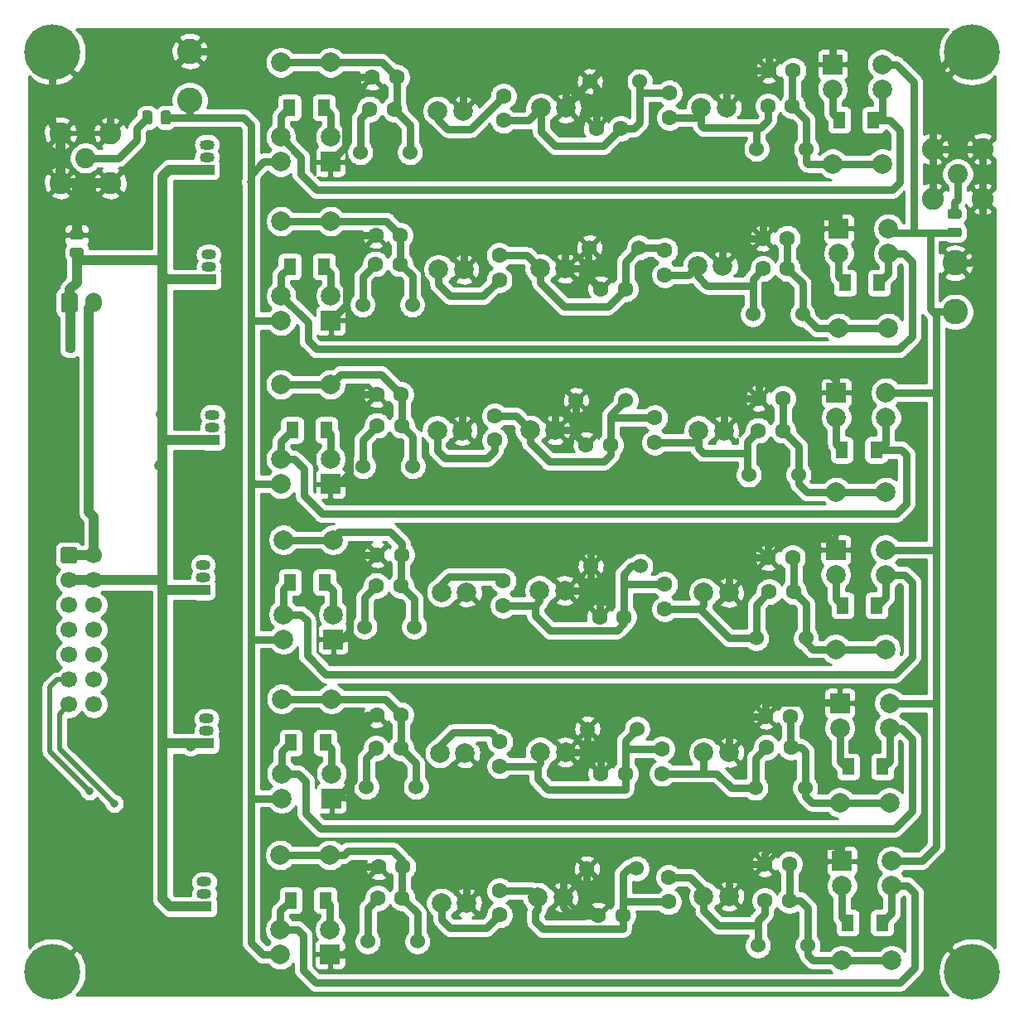
<source format=gbl>
G04 #@! TF.GenerationSoftware,KiCad,Pcbnew,5.1.8-db9833491~87~ubuntu18.04.1*
G04 #@! TF.CreationDate,2021-01-26T21:00:54+01:00*
G04 #@! TF.ProjectId,BPF_6Band,4250465f-3642-4616-9e64-2e6b69636164,rev?*
G04 #@! TF.SameCoordinates,Original*
G04 #@! TF.FileFunction,Copper,L2,Bot*
G04 #@! TF.FilePolarity,Positive*
%FSLAX46Y46*%
G04 Gerber Fmt 4.6, Leading zero omitted, Abs format (unit mm)*
G04 Created by KiCad (PCBNEW 5.1.8-db9833491~87~ubuntu18.04.1) date 2021-01-26 21:00:54*
%MOMM*%
%LPD*%
G01*
G04 APERTURE LIST*
G04 #@! TA.AperFunction,ComponentPad*
%ADD10C,2.600000*%
G04 #@! TD*
G04 #@! TA.AperFunction,ComponentPad*
%ADD11C,5.700000*%
G04 #@! TD*
G04 #@! TA.AperFunction,ComponentPad*
%ADD12O,1.700000X2.000000*%
G04 #@! TD*
G04 #@! TA.AperFunction,ComponentPad*
%ADD13C,1.524000*%
G04 #@! TD*
G04 #@! TA.AperFunction,ComponentPad*
%ADD14R,1.500000X1.050000*%
G04 #@! TD*
G04 #@! TA.AperFunction,ComponentPad*
%ADD15O,1.500000X1.050000*%
G04 #@! TD*
G04 #@! TA.AperFunction,ComponentPad*
%ADD16C,2.000000*%
G04 #@! TD*
G04 #@! TA.AperFunction,ComponentPad*
%ADD17R,2.000000X2.000000*%
G04 #@! TD*
G04 #@! TA.AperFunction,SMDPad,CuDef*
%ADD18R,1.300000X1.700000*%
G04 #@! TD*
G04 #@! TA.AperFunction,ComponentPad*
%ADD19C,1.600000*%
G04 #@! TD*
G04 #@! TA.AperFunction,ComponentPad*
%ADD20C,2.250000*%
G04 #@! TD*
G04 #@! TA.AperFunction,ComponentPad*
%ADD21C,2.050000*%
G04 #@! TD*
G04 #@! TA.AperFunction,ComponentPad*
%ADD22C,1.700000*%
G04 #@! TD*
G04 #@! TA.AperFunction,ViaPad*
%ADD23C,0.800000*%
G04 #@! TD*
G04 #@! TA.AperFunction,Conductor*
%ADD24C,1.000000*%
G04 #@! TD*
G04 #@! TA.AperFunction,Conductor*
%ADD25C,0.750000*%
G04 #@! TD*
G04 #@! TA.AperFunction,Conductor*
%ADD26C,0.500000*%
G04 #@! TD*
G04 #@! TA.AperFunction,Conductor*
%ADD27C,0.254000*%
G04 #@! TD*
G04 #@! TA.AperFunction,Conductor*
%ADD28C,0.100000*%
G04 #@! TD*
G04 APERTURE END LIST*
D10*
X170281600Y-59566800D03*
X170281600Y-64566800D03*
X92049600Y-37926000D03*
X92049600Y-42926000D03*
D11*
X172000000Y-132000000D03*
X78000000Y-132000000D03*
X172000000Y-38000000D03*
X78000000Y-38000000D03*
G04 #@! TA.AperFunction,SMDPad,CuDef*
G36*
G01*
X88196000Y-44229000D02*
X88196000Y-45179000D01*
G75*
G02*
X87946000Y-45429000I-250000J0D01*
G01*
X87446000Y-45429000D01*
G75*
G02*
X87196000Y-45179000I0J250000D01*
G01*
X87196000Y-44229000D01*
G75*
G02*
X87446000Y-43979000I250000J0D01*
G01*
X87946000Y-43979000D01*
G75*
G02*
X88196000Y-44229000I0J-250000D01*
G01*
G37*
G04 #@! TD.AperFunction*
G04 #@! TA.AperFunction,SMDPad,CuDef*
G36*
G01*
X90096000Y-44229000D02*
X90096000Y-45179000D01*
G75*
G02*
X89846000Y-45429000I-250000J0D01*
G01*
X89346000Y-45429000D01*
G75*
G02*
X89096000Y-45179000I0J250000D01*
G01*
X89096000Y-44229000D01*
G75*
G02*
X89346000Y-43979000I250000J0D01*
G01*
X89846000Y-43979000D01*
G75*
G02*
X90096000Y-44229000I0J-250000D01*
G01*
G37*
G04 #@! TD.AperFunction*
G04 #@! TA.AperFunction,SMDPad,CuDef*
G36*
G01*
X80942602Y-57204400D02*
X80042598Y-57204400D01*
G75*
G02*
X79792600Y-56954402I0J249998D01*
G01*
X79792600Y-56429398D01*
G75*
G02*
X80042598Y-56179400I249998J0D01*
G01*
X80942602Y-56179400D01*
G75*
G02*
X81192600Y-56429398I0J-249998D01*
G01*
X81192600Y-56954402D01*
G75*
G02*
X80942602Y-57204400I-249998J0D01*
G01*
G37*
G04 #@! TD.AperFunction*
G04 #@! TA.AperFunction,SMDPad,CuDef*
G36*
G01*
X80942602Y-59029400D02*
X80042598Y-59029400D01*
G75*
G02*
X79792600Y-58779402I0J249998D01*
G01*
X79792600Y-58254398D01*
G75*
G02*
X80042598Y-58004400I249998J0D01*
G01*
X80942602Y-58004400D01*
G75*
G02*
X81192600Y-58254398I0J-249998D01*
G01*
X81192600Y-58779402D01*
G75*
G02*
X80942602Y-59029400I-249998J0D01*
G01*
G37*
G04 #@! TD.AperFunction*
D12*
X82256000Y-63624200D03*
G04 #@! TA.AperFunction,ComponentPad*
G36*
G01*
X78906000Y-64374200D02*
X78906000Y-62874200D01*
G75*
G02*
X79156000Y-62624200I250000J0D01*
G01*
X80356000Y-62624200D01*
G75*
G02*
X80606000Y-62874200I0J-250000D01*
G01*
X80606000Y-64374200D01*
G75*
G02*
X80356000Y-64624200I-250000J0D01*
G01*
X79156000Y-64624200D01*
G75*
G02*
X78906000Y-64374200I0J250000D01*
G01*
G37*
G04 #@! TD.AperFunction*
G04 #@! TA.AperFunction,SMDPad,CuDef*
G36*
G01*
X169730400Y-55949000D02*
X170680400Y-55949000D01*
G75*
G02*
X170930400Y-56199000I0J-250000D01*
G01*
X170930400Y-56699000D01*
G75*
G02*
X170680400Y-56949000I-250000J0D01*
G01*
X169730400Y-56949000D01*
G75*
G02*
X169480400Y-56699000I0J250000D01*
G01*
X169480400Y-56199000D01*
G75*
G02*
X169730400Y-55949000I250000J0D01*
G01*
G37*
G04 #@! TD.AperFunction*
G04 #@! TA.AperFunction,SMDPad,CuDef*
G36*
G01*
X169730400Y-54049000D02*
X170680400Y-54049000D01*
G75*
G02*
X170930400Y-54299000I0J-250000D01*
G01*
X170930400Y-54799000D01*
G75*
G02*
X170680400Y-55049000I-250000J0D01*
G01*
X169730400Y-55049000D01*
G75*
G02*
X169480400Y-54799000I0J250000D01*
G01*
X169480400Y-54299000D01*
G75*
G02*
X169730400Y-54049000I250000J0D01*
G01*
G37*
G04 #@! TD.AperFunction*
D13*
X155194000Y-129311400D03*
X150114000Y-129311400D03*
X154940000Y-113207800D03*
X149860000Y-113207800D03*
X155016200Y-97917000D03*
X149936200Y-97917000D03*
X154254200Y-81203800D03*
X149174200Y-81203800D03*
X154660600Y-64795400D03*
X149580600Y-64795400D03*
X155041600Y-47904400D03*
X149961600Y-47904400D03*
X132638800Y-121437400D03*
X137718800Y-121437400D03*
X132689600Y-107162600D03*
X137769600Y-107162600D03*
X133019800Y-90551000D03*
X138099800Y-90551000D03*
X131521200Y-73583800D03*
X136601200Y-73583800D03*
X132892800Y-57988200D03*
X137972800Y-57988200D03*
X132943600Y-40995600D03*
X138023600Y-40995600D03*
X115316000Y-128905000D03*
X110236000Y-128905000D03*
X115163600Y-113106200D03*
X110083600Y-113106200D03*
X114985800Y-96748600D03*
X109905800Y-96748600D03*
X114833400Y-80340200D03*
X109753400Y-80340200D03*
X114782600Y-63830200D03*
X109702600Y-63830200D03*
X114554000Y-48260000D03*
X109474000Y-48260000D03*
D14*
X93522800Y-125349000D03*
D15*
X93522800Y-122809000D03*
X93522800Y-124079000D03*
D14*
X93751400Y-108661200D03*
D15*
X93751400Y-106121200D03*
X93751400Y-107391200D03*
D14*
X93395800Y-92964000D03*
D15*
X93395800Y-90424000D03*
X93395800Y-91694000D03*
D14*
X94361000Y-77647800D03*
D15*
X94361000Y-75107800D03*
X94361000Y-76377800D03*
D14*
X93980000Y-61239400D03*
D15*
X93980000Y-58699400D03*
X93980000Y-59969400D03*
D14*
X93802200Y-50012600D03*
D15*
X93802200Y-47472600D03*
X93802200Y-48742600D03*
D16*
X147156800Y-124282200D03*
X144576800Y-124282200D03*
X147156800Y-109601000D03*
X144576800Y-109601000D03*
X147131400Y-93243400D03*
X144551400Y-93243400D03*
X146623400Y-76682600D03*
X144043400Y-76682600D03*
X146521800Y-59867800D03*
X143941800Y-59867800D03*
X146902800Y-43688000D03*
X144322800Y-43688000D03*
X130189600Y-124383800D03*
X127609600Y-124383800D03*
X130443600Y-109550200D03*
X127863600Y-109550200D03*
X130367400Y-93040200D03*
X127787400Y-93040200D03*
X129402200Y-76631800D03*
X126822200Y-76631800D03*
X130418200Y-60121800D03*
X127838200Y-60121800D03*
X130494400Y-43738800D03*
X127914400Y-43738800D03*
X120334400Y-124968000D03*
X117754400Y-124968000D03*
X120182000Y-109651800D03*
X117602000Y-109651800D03*
X120359800Y-93192600D03*
X117779800Y-93192600D03*
X119902600Y-76682600D03*
X117322600Y-76682600D03*
X120055000Y-60223400D03*
X117475000Y-60223400D03*
X119978800Y-44043600D03*
X117398800Y-44043600D03*
X158699200Y-130835400D03*
X163779200Y-130835400D03*
X158699200Y-123215400D03*
D17*
X158699200Y-120675400D03*
D16*
X163779200Y-123215400D03*
X163779200Y-120675400D03*
X158470600Y-114706400D03*
X163550600Y-114706400D03*
X158470600Y-107086400D03*
D17*
X158470600Y-104546400D03*
D16*
X163550600Y-107086400D03*
X163550600Y-104546400D03*
X158064200Y-99034600D03*
X163144200Y-99034600D03*
X158064200Y-91414600D03*
D17*
X158064200Y-88874600D03*
D16*
X163144200Y-91414600D03*
X163144200Y-88874600D03*
X158115000Y-82981800D03*
X163195000Y-82981800D03*
X158115000Y-75361800D03*
D17*
X158115000Y-72821800D03*
D16*
X163195000Y-75361800D03*
X163195000Y-72821800D03*
X158369000Y-66217800D03*
X163449000Y-66217800D03*
X158369000Y-58597800D03*
D17*
X158369000Y-56057800D03*
D16*
X163449000Y-58597800D03*
X163449000Y-56057800D03*
X157734000Y-49428400D03*
X162814000Y-49428400D03*
X157734000Y-41808400D03*
D17*
X157734000Y-39268400D03*
D16*
X162814000Y-41808400D03*
X162814000Y-39268400D03*
X106375200Y-120065800D03*
X101295200Y-120065800D03*
X106375200Y-127685800D03*
D17*
X106375200Y-130225800D03*
D16*
X101295200Y-127685800D03*
X101295200Y-130225800D03*
X106527600Y-104114600D03*
X101447600Y-104114600D03*
X106527600Y-111734600D03*
D17*
X106527600Y-114274600D03*
D16*
X101447600Y-111734600D03*
X101447600Y-114274600D03*
X106705400Y-87858600D03*
X101625400Y-87858600D03*
X106705400Y-95478600D03*
D17*
X106705400Y-98018600D03*
D16*
X101625400Y-95478600D03*
X101625400Y-98018600D03*
X106426000Y-71983600D03*
X101346000Y-71983600D03*
X106426000Y-79603600D03*
D17*
X106426000Y-82143600D03*
D16*
X101346000Y-79603600D03*
X101346000Y-82143600D03*
X106451400Y-55295800D03*
X101371400Y-55295800D03*
X106451400Y-62915800D03*
D17*
X106451400Y-65455800D03*
D16*
X101371400Y-62915800D03*
X101371400Y-65455800D03*
X106426000Y-39065200D03*
X101346000Y-39065200D03*
X106426000Y-46685200D03*
D17*
X106426000Y-49225200D03*
D16*
X101346000Y-46685200D03*
X101346000Y-49225200D03*
D18*
X162786000Y-127000000D03*
X159286000Y-127000000D03*
X162836800Y-111048800D03*
X159336800Y-111048800D03*
X162252600Y-94564200D03*
X158752600Y-94564200D03*
X162201800Y-78663800D03*
X158701800Y-78663800D03*
X162506600Y-61595000D03*
X159006600Y-61595000D03*
X161922400Y-44958000D03*
X158422400Y-44958000D03*
X102390000Y-124688600D03*
X105890000Y-124688600D03*
X102390000Y-108585000D03*
X105890000Y-108585000D03*
X102313800Y-92176600D03*
X105813800Y-92176600D03*
X102517000Y-76631800D03*
X106017000Y-76631800D03*
X102263000Y-59918600D03*
X105763000Y-59918600D03*
X102237600Y-43688000D03*
X105737600Y-43688000D03*
D19*
X150825200Y-120980200D03*
X153325200Y-120980200D03*
X153314400Y-124739400D03*
X150814400Y-124739400D03*
X150916000Y-105892600D03*
X153416000Y-105892600D03*
X153477600Y-109042200D03*
X150977600Y-109042200D03*
X151144600Y-89687400D03*
X153644600Y-89687400D03*
X153757000Y-93167200D03*
X151257000Y-93167200D03*
X150179400Y-73406000D03*
X152679400Y-73406000D03*
X152639400Y-76682600D03*
X150139400Y-76682600D03*
X150611200Y-57048400D03*
X153111200Y-57048400D03*
X153122000Y-60147200D03*
X150622000Y-60147200D03*
X151220800Y-39878000D03*
X153720800Y-39878000D03*
X153630000Y-43535600D03*
X151130000Y-43535600D03*
X140970000Y-124851800D03*
X140970000Y-122351800D03*
X140309600Y-109234600D03*
X140309600Y-111734600D03*
X140589000Y-92419800D03*
X140589000Y-94919800D03*
X139573000Y-75401800D03*
X139573000Y-77901800D03*
X140589000Y-58282200D03*
X140589000Y-60782200D03*
X141071600Y-42204000D03*
X141071600Y-44704000D03*
X133796400Y-126212600D03*
X136296400Y-126212600D03*
X134050400Y-111785400D03*
X136550400Y-111785400D03*
X133923400Y-95732600D03*
X136423400Y-95732600D03*
X132551800Y-78155800D03*
X135051800Y-78155800D03*
X134050400Y-62230000D03*
X136550400Y-62230000D03*
X133593200Y-45821600D03*
X136093200Y-45821600D03*
X123698000Y-126198000D03*
X123698000Y-123698000D03*
X123748800Y-108472600D03*
X123748800Y-110972600D03*
X124079000Y-92064200D03*
X124079000Y-94564200D03*
X123190000Y-77684000D03*
X123190000Y-75184000D03*
X123672600Y-61301000D03*
X123672600Y-58801000D03*
X124104400Y-42508800D03*
X124104400Y-45008800D03*
X111342800Y-121285000D03*
X113842800Y-121285000D03*
X113752000Y-124460000D03*
X111252000Y-124460000D03*
X111139600Y-105740200D03*
X113639600Y-105740200D03*
X113599600Y-109143800D03*
X111099600Y-109143800D03*
X111215800Y-89382600D03*
X113715800Y-89382600D03*
X113625000Y-92532200D03*
X111125000Y-92532200D03*
X111139600Y-73025000D03*
X113639600Y-73025000D03*
X113701200Y-76174600D03*
X111201200Y-76174600D03*
X111063400Y-56743600D03*
X113563400Y-56743600D03*
X113523400Y-59664600D03*
X111023400Y-59664600D03*
X110682400Y-40589200D03*
X113182400Y-40589200D03*
X112939200Y-43840400D03*
X110439200Y-43840400D03*
D20*
X167995600Y-53009800D03*
X167995600Y-47929800D03*
X173075600Y-47929800D03*
X173075600Y-53009800D03*
D21*
X170535600Y-50469800D03*
D20*
X78841600Y-46304200D03*
X83921600Y-46304200D03*
X83921600Y-51384200D03*
X78841600Y-51384200D03*
D21*
X81381600Y-48844200D03*
D22*
X82245200Y-104673400D03*
X82245200Y-102133400D03*
X82245200Y-99593400D03*
X82245200Y-97053400D03*
X82245200Y-94513400D03*
X82245200Y-91973400D03*
X82245200Y-89433400D03*
X79705200Y-104673400D03*
X79705200Y-102133400D03*
X79705200Y-99593400D03*
X79705200Y-97053400D03*
X79705200Y-94513400D03*
X79705200Y-91973400D03*
G04 #@! TA.AperFunction,ComponentPad*
G36*
G01*
X78855200Y-90033400D02*
X78855200Y-88833400D01*
G75*
G02*
X79105200Y-88583400I250000J0D01*
G01*
X80305200Y-88583400D01*
G75*
G02*
X80555200Y-88833400I0J-250000D01*
G01*
X80555200Y-90033400D01*
G75*
G02*
X80305200Y-90283400I-250000J0D01*
G01*
X79105200Y-90283400D01*
G75*
G02*
X78855200Y-90033400I0J250000D01*
G01*
G37*
G04 #@! TD.AperFunction*
G04 #@! TA.AperFunction,SMDPad,CuDef*
G36*
G01*
X80322000Y-67525000D02*
X80322000Y-68475000D01*
G75*
G02*
X80072000Y-68725000I-250000J0D01*
G01*
X79572000Y-68725000D01*
G75*
G02*
X79322000Y-68475000I0J250000D01*
G01*
X79322000Y-67525000D01*
G75*
G02*
X79572000Y-67275000I250000J0D01*
G01*
X80072000Y-67275000D01*
G75*
G02*
X80322000Y-67525000I0J-250000D01*
G01*
G37*
G04 #@! TD.AperFunction*
G04 #@! TA.AperFunction,SMDPad,CuDef*
G36*
G01*
X82222000Y-67525000D02*
X82222000Y-68475000D01*
G75*
G02*
X81972000Y-68725000I-250000J0D01*
G01*
X81472000Y-68725000D01*
G75*
G02*
X81222000Y-68475000I0J250000D01*
G01*
X81222000Y-67525000D01*
G75*
G02*
X81472000Y-67275000I250000J0D01*
G01*
X81972000Y-67275000D01*
G75*
G02*
X82222000Y-67525000I0J-250000D01*
G01*
G37*
G04 #@! TD.AperFunction*
D23*
X84328000Y-114808000D03*
X81788000Y-113538000D03*
D24*
X89428400Y-108661200D02*
X89265800Y-108823800D01*
X92125800Y-108940600D02*
X92405200Y-108661200D01*
X93751400Y-108661200D02*
X92405200Y-108661200D01*
X92405200Y-108661200D02*
X89428400Y-108661200D01*
X89265800Y-93075800D02*
X89265800Y-108823800D01*
X79756000Y-62278000D02*
X79756000Y-63624200D01*
X80492600Y-61541400D02*
X79756000Y-62278000D01*
X80660200Y-59423000D02*
X80492600Y-59255400D01*
X80492600Y-58516900D02*
X80492600Y-59255400D01*
X80492600Y-59255400D02*
X80492600Y-61541400D01*
X88874600Y-80289400D02*
X89265800Y-79898200D01*
X79705200Y-91973400D02*
X82245200Y-91973400D01*
X88874600Y-91973400D02*
X89265800Y-91582200D01*
X82245200Y-91973400D02*
X88874600Y-91973400D01*
X89265800Y-79898200D02*
X89265800Y-91582200D01*
X89265800Y-91582200D02*
X89265800Y-93075800D01*
X89265800Y-124571800D02*
X89265800Y-108823800D01*
X93522800Y-125349000D02*
X90043000Y-125349000D01*
X90043000Y-125349000D02*
X89265800Y-124571800D01*
X89377600Y-92964000D02*
X89265800Y-93075800D01*
X93395800Y-92964000D02*
X89377600Y-92964000D01*
X89331800Y-77647800D02*
X89265800Y-77581800D01*
X94361000Y-77647800D02*
X89331800Y-77647800D01*
X89265800Y-77581800D02*
X89265800Y-79898200D01*
X89941400Y-50012600D02*
X93802200Y-50012600D01*
X89265800Y-50688200D02*
X89941400Y-50012600D01*
X89687400Y-61239400D02*
X89265800Y-60817800D01*
X89265800Y-62423000D02*
X89265800Y-60817800D01*
X93980000Y-61239400D02*
X89687400Y-61239400D01*
X89050000Y-75050000D02*
X89265800Y-75265800D01*
X89265800Y-62423000D02*
X89265800Y-75265800D01*
X89265800Y-75265800D02*
X89265800Y-77581800D01*
X79822000Y-63690200D02*
X79756000Y-63624200D01*
X79822000Y-68000000D02*
X79822000Y-63690200D01*
X89227400Y-59255400D02*
X89265800Y-59293800D01*
X80492600Y-59255400D02*
X89227400Y-59255400D01*
X89265800Y-60817800D02*
X89265800Y-59293800D01*
X89265800Y-59293800D02*
X89265800Y-50688200D01*
D25*
X106426000Y-44376400D02*
X105737600Y-43688000D01*
X106426000Y-46685200D02*
X106426000Y-44376400D01*
X157734000Y-44269600D02*
X158422400Y-44958000D01*
X157734000Y-41808400D02*
X157734000Y-44269600D01*
X106451400Y-60607000D02*
X105763000Y-59918600D01*
X106451400Y-62915800D02*
X106451400Y-60607000D01*
X158369000Y-60957400D02*
X159006600Y-61595000D01*
X158369000Y-58597800D02*
X158369000Y-60957400D01*
X158115000Y-78077000D02*
X158701800Y-78663800D01*
X158115000Y-75361800D02*
X158115000Y-78077000D01*
X106705400Y-93068200D02*
X105813800Y-92176600D01*
X106705400Y-95478600D02*
X106705400Y-93068200D01*
X158064200Y-93875800D02*
X158752600Y-94564200D01*
X158064200Y-91414600D02*
X158064200Y-93875800D01*
X106527600Y-109222600D02*
X105890000Y-108585000D01*
X106527600Y-111734600D02*
X106527600Y-109222600D01*
X106426000Y-77040800D02*
X106017000Y-76631800D01*
X106426000Y-79603600D02*
X106426000Y-77040800D01*
X106375200Y-125173800D02*
X105890000Y-124688600D01*
X106375200Y-127685800D02*
X106375200Y-125173800D01*
X159336800Y-111048800D02*
X159029400Y-111048800D01*
X158470600Y-110490000D02*
X158470600Y-107086400D01*
X159029400Y-111048800D02*
X158470600Y-110490000D01*
X159286000Y-127000000D02*
X159258000Y-127000000D01*
X158699200Y-126441200D02*
X158699200Y-123215400D01*
X159258000Y-127000000D02*
X158699200Y-126441200D01*
D24*
X82256000Y-63624200D02*
X82372200Y-63624200D01*
X79705200Y-89433400D02*
X82245200Y-89433400D01*
X82245200Y-89433400D02*
X82245200Y-85547200D01*
X81722000Y-64158200D02*
X82256000Y-63624200D01*
X81722000Y-68000000D02*
X81722000Y-64158200D01*
X81722000Y-85024000D02*
X82245200Y-85547200D01*
X81722000Y-68000000D02*
X81722000Y-85024000D01*
D25*
X101346000Y-39065200D02*
X106426000Y-39065200D01*
X111658400Y-39065200D02*
X113182400Y-40589200D01*
X106426000Y-39065200D02*
X111658400Y-39065200D01*
X114554000Y-45455200D02*
X112939200Y-43840400D01*
X114554000Y-48260000D02*
X114554000Y-45455200D01*
X113182400Y-43597200D02*
X112939200Y-43840400D01*
X113182400Y-40589200D02*
X113182400Y-43597200D01*
X109474000Y-44805600D02*
X110439200Y-43840400D01*
X109474000Y-48260000D02*
X109474000Y-44805600D01*
X117398800Y-44043600D02*
X117398800Y-44856400D01*
X117398800Y-44856400D02*
X118414800Y-45872400D01*
X120740800Y-45872400D02*
X124104400Y-42508800D01*
X118414800Y-45872400D02*
X120740800Y-45872400D01*
X101346000Y-71983600D02*
X106426000Y-71983600D01*
X111598201Y-70983601D02*
X113639600Y-73025000D01*
X107425999Y-70983601D02*
X111598201Y-70983601D01*
X106426000Y-71983600D02*
X107425999Y-70983601D01*
X114833400Y-77306800D02*
X113701200Y-76174600D01*
X114833400Y-80340200D02*
X114833400Y-77306800D01*
X113701200Y-73086600D02*
X113639600Y-73025000D01*
X113701200Y-76174600D02*
X113701200Y-73086600D01*
X109753400Y-77622400D02*
X111201200Y-76174600D01*
X109753400Y-80340200D02*
X109753400Y-77622400D01*
X117322600Y-76682600D02*
X117322600Y-78714600D01*
X117322600Y-78714600D02*
X118110000Y-79502000D01*
X118110000Y-79502000D02*
X122428000Y-79502000D01*
X123190000Y-78740000D02*
X123190000Y-77684000D01*
X122428000Y-79502000D02*
X123190000Y-78740000D01*
X86614000Y-46990000D02*
X86614000Y-45786000D01*
X86614000Y-45786000D02*
X87696000Y-44704000D01*
X81381600Y-48844200D02*
X84759800Y-48844200D01*
X84759800Y-48844200D02*
X86614000Y-46990000D01*
X101346000Y-49225200D02*
X99593400Y-49225200D01*
X99593400Y-49225200D02*
X98298000Y-50520600D01*
X101447600Y-114274600D02*
X98374200Y-114274600D01*
X98374200Y-114274600D02*
X98298000Y-114198400D01*
X98298000Y-114198400D02*
X98298000Y-127990600D01*
X98653600Y-82143600D02*
X98298000Y-81788000D01*
X101346000Y-82143600D02*
X98653600Y-82143600D01*
X101625400Y-98018600D02*
X98526600Y-98018600D01*
X98526600Y-98018600D02*
X98298000Y-98247200D01*
X98298000Y-81788000D02*
X98298000Y-98247200D01*
X98298000Y-98247200D02*
X98298000Y-114198400D01*
X98399600Y-65455800D02*
X98298000Y-65354200D01*
X101371400Y-65455800D02*
X98399600Y-65455800D01*
X98298000Y-65354200D02*
X98298000Y-81788000D01*
X101295200Y-130225800D02*
X99491800Y-130225800D01*
X98298000Y-129032000D02*
X98298000Y-127990600D01*
X99491800Y-130225800D02*
X98298000Y-129032000D01*
X98247200Y-51257200D02*
X98298000Y-51308000D01*
X98298000Y-50520600D02*
X98298000Y-51308000D01*
X98298000Y-51308000D02*
X98298000Y-65354200D01*
X98298000Y-50520600D02*
X98298000Y-45466000D01*
X98298000Y-45466000D02*
X97536000Y-44704000D01*
X92049600Y-44602400D02*
X92151200Y-44704000D01*
X92049600Y-42926000D02*
X92049600Y-44602400D01*
X97536000Y-44704000D02*
X92151200Y-44704000D01*
X92151200Y-44704000D02*
X89596000Y-44704000D01*
X101346000Y-44579600D02*
X102237600Y-43688000D01*
X101346000Y-46685200D02*
X101346000Y-44579600D01*
X161922400Y-44958000D02*
X162306000Y-44958000D01*
X162814000Y-44450000D02*
X162814000Y-41808400D01*
X162306000Y-44958000D02*
X162814000Y-44450000D01*
X103403400Y-48742600D02*
X101346000Y-46685200D01*
X163576000Y-44958000D02*
X164592000Y-45974000D01*
X164592000Y-45974000D02*
X164592000Y-51308000D01*
X161922400Y-44958000D02*
X163576000Y-44958000D01*
X164592000Y-51308000D02*
X163830000Y-52070000D01*
X103403400Y-50495602D02*
X103403400Y-48742600D01*
X104977798Y-52070000D02*
X103403400Y-50495602D01*
X163830000Y-52070000D02*
X104977798Y-52070000D01*
X101371400Y-60810200D02*
X102263000Y-59918600D01*
X101371400Y-62915800D02*
X101371400Y-60810200D01*
X163449000Y-60652600D02*
X162506600Y-61595000D01*
X163449000Y-58597800D02*
X163449000Y-60652600D01*
X104114600Y-65659000D02*
X101371400Y-62915800D01*
X163449000Y-58597800D02*
X165023800Y-58597800D01*
X165023800Y-58597800D02*
X165862000Y-59436000D01*
X165862000Y-67056000D02*
X164541200Y-68376800D01*
X104978200Y-68376800D02*
X104114600Y-67513200D01*
X165862000Y-59436000D02*
X165862000Y-67056000D01*
X104114600Y-67513200D02*
X104114600Y-65659000D01*
X164541200Y-68376800D02*
X104978200Y-68376800D01*
X162201800Y-78663800D02*
X162636200Y-78663800D01*
X163195000Y-78105000D02*
X163195000Y-75361800D01*
X162636200Y-78663800D02*
X163195000Y-78105000D01*
X101346000Y-77802800D02*
X102517000Y-76631800D01*
X101346000Y-79603600D02*
X101346000Y-77802800D01*
X162201800Y-78663800D02*
X163525200Y-78663800D01*
X163525200Y-78663800D02*
X163550600Y-78638400D01*
X163550600Y-78638400D02*
X164769800Y-78638400D01*
X164769800Y-78638400D02*
X165277800Y-79146400D01*
X165277800Y-79146400D02*
X165277800Y-84150200D01*
X165277800Y-84150200D02*
X164236400Y-85191600D01*
X164236400Y-85191600D02*
X105562400Y-85191600D01*
X105562400Y-85191600D02*
X103708200Y-83337400D01*
X103708200Y-83337400D02*
X103708200Y-80619600D01*
X102692200Y-79603600D02*
X101346000Y-79603600D01*
X103708200Y-80619600D02*
X102692200Y-79603600D01*
X101625400Y-92865000D02*
X102313800Y-92176600D01*
X101625400Y-95478600D02*
X101625400Y-92865000D01*
X162252600Y-94564200D02*
X162356800Y-94564200D01*
X163144200Y-93776800D02*
X163144200Y-91414600D01*
X162356800Y-94564200D02*
X163144200Y-93776800D01*
X163144200Y-91414600D02*
X164312600Y-91414600D01*
X103378000Y-95478600D02*
X101625400Y-95478600D01*
X104038400Y-99669600D02*
X104038400Y-96139000D01*
X165074600Y-91414600D02*
X165862000Y-92202000D01*
X163144200Y-91414600D02*
X165074600Y-91414600D01*
X165862000Y-92202000D02*
X165862000Y-99822000D01*
X164084000Y-101600000D02*
X105968800Y-101600000D01*
X165862000Y-99822000D02*
X164084000Y-101600000D01*
X104038400Y-96139000D02*
X103378000Y-95478600D01*
X105968800Y-101600000D02*
X104038400Y-99669600D01*
X101447600Y-109527400D02*
X102390000Y-108585000D01*
X101447600Y-111734600D02*
X101447600Y-109527400D01*
X162836800Y-111048800D02*
X162966400Y-111048800D01*
X163550600Y-110464600D02*
X163550600Y-107086400D01*
X162966400Y-111048800D02*
X163550600Y-110464600D01*
X103886000Y-112522000D02*
X103098600Y-111734600D01*
X103886000Y-115824000D02*
X103886000Y-112522000D01*
X164744400Y-107086400D02*
X165862000Y-108204000D01*
X165862000Y-115570000D02*
X164084000Y-117348000D01*
X103098600Y-111734600D02*
X101447600Y-111734600D01*
X164084000Y-117348000D02*
X105410000Y-117348000D01*
X165862000Y-108204000D02*
X165862000Y-115570000D01*
X163550600Y-107086400D02*
X164744400Y-107086400D01*
X105410000Y-117348000D02*
X103886000Y-115824000D01*
X101295200Y-125783400D02*
X102390000Y-124688600D01*
X101295200Y-127685800D02*
X101295200Y-125783400D01*
X162786000Y-127000000D02*
X162814000Y-127000000D01*
X163779200Y-126034800D02*
X163779200Y-123215400D01*
X162814000Y-127000000D02*
X163779200Y-126034800D01*
X103047800Y-127685800D02*
X101295200Y-127685800D01*
X103632000Y-128270000D02*
X103047800Y-127685800D01*
X103632000Y-131826000D02*
X103632000Y-128270000D01*
X165379400Y-123215400D02*
X166116000Y-123952000D01*
X163779200Y-123215400D02*
X165379400Y-123215400D01*
X166116000Y-123952000D02*
X166116000Y-131572000D01*
X166116000Y-131572000D02*
X164592000Y-133096000D01*
X164592000Y-133096000D02*
X104902000Y-133096000D01*
X104902000Y-133096000D02*
X103632000Y-131826000D01*
D26*
X79705200Y-104673400D02*
X78740000Y-105638600D01*
X78740000Y-105638600D02*
X78740000Y-109220000D01*
X78740000Y-109220000D02*
X84328000Y-114808000D01*
X79705200Y-102133400D02*
X78460600Y-102133400D01*
X78460600Y-102133400D02*
X77724000Y-102870000D01*
X77724000Y-102870000D02*
X77724000Y-109474000D01*
X77724000Y-109474000D02*
X81788000Y-113538000D01*
D25*
X108001001Y-47650199D02*
X108001001Y-41960599D01*
X106426000Y-49225200D02*
X108001001Y-47650199D01*
X109372400Y-40589200D02*
X110682400Y-40589200D01*
X108001001Y-41960599D02*
X109372400Y-40589200D01*
X130494400Y-43444800D02*
X132943600Y-40995600D01*
X130494400Y-43738800D02*
X130494400Y-43444800D01*
X133593200Y-41645200D02*
X132943600Y-40995600D01*
X133593200Y-45821600D02*
X133593200Y-41645200D01*
X146902800Y-43688000D02*
X146902800Y-41565200D01*
X148590000Y-39878000D02*
X151220800Y-39878000D01*
X146902800Y-41565200D02*
X148590000Y-39878000D01*
X151220800Y-39330000D02*
X151384000Y-39166800D01*
X157683200Y-39217600D02*
X157734000Y-39268400D01*
X108026401Y-63880799D02*
X108026401Y-58165799D01*
X106451400Y-65455800D02*
X108026401Y-63880799D01*
X109448600Y-56743600D02*
X111063400Y-56743600D01*
X108026401Y-58165799D02*
X109448600Y-56743600D01*
X130418200Y-60121800D02*
X132791200Y-60121800D01*
X132791200Y-58089800D02*
X132892800Y-57988200D01*
X132791200Y-60121800D02*
X132791200Y-58089800D01*
X132791200Y-60970800D02*
X132791200Y-60121800D01*
X134050400Y-62230000D02*
X132791200Y-60970800D01*
X132943600Y-40995600D02*
X134645400Y-39293800D01*
X144631400Y-39293800D02*
X146902800Y-41565200D01*
X134645400Y-39293800D02*
X144631400Y-39293800D01*
X146521800Y-59867800D02*
X146521800Y-58024400D01*
X147497800Y-57048400D02*
X150611200Y-57048400D01*
X146521800Y-58024400D02*
X147497800Y-57048400D01*
X158369000Y-56057800D02*
X158369000Y-54762400D01*
X158369000Y-54762400D02*
X158343600Y-54787800D01*
X158343600Y-54787800D02*
X151561800Y-54787800D01*
X150611200Y-55738400D02*
X150611200Y-57048400D01*
X151561800Y-54787800D02*
X150611200Y-55738400D01*
X157734000Y-39268400D02*
X157734000Y-39166800D01*
X173075600Y-47929800D02*
X167995600Y-47929800D01*
X167995600Y-47929800D02*
X167995600Y-53009800D01*
X173075600Y-53009800D02*
X173075600Y-47929800D01*
X106426000Y-82143600D02*
X107289600Y-82143600D01*
X108416399Y-81016801D02*
X108416399Y-73574601D01*
X107289600Y-82143600D02*
X108416399Y-81016801D01*
X108966000Y-73025000D02*
X108416399Y-73574601D01*
X111139600Y-73025000D02*
X108966000Y-73025000D01*
X131027800Y-76631800D02*
X132551800Y-78155800D01*
X129402200Y-76631800D02*
X131027800Y-76631800D01*
X131521200Y-76138400D02*
X131027800Y-76631800D01*
X131521200Y-73583800D02*
X131521200Y-76138400D01*
X146623400Y-76682600D02*
X146623400Y-74686800D01*
X147904200Y-73406000D02*
X150179400Y-73406000D01*
X146623400Y-74686800D02*
X147904200Y-73406000D01*
X158115000Y-72821800D02*
X158115000Y-71551800D01*
X158115000Y-71551800D02*
X157607000Y-71043800D01*
X157607000Y-71043800D02*
X151257000Y-71043800D01*
X150179400Y-72121400D02*
X150179400Y-73406000D01*
X151257000Y-71043800D02*
X150179400Y-72121400D01*
X106705400Y-98018600D02*
X107569000Y-98018600D01*
X107569000Y-98018600D02*
X108407200Y-97180400D01*
X108407200Y-97180400D02*
X108407200Y-90525600D01*
X109550200Y-89382600D02*
X111215800Y-89382600D01*
X108407200Y-90525600D02*
X109550200Y-89382600D01*
X133923400Y-93486600D02*
X133923400Y-95732600D01*
X133477000Y-93040200D02*
X133923400Y-93486600D01*
X133019800Y-90551000D02*
X133019800Y-92964000D01*
X133019800Y-92964000D02*
X133096000Y-93040200D01*
X130367400Y-93040200D02*
X133096000Y-93040200D01*
X133096000Y-93040200D02*
X133477000Y-93040200D01*
X147131400Y-93243400D02*
X147131400Y-91527000D01*
X148971000Y-89687400D02*
X151144600Y-89687400D01*
X147131400Y-91527000D02*
X148971000Y-89687400D01*
X158064200Y-88874600D02*
X158064200Y-88315800D01*
X158064200Y-88315800D02*
X157454600Y-87706200D01*
X157454600Y-87706200D02*
X152044400Y-87706200D01*
X151144600Y-88606000D02*
X151144600Y-89687400D01*
X152044400Y-87706200D02*
X151144600Y-88606000D01*
X130418200Y-57748800D02*
X130418200Y-60121800D01*
X129717800Y-57048400D02*
X130418200Y-57748800D01*
X121564400Y-57048400D02*
X129717800Y-57048400D01*
X120055000Y-60223400D02*
X120055000Y-58557800D01*
X120055000Y-58557800D02*
X121564400Y-57048400D01*
X110159800Y-105740200D02*
X111139600Y-105740200D01*
X108813600Y-107086400D02*
X110159800Y-105740200D01*
X108813600Y-112471200D02*
X108813600Y-107086400D01*
X106527600Y-114274600D02*
X107010200Y-114274600D01*
X107010200Y-114274600D02*
X108813600Y-112471200D01*
X134050400Y-110174400D02*
X134050400Y-111785400D01*
X133426200Y-109550200D02*
X134050400Y-110174400D01*
X132689600Y-109423200D02*
X132562600Y-109550200D01*
X132689600Y-107162600D02*
X132689600Y-109423200D01*
X130443600Y-109550200D02*
X132562600Y-109550200D01*
X132562600Y-109550200D02*
X133426200Y-109550200D01*
X147156800Y-109601000D02*
X147156800Y-107503600D01*
X148767800Y-105892600D02*
X150916000Y-105892600D01*
X147156800Y-107503600D02*
X148767800Y-105892600D01*
X130494400Y-43738800D02*
X130494400Y-41569000D01*
X130494400Y-41569000D02*
X129438400Y-40513000D01*
X129438400Y-40513000D02*
X120751600Y-40513000D01*
X119978800Y-41285800D02*
X119978800Y-44043600D01*
X120751600Y-40513000D02*
X119978800Y-41285800D01*
X133019800Y-90551000D02*
X133019800Y-88925400D01*
X150916000Y-105892600D02*
X150916000Y-104684200D01*
X158441799Y-104517599D02*
X158470600Y-104546400D01*
X151082601Y-104517599D02*
X158441799Y-104517599D01*
X150916000Y-104684200D02*
X151082601Y-104517599D01*
X109347000Y-121285000D02*
X111342800Y-121285000D01*
X108458000Y-122174000D02*
X109347000Y-121285000D01*
X108458000Y-129540000D02*
X108458000Y-122174000D01*
X106375200Y-130225800D02*
X107772200Y-130225800D01*
X107772200Y-130225800D02*
X108458000Y-129540000D01*
X130189600Y-125363600D02*
X130189600Y-124383800D01*
X131038600Y-126212600D02*
X130189600Y-125363600D01*
X132638800Y-126136400D02*
X132562600Y-126212600D01*
X132638800Y-121437400D02*
X132638800Y-126136400D01*
X133796400Y-126212600D02*
X132562600Y-126212600D01*
X132562600Y-126212600D02*
X131038600Y-126212600D01*
X147156800Y-124282200D02*
X147156800Y-122337200D01*
X148513800Y-120980200D02*
X150825200Y-120980200D01*
X147156800Y-122337200D02*
X148513800Y-120980200D01*
X158699200Y-120675400D02*
X158699200Y-119837200D01*
X158699200Y-119837200D02*
X157988000Y-119126000D01*
X157988000Y-119126000D02*
X151638000Y-119126000D01*
X150825200Y-119938800D02*
X150825200Y-120980200D01*
X151638000Y-119126000D02*
X150825200Y-119938800D01*
X129402200Y-75046200D02*
X129402200Y-76631800D01*
X129402200Y-73776200D02*
X129402200Y-75046200D01*
X119902600Y-76682600D02*
X119902600Y-74407400D01*
X128524000Y-72898000D02*
X129402200Y-73776200D01*
X121412000Y-72898000D02*
X128524000Y-72898000D01*
X119902600Y-74407400D02*
X121412000Y-72898000D01*
X130189600Y-124383800D02*
X130189600Y-122569600D01*
X130189600Y-122569600D02*
X129540000Y-121920000D01*
X129540000Y-121920000D02*
X121412000Y-121920000D01*
X120334400Y-122997600D02*
X120334400Y-124968000D01*
X121412000Y-121920000D02*
X120334400Y-122997600D01*
X157734000Y-39268400D02*
X157734000Y-38608000D01*
X158496000Y-37388800D02*
X158445200Y-37338000D01*
X159308800Y-36576000D02*
X158496000Y-37388800D01*
X151220800Y-37501200D02*
X151384000Y-37338000D01*
X151220800Y-39878000D02*
X151220800Y-37501200D01*
D24*
X78841600Y-46304200D02*
X78841600Y-51384200D01*
X80492600Y-54124600D02*
X80492600Y-56691900D01*
D26*
X83921600Y-46304200D02*
X78841600Y-46304200D01*
D25*
X83921600Y-44602400D02*
X83921600Y-46304200D01*
X86563401Y-41960599D02*
X83921600Y-44602400D01*
X80492600Y-51993800D02*
X81102200Y-51384200D01*
D24*
X83921600Y-51384200D02*
X81102200Y-51384200D01*
X81102200Y-51384200D02*
X78841600Y-51384200D01*
D25*
X157734000Y-37592000D02*
X157480000Y-37338000D01*
X157734000Y-39268400D02*
X157734000Y-37592000D01*
X151384000Y-37338000D02*
X157480000Y-37338000D01*
X157480000Y-37338000D02*
X158445200Y-37338000D01*
X167995600Y-47929800D02*
X167995600Y-40487600D01*
X167995600Y-40487600D02*
X164084000Y-36576000D01*
X164084000Y-36576000D02*
X159308800Y-36576000D01*
X170483200Y-38000000D02*
X167995600Y-40487600D01*
X172000000Y-38000000D02*
X170483200Y-38000000D01*
X78000000Y-45462600D02*
X78841600Y-46304200D01*
X78000000Y-38000000D02*
X78000000Y-45462600D01*
D24*
X80492600Y-54124600D02*
X80492600Y-51993800D01*
D25*
X88015001Y-41960599D02*
X86563401Y-41960599D01*
X92049600Y-37926000D02*
X88015001Y-41960599D01*
X92049600Y-37926000D02*
X95584000Y-37926000D01*
X99618599Y-41960599D02*
X108001001Y-41960599D01*
X95584000Y-37926000D02*
X99618599Y-41960599D01*
X170281600Y-59566800D02*
X171878000Y-59566800D01*
X173075600Y-58369200D02*
X173075600Y-53009800D01*
X171878000Y-59566800D02*
X173075600Y-58369200D01*
X101371400Y-55295800D02*
X106451400Y-55295800D01*
X112115600Y-55295800D02*
X113563400Y-56743600D01*
X106451400Y-55295800D02*
X112115600Y-55295800D01*
X114782600Y-60923800D02*
X113523400Y-59664600D01*
X114782600Y-63830200D02*
X114782600Y-60923800D01*
X113563400Y-59624600D02*
X113523400Y-59664600D01*
X113563400Y-56743600D02*
X113563400Y-59624600D01*
X109702600Y-63830200D02*
X109702600Y-60985400D01*
X109702600Y-60985400D02*
X111023400Y-59664600D01*
X117475000Y-60223400D02*
X117475000Y-61772800D01*
X117475000Y-61772800D02*
X118643400Y-62941200D01*
X122032400Y-62941200D02*
X123672600Y-61301000D01*
X118643400Y-62941200D02*
X122032400Y-62941200D01*
X101625400Y-87858600D02*
X106705400Y-87858600D01*
X106705400Y-87858600D02*
X106705400Y-87655400D01*
X106705400Y-87655400D02*
X107315000Y-87045800D01*
X107315000Y-87045800D02*
X112496600Y-87045800D01*
X113715800Y-88265000D02*
X113715800Y-89382600D01*
X112496600Y-87045800D02*
X113715800Y-88265000D01*
X113625000Y-89473400D02*
X113715800Y-89382600D01*
X113625000Y-92532200D02*
X113625000Y-89473400D01*
X114985800Y-93893000D02*
X113625000Y-92532200D01*
X114985800Y-96748600D02*
X114985800Y-93893000D01*
X109905800Y-93751400D02*
X111125000Y-92532200D01*
X109905800Y-96748600D02*
X109905800Y-93751400D01*
X117779800Y-93192600D02*
X117779800Y-92405200D01*
X123632399Y-91617599D02*
X124079000Y-92064200D01*
X118567401Y-91617599D02*
X123632399Y-91617599D01*
X117779800Y-92405200D02*
X118567401Y-91617599D01*
X101447600Y-104114600D02*
X106527600Y-104114600D01*
X112014000Y-104114600D02*
X113639600Y-105740200D01*
X106527600Y-104114600D02*
X112014000Y-104114600D01*
X115163600Y-110707800D02*
X113599600Y-109143800D01*
X115163600Y-113106200D02*
X115163600Y-110707800D01*
X113599600Y-105780200D02*
X113639600Y-105740200D01*
X113599600Y-109143800D02*
X113599600Y-105780200D01*
X110083600Y-110159800D02*
X111099600Y-109143800D01*
X110083600Y-113106200D02*
X110083600Y-110159800D01*
X117602000Y-109651800D02*
X117602000Y-108915200D01*
X117602000Y-108915200D02*
X118948200Y-107569000D01*
X122845200Y-107569000D02*
X123748800Y-108472600D01*
X118948200Y-107569000D02*
X122845200Y-107569000D01*
X101295200Y-120065800D02*
X106375200Y-120065800D01*
X106375200Y-120065800D02*
X107772200Y-120065800D01*
X107772200Y-120065800D02*
X108204000Y-119634000D01*
X108204000Y-119634000D02*
X112776000Y-119634000D01*
X113842800Y-120700800D02*
X113842800Y-121285000D01*
X112776000Y-119634000D02*
X113842800Y-120700800D01*
X113752000Y-121375800D02*
X113842800Y-121285000D01*
X113752000Y-124460000D02*
X113752000Y-121375800D01*
X115316000Y-126024000D02*
X113752000Y-124460000D01*
X115316000Y-128905000D02*
X115316000Y-126024000D01*
X110236000Y-125476000D02*
X110236000Y-128905000D01*
X111252000Y-124460000D02*
X110236000Y-125476000D01*
X117754400Y-124968000D02*
X117754400Y-126644400D01*
X117754400Y-126644400D02*
X118618000Y-127508000D01*
X122388000Y-127508000D02*
X123698000Y-126198000D01*
X118618000Y-127508000D02*
X122388000Y-127508000D01*
X126644400Y-45008800D02*
X127914400Y-43738800D01*
X124104400Y-45008800D02*
X126644400Y-45008800D01*
X127914400Y-43738800D02*
X127914400Y-46126400D01*
X127914400Y-46126400D02*
X129387600Y-47599600D01*
X134315200Y-47599600D02*
X136093200Y-45821600D01*
X129387600Y-47599600D02*
X134315200Y-47599600D01*
X136093200Y-45821600D02*
X137414000Y-45821600D01*
X137414000Y-45821600D02*
X138023600Y-45212000D01*
X138085200Y-42204000D02*
X138023600Y-42265600D01*
X141071600Y-42204000D02*
X138085200Y-42204000D01*
X138023600Y-45212000D02*
X138023600Y-42265600D01*
X138023600Y-42265600D02*
X138023600Y-40995600D01*
X127838200Y-60121800D02*
X127838200Y-61544200D01*
X127838200Y-61544200D02*
X130302000Y-64008000D01*
X134772400Y-64008000D02*
X136550400Y-62230000D01*
X130302000Y-64008000D02*
X134772400Y-64008000D01*
X136550400Y-59410600D02*
X137972800Y-57988200D01*
X136550400Y-62230000D02*
X136550400Y-59410600D01*
X140295000Y-57988200D02*
X140589000Y-58282200D01*
X137972800Y-57988200D02*
X140295000Y-57988200D01*
X126517400Y-58801000D02*
X127838200Y-60121800D01*
X123672600Y-58801000D02*
X126517400Y-58801000D01*
X135051800Y-75133200D02*
X136601200Y-73583800D01*
X139573000Y-75401800D02*
X135189600Y-75401800D01*
X135189600Y-75401800D02*
X135051800Y-75539600D01*
X135051800Y-78155800D02*
X135051800Y-75539600D01*
X135051800Y-75539600D02*
X135051800Y-75133200D01*
X126822200Y-76631800D02*
X126822200Y-77927200D01*
X126822200Y-77927200D02*
X128778000Y-79883000D01*
X128778000Y-79883000D02*
X134366000Y-79883000D01*
X135051800Y-79197200D02*
X135051800Y-78155800D01*
X134366000Y-79883000D02*
X135051800Y-79197200D01*
X125374400Y-75184000D02*
X126822200Y-76631800D01*
X123190000Y-75184000D02*
X125374400Y-75184000D01*
X124079000Y-94564200D02*
X127330200Y-94564200D01*
X127787400Y-94107000D02*
X127787400Y-93040200D01*
X127330200Y-94564200D02*
X127787400Y-94107000D01*
X136423400Y-95732600D02*
X136423400Y-96393000D01*
X135708799Y-97107601D02*
X128857601Y-97107601D01*
X136423400Y-96393000D02*
X135708799Y-97107601D01*
X127330200Y-95580200D02*
X127330200Y-94564200D01*
X128857601Y-97107601D02*
X127330200Y-95580200D01*
X137210800Y-90551000D02*
X138099800Y-90551000D01*
X136423400Y-91338400D02*
X137210800Y-90551000D01*
X136590400Y-92419800D02*
X136423400Y-92252800D01*
X140589000Y-92419800D02*
X136590400Y-92419800D01*
X136423400Y-95732600D02*
X136423400Y-92252800D01*
X136423400Y-92252800D02*
X136423400Y-91338400D01*
X123748800Y-110972600D02*
X127584200Y-110972600D01*
X127863600Y-110693200D02*
X127863600Y-109550200D01*
X127584200Y-110972600D02*
X127863600Y-110693200D01*
X136550400Y-111785400D02*
X136550400Y-113360200D01*
X136550400Y-113360200D02*
X128625600Y-113360200D01*
X127584200Y-112318800D02*
X127584200Y-110972600D01*
X128625600Y-113360200D02*
X127584200Y-112318800D01*
X136550400Y-108381800D02*
X137769600Y-107162600D01*
X136840600Y-109234600D02*
X136550400Y-109524800D01*
X140309600Y-109234600D02*
X136840600Y-109234600D01*
X136550400Y-111785400D02*
X136550400Y-109524800D01*
X136550400Y-109524800D02*
X136550400Y-108381800D01*
X127609600Y-125628400D02*
X127609600Y-124383800D01*
X127381000Y-125857000D02*
X127609600Y-125628400D01*
X136296400Y-126212600D02*
X136296400Y-127609600D01*
X136296400Y-127609600D02*
X128117600Y-127609600D01*
X127381000Y-126873000D02*
X127381000Y-125857000D01*
X128117600Y-127609600D02*
X127381000Y-126873000D01*
X136880600Y-121437400D02*
X137718800Y-121437400D01*
X136296400Y-122021600D02*
X136880600Y-121437400D01*
X136332600Y-124851800D02*
X136296400Y-124815600D01*
X140970000Y-124851800D02*
X136332600Y-124851800D01*
X136296400Y-126212600D02*
X136296400Y-124815600D01*
X136296400Y-124815600D02*
X136296400Y-122021600D01*
X126923800Y-123698000D02*
X127609600Y-124383800D01*
X123698000Y-123698000D02*
X126923800Y-123698000D01*
X141071600Y-44704000D02*
X143306800Y-44704000D01*
X144322800Y-45516800D02*
X144526000Y-45720000D01*
X151130000Y-44958000D02*
X151130000Y-43535600D01*
X150368000Y-45720000D02*
X151130000Y-44958000D01*
X149961600Y-45821600D02*
X149860000Y-45720000D01*
X149961600Y-47904400D02*
X149961600Y-45821600D01*
X144526000Y-45720000D02*
X149860000Y-45720000D01*
X149860000Y-45720000D02*
X150368000Y-45720000D01*
X143306800Y-44704000D02*
X144322800Y-44704000D01*
X144322800Y-43688000D02*
X144322800Y-44704000D01*
X144322800Y-44704000D02*
X144322800Y-45516800D01*
X143027400Y-60782200D02*
X143941800Y-59867800D01*
X140589000Y-60782200D02*
X143027400Y-60782200D01*
X149580600Y-61188600D02*
X150622000Y-60147200D01*
X143941800Y-59867800D02*
X143941800Y-60909200D01*
X144907000Y-61874400D02*
X149580600Y-61874400D01*
X143941800Y-60909200D02*
X144907000Y-61874400D01*
X149580600Y-64795400D02*
X149580600Y-61874400D01*
X149580600Y-61874400D02*
X149580600Y-61188600D01*
X150139400Y-76682600D02*
X148996400Y-77825600D01*
X148996400Y-81026000D02*
X149174200Y-81203800D01*
X144526000Y-78968600D02*
X148996400Y-78968600D01*
X144043400Y-78486000D02*
X144526000Y-78968600D01*
X148996400Y-77825600D02*
X148996400Y-78968600D01*
X148996400Y-78968600D02*
X148996400Y-81026000D01*
X143891000Y-77901800D02*
X144043400Y-78054200D01*
X139573000Y-77901800D02*
X143891000Y-77901800D01*
X144043400Y-76682600D02*
X144043400Y-78054200D01*
X144043400Y-78054200D02*
X144043400Y-78486000D01*
X140589000Y-94919800D02*
X144170400Y-94919800D01*
X144551400Y-94538800D02*
X144551400Y-93243400D01*
X144170400Y-94919800D02*
X144551400Y-94538800D01*
X147167600Y-97917000D02*
X144170400Y-94919800D01*
X149936200Y-97917000D02*
X147167600Y-97917000D01*
X149936200Y-94488000D02*
X151257000Y-93167200D01*
X149936200Y-97917000D02*
X149936200Y-94488000D01*
X147396200Y-113207800D02*
X149860000Y-113207800D01*
X145923000Y-111734600D02*
X147396200Y-113207800D01*
X144576800Y-109601000D02*
X144576800Y-111734600D01*
X140309600Y-111734600D02*
X144576800Y-111734600D01*
X144576800Y-111734600D02*
X145923000Y-111734600D01*
X149860000Y-110159800D02*
X150977600Y-109042200D01*
X149860000Y-113207800D02*
X149860000Y-110159800D01*
X140970000Y-122351800D02*
X143179800Y-122351800D01*
X144576800Y-123748800D02*
X144576800Y-124282200D01*
X143179800Y-122351800D02*
X144576800Y-123748800D01*
X150814400Y-124739400D02*
X150814400Y-126045600D01*
X150814400Y-126045600D02*
X150114000Y-126746000D01*
X144576800Y-124282200D02*
X144576800Y-125780800D01*
X146050000Y-127254000D02*
X150114000Y-127254000D01*
X144576800Y-125780800D02*
X146050000Y-127254000D01*
X150114000Y-126746000D02*
X150114000Y-127254000D01*
X150114000Y-127254000D02*
X150114000Y-129311400D01*
X155041600Y-44947200D02*
X153630000Y-43535600D01*
X155041600Y-47904400D02*
X155041600Y-44947200D01*
X153630000Y-39968800D02*
X153720800Y-39878000D01*
X153630000Y-43535600D02*
X153630000Y-39968800D01*
X155041600Y-47904400D02*
X155041600Y-49276000D01*
X157734000Y-49428400D02*
X162814000Y-49428400D01*
X155194000Y-49428400D02*
X155041600Y-49276000D01*
X157734000Y-49428400D02*
X155194000Y-49428400D01*
X153111200Y-60136400D02*
X153122000Y-60147200D01*
X153111200Y-57048400D02*
X153111200Y-60136400D01*
X154660600Y-61685800D02*
X153122000Y-60147200D01*
X154660600Y-64795400D02*
X154660600Y-61685800D01*
X154660600Y-64795400D02*
X155600400Y-65735200D01*
X155600400Y-65735200D02*
X155651200Y-65735200D01*
X156133800Y-66217800D02*
X158369000Y-66217800D01*
X155651200Y-65735200D02*
X156133800Y-66217800D01*
X158369000Y-66217800D02*
X163449000Y-66217800D01*
X154254200Y-78297400D02*
X152639400Y-76682600D01*
X154254200Y-81203800D02*
X154254200Y-78297400D01*
X152679400Y-76642600D02*
X152639400Y-76682600D01*
X152679400Y-73406000D02*
X152679400Y-76642600D01*
X154254200Y-81203800D02*
X154254200Y-82143600D01*
X155092400Y-82981800D02*
X158115000Y-82981800D01*
X154254200Y-82143600D02*
X155092400Y-82981800D01*
X158115000Y-82981800D02*
X163195000Y-82981800D01*
X155016200Y-94426400D02*
X153757000Y-93167200D01*
X155016200Y-97917000D02*
X155016200Y-94426400D01*
X153757000Y-89799800D02*
X153644600Y-89687400D01*
X153757000Y-93167200D02*
X153757000Y-89799800D01*
X155016200Y-97917000D02*
X155016200Y-98348800D01*
X155702000Y-99034600D02*
X158064200Y-99034600D01*
X155016200Y-98348800D02*
X155702000Y-99034600D01*
X158064200Y-99034600D02*
X163144200Y-99034600D01*
X153416000Y-108980600D02*
X153477600Y-109042200D01*
X153416000Y-105892600D02*
X153416000Y-108980600D01*
X153477600Y-109042200D02*
X154508200Y-109042200D01*
X154940000Y-109474000D02*
X154940000Y-113207800D01*
X154508200Y-109042200D02*
X154940000Y-109474000D01*
X158470600Y-114706400D02*
X155600400Y-114706400D01*
X154940000Y-114046000D02*
X154940000Y-113207800D01*
X155600400Y-114706400D02*
X154940000Y-114046000D01*
X163550600Y-114706400D02*
X158470600Y-114706400D01*
X153325200Y-124728600D02*
X153314400Y-124739400D01*
X153325200Y-120980200D02*
X153325200Y-124728600D01*
X153314400Y-124739400D02*
X154457400Y-124739400D01*
X155194000Y-125476000D02*
X155194000Y-129311400D01*
X154457400Y-124739400D02*
X155194000Y-125476000D01*
X155194000Y-129311400D02*
X155194000Y-130302000D01*
X155727400Y-130835400D02*
X158699200Y-130835400D01*
X155194000Y-130302000D02*
X155727400Y-130835400D01*
X158699200Y-130835400D02*
X163779200Y-130835400D01*
X163840200Y-56449000D02*
X163449000Y-56057800D01*
X170205400Y-56449000D02*
X168341000Y-56449000D01*
X166852600Y-120675400D02*
X163779200Y-120675400D01*
X168341000Y-119187000D02*
X166852600Y-120675400D01*
X163550600Y-104546400D02*
X168046400Y-104546400D01*
X168046400Y-104546400D02*
X168341000Y-104841000D01*
X168341000Y-104841000D02*
X168341000Y-119187000D01*
X168173400Y-88874600D02*
X168341000Y-88707000D01*
X163144200Y-88874600D02*
X168173400Y-88874600D01*
X168341000Y-88707000D02*
X168341000Y-104841000D01*
X168325800Y-72821800D02*
X168341000Y-72837000D01*
X163195000Y-72821800D02*
X168325800Y-72821800D01*
X168341000Y-72837000D02*
X168341000Y-88707000D01*
X165293000Y-56449000D02*
X163840200Y-56449000D01*
X166055000Y-41087000D02*
X166055000Y-56449000D01*
X164236400Y-39268400D02*
X166055000Y-41087000D01*
X162814000Y-39268400D02*
X164236400Y-39268400D01*
X166588400Y-56449000D02*
X166055000Y-56449000D01*
X166055000Y-56449000D02*
X165293000Y-56449000D01*
X170281600Y-64566800D02*
X167995600Y-64566800D01*
X167701000Y-64272200D02*
X167701000Y-56449000D01*
X167995600Y-64566800D02*
X167701000Y-64272200D01*
X168341000Y-56449000D02*
X167701000Y-56449000D01*
X167701000Y-56449000D02*
X166588400Y-56449000D01*
X168325800Y-64897000D02*
X167995600Y-64566800D01*
X168325800Y-72821800D02*
X168325800Y-64897000D01*
X170205400Y-54549000D02*
X170205400Y-53390800D01*
X170535600Y-53060600D02*
X170535600Y-50469800D01*
X170205400Y-53390800D02*
X170535600Y-53060600D01*
D27*
X169547965Y-35727573D02*
X169094150Y-36045757D01*
X168768731Y-36650210D01*
X168567488Y-37306535D01*
X168498155Y-37989510D01*
X168563395Y-38672888D01*
X168760702Y-39330407D01*
X169082494Y-39936799D01*
X169094150Y-39954243D01*
X169547967Y-40272428D01*
X171820395Y-38000000D01*
X171806253Y-37985858D01*
X171985858Y-37806253D01*
X172000000Y-37820395D01*
X172014143Y-37806253D01*
X172193748Y-37985858D01*
X172179605Y-38000000D01*
X172193748Y-38014143D01*
X172014143Y-38193748D01*
X172000000Y-38179605D01*
X169727572Y-40452033D01*
X170045757Y-40905850D01*
X170650210Y-41231269D01*
X171306535Y-41432512D01*
X171989510Y-41501845D01*
X172672888Y-41436605D01*
X173330407Y-41239298D01*
X173936799Y-40917506D01*
X173954243Y-40905850D01*
X174272427Y-40452035D01*
X174340000Y-40519608D01*
X174340000Y-46900818D01*
X174300131Y-46884874D01*
X173255205Y-47929800D01*
X174300131Y-48974726D01*
X174340000Y-48958782D01*
X174340000Y-51980818D01*
X174300131Y-51964874D01*
X173255205Y-53009800D01*
X174300131Y-54054726D01*
X174340000Y-54038782D01*
X174340001Y-129480391D01*
X174272427Y-129547965D01*
X173954243Y-129094150D01*
X173349790Y-128768731D01*
X172693465Y-128567488D01*
X172010490Y-128498155D01*
X171327112Y-128563395D01*
X170669593Y-128760702D01*
X170063201Y-129082494D01*
X170045757Y-129094150D01*
X169727572Y-129547967D01*
X172000000Y-131820395D01*
X172014143Y-131806253D01*
X172193748Y-131985858D01*
X172179605Y-132000000D01*
X172193748Y-132014143D01*
X172014143Y-132193748D01*
X172000000Y-132179605D01*
X171985858Y-132193748D01*
X171806253Y-132014143D01*
X171820395Y-132000000D01*
X169547967Y-129727572D01*
X169094150Y-130045757D01*
X168768731Y-130650210D01*
X168567488Y-131306535D01*
X168498155Y-131989510D01*
X168563395Y-132672888D01*
X168760702Y-133330407D01*
X169082494Y-133936799D01*
X169094150Y-133954243D01*
X169547965Y-134272427D01*
X169480392Y-134340000D01*
X80519608Y-134340000D01*
X80452035Y-134272427D01*
X80905850Y-133954243D01*
X81231269Y-133349790D01*
X81432512Y-132693465D01*
X81501845Y-132010490D01*
X81436605Y-131327112D01*
X81239298Y-130669593D01*
X80917506Y-130063201D01*
X80905850Y-130045757D01*
X80452033Y-129727572D01*
X78179605Y-132000000D01*
X78193748Y-132014143D01*
X78014143Y-132193748D01*
X78000000Y-132179605D01*
X77985858Y-132193748D01*
X77806253Y-132014143D01*
X77820395Y-132000000D01*
X77806253Y-131985858D01*
X77985858Y-131806253D01*
X78000000Y-131820395D01*
X80272428Y-129547967D01*
X79954243Y-129094150D01*
X79349790Y-128768731D01*
X78693465Y-128567488D01*
X78010490Y-128498155D01*
X77327112Y-128563395D01*
X76669593Y-128760702D01*
X76063201Y-129082494D01*
X76045757Y-129094150D01*
X75727573Y-129547965D01*
X75660000Y-129480392D01*
X75660000Y-102870000D01*
X76834719Y-102870000D01*
X76839000Y-102913469D01*
X76839001Y-109430521D01*
X76834719Y-109474000D01*
X76851805Y-109647490D01*
X76902412Y-109814313D01*
X76984590Y-109968059D01*
X77067468Y-110069046D01*
X77067471Y-110069049D01*
X77095184Y-110102817D01*
X77128951Y-110130530D01*
X80781465Y-113783044D01*
X80792774Y-113839898D01*
X80870795Y-114028256D01*
X80984063Y-114197774D01*
X81128226Y-114341937D01*
X81297744Y-114455205D01*
X81486102Y-114533226D01*
X81686061Y-114573000D01*
X81889939Y-114573000D01*
X82089898Y-114533226D01*
X82278256Y-114455205D01*
X82447774Y-114341937D01*
X82529066Y-114260645D01*
X83321465Y-115053044D01*
X83332774Y-115109898D01*
X83410795Y-115298256D01*
X83524063Y-115467774D01*
X83668226Y-115611937D01*
X83837744Y-115725205D01*
X84026102Y-115803226D01*
X84226061Y-115843000D01*
X84429939Y-115843000D01*
X84629898Y-115803226D01*
X84818256Y-115725205D01*
X84987774Y-115611937D01*
X85131937Y-115467774D01*
X85245205Y-115298256D01*
X85323226Y-115109898D01*
X85363000Y-114909939D01*
X85363000Y-114706061D01*
X85323226Y-114506102D01*
X85245205Y-114317744D01*
X85131937Y-114148226D01*
X84987774Y-114004063D01*
X84818256Y-113890795D01*
X84629898Y-113812774D01*
X84573044Y-113801465D01*
X79625000Y-108853422D01*
X79625000Y-106158400D01*
X79851460Y-106158400D01*
X80138358Y-106101332D01*
X80408611Y-105989390D01*
X80651832Y-105826875D01*
X80858675Y-105620032D01*
X80975200Y-105445640D01*
X81091725Y-105620032D01*
X81298568Y-105826875D01*
X81541789Y-105989390D01*
X81812042Y-106101332D01*
X82098940Y-106158400D01*
X82391460Y-106158400D01*
X82678358Y-106101332D01*
X82948611Y-105989390D01*
X83191832Y-105826875D01*
X83398675Y-105620032D01*
X83561190Y-105376811D01*
X83673132Y-105106558D01*
X83730200Y-104819660D01*
X83730200Y-104527140D01*
X83673132Y-104240242D01*
X83561190Y-103969989D01*
X83398675Y-103726768D01*
X83191832Y-103519925D01*
X83017440Y-103403400D01*
X83191832Y-103286875D01*
X83398675Y-103080032D01*
X83561190Y-102836811D01*
X83673132Y-102566558D01*
X83730200Y-102279660D01*
X83730200Y-101987140D01*
X83673132Y-101700242D01*
X83561190Y-101429989D01*
X83398675Y-101186768D01*
X83191832Y-100979925D01*
X83017440Y-100863400D01*
X83191832Y-100746875D01*
X83398675Y-100540032D01*
X83561190Y-100296811D01*
X83673132Y-100026558D01*
X83730200Y-99739660D01*
X83730200Y-99447140D01*
X83673132Y-99160242D01*
X83561190Y-98889989D01*
X83398675Y-98646768D01*
X83191832Y-98439925D01*
X83017440Y-98323400D01*
X83191832Y-98206875D01*
X83398675Y-98000032D01*
X83561190Y-97756811D01*
X83673132Y-97486558D01*
X83730200Y-97199660D01*
X83730200Y-96907140D01*
X83673132Y-96620242D01*
X83561190Y-96349989D01*
X83398675Y-96106768D01*
X83191832Y-95899925D01*
X83017440Y-95783400D01*
X83191832Y-95666875D01*
X83398675Y-95460032D01*
X83561190Y-95216811D01*
X83673132Y-94946558D01*
X83730200Y-94659660D01*
X83730200Y-94367140D01*
X83673132Y-94080242D01*
X83561190Y-93809989D01*
X83398675Y-93566768D01*
X83191832Y-93359925D01*
X83017440Y-93243400D01*
X83191832Y-93126875D01*
X83210307Y-93108400D01*
X88128520Y-93108400D01*
X88130800Y-93131551D01*
X88130801Y-108768039D01*
X88125309Y-108823800D01*
X88130801Y-108879561D01*
X88130800Y-124516049D01*
X88125309Y-124571800D01*
X88130800Y-124627551D01*
X88147223Y-124794298D01*
X88212124Y-125008246D01*
X88317516Y-125205423D01*
X88459351Y-125378249D01*
X88502664Y-125413795D01*
X89201008Y-126112140D01*
X89236551Y-126155449D01*
X89396602Y-126286800D01*
X89409377Y-126297284D01*
X89606553Y-126402676D01*
X89820501Y-126467577D01*
X90043000Y-126489491D01*
X90098752Y-126484000D01*
X92596193Y-126484000D01*
X92648318Y-126499812D01*
X92772800Y-126512072D01*
X94272800Y-126512072D01*
X94397282Y-126499812D01*
X94516980Y-126463502D01*
X94627294Y-126404537D01*
X94723985Y-126325185D01*
X94803337Y-126228494D01*
X94862302Y-126118180D01*
X94898612Y-125998482D01*
X94910872Y-125874000D01*
X94910872Y-124824000D01*
X94898612Y-124699518D01*
X94862302Y-124579820D01*
X94827707Y-124515098D01*
X94891015Y-124306400D01*
X94913412Y-124079000D01*
X94891015Y-123851600D01*
X94824685Y-123632940D01*
X94723695Y-123444000D01*
X94824685Y-123255060D01*
X94891015Y-123036400D01*
X94913412Y-122809000D01*
X94891015Y-122581600D01*
X94824685Y-122362940D01*
X94716971Y-122161421D01*
X94572012Y-121984788D01*
X94395379Y-121839829D01*
X94193860Y-121732115D01*
X93975200Y-121665785D01*
X93804779Y-121649000D01*
X93240821Y-121649000D01*
X93070400Y-121665785D01*
X92851740Y-121732115D01*
X92650221Y-121839829D01*
X92473588Y-121984788D01*
X92328629Y-122161421D01*
X92220915Y-122362940D01*
X92154585Y-122581600D01*
X92132188Y-122809000D01*
X92154585Y-123036400D01*
X92220915Y-123255060D01*
X92321905Y-123444000D01*
X92220915Y-123632940D01*
X92154585Y-123851600D01*
X92132188Y-124079000D01*
X92145484Y-124214000D01*
X90513132Y-124214000D01*
X90400800Y-124101669D01*
X90400800Y-109796200D01*
X91379244Y-109796200D01*
X91492178Y-109888883D01*
X91689354Y-109994276D01*
X91903302Y-110059177D01*
X92125800Y-110081091D01*
X92348298Y-110059177D01*
X92562246Y-109994276D01*
X92759422Y-109888883D01*
X92859520Y-109806734D01*
X92876918Y-109812012D01*
X93001400Y-109824272D01*
X94501400Y-109824272D01*
X94625882Y-109812012D01*
X94745580Y-109775702D01*
X94855894Y-109716737D01*
X94952585Y-109637385D01*
X95031937Y-109540694D01*
X95090902Y-109430380D01*
X95127212Y-109310682D01*
X95139472Y-109186200D01*
X95139472Y-108136200D01*
X95127212Y-108011718D01*
X95090902Y-107892020D01*
X95056307Y-107827298D01*
X95119615Y-107618600D01*
X95142012Y-107391200D01*
X95119615Y-107163800D01*
X95053285Y-106945140D01*
X94952295Y-106756200D01*
X95053285Y-106567260D01*
X95119615Y-106348600D01*
X95142012Y-106121200D01*
X95119615Y-105893800D01*
X95053285Y-105675140D01*
X94945571Y-105473621D01*
X94800612Y-105296988D01*
X94623979Y-105152029D01*
X94422460Y-105044315D01*
X94203800Y-104977985D01*
X94033379Y-104961200D01*
X93469421Y-104961200D01*
X93299000Y-104977985D01*
X93080340Y-105044315D01*
X92878821Y-105152029D01*
X92702188Y-105296988D01*
X92557229Y-105473621D01*
X92449515Y-105675140D01*
X92383185Y-105893800D01*
X92360788Y-106121200D01*
X92383185Y-106348600D01*
X92449515Y-106567260D01*
X92550505Y-106756200D01*
X92449515Y-106945140D01*
X92383185Y-107163800D01*
X92360788Y-107391200D01*
X92373848Y-107523798D01*
X92349457Y-107526200D01*
X90400800Y-107526200D01*
X90400800Y-94099000D01*
X92469193Y-94099000D01*
X92521318Y-94114812D01*
X92645800Y-94127072D01*
X94145800Y-94127072D01*
X94270282Y-94114812D01*
X94389980Y-94078502D01*
X94500294Y-94019537D01*
X94596985Y-93940185D01*
X94676337Y-93843494D01*
X94735302Y-93733180D01*
X94771612Y-93613482D01*
X94783872Y-93489000D01*
X94783872Y-92439000D01*
X94771612Y-92314518D01*
X94735302Y-92194820D01*
X94700707Y-92130098D01*
X94764015Y-91921400D01*
X94786412Y-91694000D01*
X94764015Y-91466600D01*
X94697685Y-91247940D01*
X94596695Y-91059000D01*
X94697685Y-90870060D01*
X94764015Y-90651400D01*
X94786412Y-90424000D01*
X94764015Y-90196600D01*
X94697685Y-89977940D01*
X94589971Y-89776421D01*
X94445012Y-89599788D01*
X94268379Y-89454829D01*
X94066860Y-89347115D01*
X93848200Y-89280785D01*
X93677779Y-89264000D01*
X93113821Y-89264000D01*
X92943400Y-89280785D01*
X92724740Y-89347115D01*
X92523221Y-89454829D01*
X92346588Y-89599788D01*
X92201629Y-89776421D01*
X92093915Y-89977940D01*
X92027585Y-90196600D01*
X92005188Y-90424000D01*
X92027585Y-90651400D01*
X92093915Y-90870060D01*
X92194905Y-91059000D01*
X92093915Y-91247940D01*
X92027585Y-91466600D01*
X92005188Y-91694000D01*
X92018484Y-91829000D01*
X90400800Y-91829000D01*
X90400800Y-91637943D01*
X90406290Y-91582201D01*
X90400800Y-91526459D01*
X90400800Y-79953943D01*
X90406290Y-79898201D01*
X90400800Y-79842459D01*
X90400800Y-78782800D01*
X93434393Y-78782800D01*
X93486518Y-78798612D01*
X93611000Y-78810872D01*
X95111000Y-78810872D01*
X95235482Y-78798612D01*
X95355180Y-78762302D01*
X95465494Y-78703337D01*
X95562185Y-78623985D01*
X95641537Y-78527294D01*
X95700502Y-78416980D01*
X95736812Y-78297282D01*
X95749072Y-78172800D01*
X95749072Y-77122800D01*
X95736812Y-76998318D01*
X95700502Y-76878620D01*
X95665907Y-76813898D01*
X95729215Y-76605200D01*
X95751612Y-76377800D01*
X95729215Y-76150400D01*
X95662885Y-75931740D01*
X95561895Y-75742800D01*
X95662885Y-75553860D01*
X95729215Y-75335200D01*
X95751612Y-75107800D01*
X95729215Y-74880400D01*
X95662885Y-74661740D01*
X95555171Y-74460221D01*
X95410212Y-74283588D01*
X95233579Y-74138629D01*
X95032060Y-74030915D01*
X94813400Y-73964585D01*
X94642979Y-73947800D01*
X94079021Y-73947800D01*
X93908600Y-73964585D01*
X93689940Y-74030915D01*
X93488421Y-74138629D01*
X93311788Y-74283588D01*
X93166829Y-74460221D01*
X93059115Y-74661740D01*
X92992785Y-74880400D01*
X92970388Y-75107800D01*
X92992785Y-75335200D01*
X93059115Y-75553860D01*
X93160105Y-75742800D01*
X93059115Y-75931740D01*
X92992785Y-76150400D01*
X92970388Y-76377800D01*
X92983684Y-76512800D01*
X90400800Y-76512800D01*
X90400800Y-75321541D01*
X90406290Y-75265799D01*
X90400800Y-75210058D01*
X90400800Y-62374400D01*
X93053393Y-62374400D01*
X93105518Y-62390212D01*
X93230000Y-62402472D01*
X94730000Y-62402472D01*
X94854482Y-62390212D01*
X94974180Y-62353902D01*
X95084494Y-62294937D01*
X95181185Y-62215585D01*
X95260537Y-62118894D01*
X95319502Y-62008580D01*
X95355812Y-61888882D01*
X95368072Y-61764400D01*
X95368072Y-60714400D01*
X95355812Y-60589918D01*
X95319502Y-60470220D01*
X95284907Y-60405498D01*
X95348215Y-60196800D01*
X95370612Y-59969400D01*
X95348215Y-59742000D01*
X95281885Y-59523340D01*
X95180895Y-59334400D01*
X95281885Y-59145460D01*
X95348215Y-58926800D01*
X95370612Y-58699400D01*
X95348215Y-58472000D01*
X95281885Y-58253340D01*
X95174171Y-58051821D01*
X95029212Y-57875188D01*
X94852579Y-57730229D01*
X94651060Y-57622515D01*
X94432400Y-57556185D01*
X94261979Y-57539400D01*
X93698021Y-57539400D01*
X93527600Y-57556185D01*
X93308940Y-57622515D01*
X93107421Y-57730229D01*
X92930788Y-57875188D01*
X92785829Y-58051821D01*
X92678115Y-58253340D01*
X92611785Y-58472000D01*
X92589388Y-58699400D01*
X92611785Y-58926800D01*
X92678115Y-59145460D01*
X92779105Y-59334400D01*
X92678115Y-59523340D01*
X92611785Y-59742000D01*
X92589388Y-59969400D01*
X92602684Y-60104400D01*
X90400800Y-60104400D01*
X90400800Y-59349551D01*
X90406291Y-59293800D01*
X90400800Y-59238048D01*
X90400800Y-51158331D01*
X90411532Y-51147600D01*
X92875593Y-51147600D01*
X92927718Y-51163412D01*
X93052200Y-51175672D01*
X94552200Y-51175672D01*
X94676682Y-51163412D01*
X94796380Y-51127102D01*
X94906694Y-51068137D01*
X95003385Y-50988785D01*
X95082737Y-50892094D01*
X95141702Y-50781780D01*
X95178012Y-50662082D01*
X95190272Y-50537600D01*
X95190272Y-49487600D01*
X95178012Y-49363118D01*
X95141702Y-49243420D01*
X95107107Y-49178698D01*
X95170415Y-48970000D01*
X95192812Y-48742600D01*
X95170415Y-48515200D01*
X95104085Y-48296540D01*
X95003095Y-48107600D01*
X95104085Y-47918660D01*
X95170415Y-47700000D01*
X95192812Y-47472600D01*
X95170415Y-47245200D01*
X95104085Y-47026540D01*
X94996371Y-46825021D01*
X94851412Y-46648388D01*
X94674779Y-46503429D01*
X94473260Y-46395715D01*
X94254600Y-46329385D01*
X94084179Y-46312600D01*
X93520221Y-46312600D01*
X93349800Y-46329385D01*
X93131140Y-46395715D01*
X92929621Y-46503429D01*
X92752988Y-46648388D01*
X92608029Y-46825021D01*
X92500315Y-47026540D01*
X92433985Y-47245200D01*
X92411588Y-47472600D01*
X92433985Y-47700000D01*
X92500315Y-47918660D01*
X92601305Y-48107600D01*
X92500315Y-48296540D01*
X92433985Y-48515200D01*
X92411588Y-48742600D01*
X92424884Y-48877600D01*
X89997152Y-48877600D01*
X89941400Y-48872109D01*
X89885648Y-48877600D01*
X89718901Y-48894023D01*
X89504953Y-48958924D01*
X89307777Y-49064316D01*
X89134951Y-49206151D01*
X89099408Y-49249460D01*
X88502660Y-49846209D01*
X88459352Y-49881751D01*
X88317517Y-50054577D01*
X88268634Y-50146032D01*
X88212124Y-50251754D01*
X88147223Y-50465702D01*
X88125309Y-50688200D01*
X88130801Y-50743961D01*
X88130800Y-58120400D01*
X81817474Y-58120400D01*
X81813608Y-58081144D01*
X81763072Y-57914548D01*
X81681005Y-57761013D01*
X81614324Y-57679763D01*
X81643785Y-57655585D01*
X81723137Y-57558894D01*
X81782102Y-57448580D01*
X81818412Y-57328882D01*
X81830672Y-57204400D01*
X81827600Y-56977650D01*
X81668850Y-56818900D01*
X80619600Y-56818900D01*
X80619600Y-56838900D01*
X80365600Y-56838900D01*
X80365600Y-56818900D01*
X79316350Y-56818900D01*
X79157600Y-56977650D01*
X79154528Y-57204400D01*
X79166788Y-57328882D01*
X79203098Y-57448580D01*
X79262063Y-57558894D01*
X79341415Y-57655585D01*
X79370876Y-57679763D01*
X79304195Y-57761013D01*
X79222128Y-57914548D01*
X79171592Y-58081144D01*
X79154528Y-58254398D01*
X79154528Y-58779402D01*
X79171592Y-58952656D01*
X79222128Y-59119252D01*
X79304195Y-59272787D01*
X79357600Y-59337861D01*
X79357601Y-61071268D01*
X78992864Y-61436005D01*
X78949551Y-61471551D01*
X78807716Y-61644377D01*
X78721550Y-61805585D01*
X78702324Y-61841554D01*
X78637423Y-62055502D01*
X78626604Y-62165347D01*
X78528038Y-62246238D01*
X78417595Y-62380814D01*
X78335528Y-62534350D01*
X78284992Y-62700946D01*
X78267928Y-62874200D01*
X78267928Y-64374200D01*
X78284992Y-64547454D01*
X78335528Y-64714050D01*
X78417595Y-64867586D01*
X78528038Y-65002162D01*
X78662614Y-65112605D01*
X78687001Y-65125640D01*
X78687000Y-67493808D01*
X78683928Y-67525000D01*
X78683928Y-68475000D01*
X78700992Y-68648254D01*
X78751528Y-68814850D01*
X78833595Y-68968386D01*
X78944038Y-69102962D01*
X79078614Y-69213405D01*
X79232150Y-69295472D01*
X79398746Y-69346008D01*
X79572000Y-69363072D01*
X80072000Y-69363072D01*
X80245254Y-69346008D01*
X80411850Y-69295472D01*
X80565386Y-69213405D01*
X80587000Y-69195667D01*
X80587001Y-84968238D01*
X80581509Y-85024000D01*
X80603423Y-85246498D01*
X80668324Y-85460446D01*
X80668325Y-85460447D01*
X80773717Y-85657623D01*
X80915552Y-85830449D01*
X80958860Y-85865991D01*
X81110201Y-86017332D01*
X81110200Y-88298400D01*
X81009453Y-88298400D01*
X80933162Y-88205438D01*
X80798586Y-88094995D01*
X80645050Y-88012928D01*
X80478454Y-87962392D01*
X80305200Y-87945328D01*
X79105200Y-87945328D01*
X78931946Y-87962392D01*
X78765350Y-88012928D01*
X78611814Y-88094995D01*
X78477238Y-88205438D01*
X78366795Y-88340014D01*
X78284728Y-88493550D01*
X78234192Y-88660146D01*
X78217128Y-88833400D01*
X78217128Y-90033400D01*
X78234192Y-90206654D01*
X78284728Y-90373250D01*
X78366795Y-90526786D01*
X78477238Y-90661362D01*
X78611814Y-90771805D01*
X78738808Y-90839685D01*
X78551725Y-91026768D01*
X78389210Y-91269989D01*
X78277268Y-91540242D01*
X78220200Y-91827140D01*
X78220200Y-92119660D01*
X78277268Y-92406558D01*
X78389210Y-92676811D01*
X78551725Y-92920032D01*
X78758568Y-93126875D01*
X78932960Y-93243400D01*
X78758568Y-93359925D01*
X78551725Y-93566768D01*
X78389210Y-93809989D01*
X78277268Y-94080242D01*
X78220200Y-94367140D01*
X78220200Y-94659660D01*
X78277268Y-94946558D01*
X78389210Y-95216811D01*
X78551725Y-95460032D01*
X78758568Y-95666875D01*
X78932960Y-95783400D01*
X78758568Y-95899925D01*
X78551725Y-96106768D01*
X78389210Y-96349989D01*
X78277268Y-96620242D01*
X78220200Y-96907140D01*
X78220200Y-97199660D01*
X78277268Y-97486558D01*
X78389210Y-97756811D01*
X78551725Y-98000032D01*
X78758568Y-98206875D01*
X78932960Y-98323400D01*
X78758568Y-98439925D01*
X78551725Y-98646768D01*
X78389210Y-98889989D01*
X78277268Y-99160242D01*
X78220200Y-99447140D01*
X78220200Y-99739660D01*
X78277268Y-100026558D01*
X78389210Y-100296811D01*
X78551725Y-100540032D01*
X78758568Y-100746875D01*
X78932960Y-100863400D01*
X78758568Y-100979925D01*
X78551725Y-101186768D01*
X78510544Y-101248400D01*
X78504069Y-101248400D01*
X78460600Y-101244119D01*
X78417131Y-101248400D01*
X78417123Y-101248400D01*
X78287110Y-101261205D01*
X78120287Y-101311811D01*
X77966541Y-101393989D01*
X77865553Y-101476868D01*
X77865551Y-101476870D01*
X77831783Y-101504583D01*
X77804070Y-101538351D01*
X77128956Y-102213466D01*
X77095183Y-102241183D01*
X76984589Y-102375942D01*
X76902411Y-102529688D01*
X76851805Y-102696511D01*
X76839000Y-102826524D01*
X76839000Y-102826531D01*
X76834719Y-102870000D01*
X75660000Y-102870000D01*
X75660000Y-56179400D01*
X79154528Y-56179400D01*
X79157600Y-56406150D01*
X79316350Y-56564900D01*
X80365600Y-56564900D01*
X80365600Y-55703150D01*
X80619600Y-55703150D01*
X80619600Y-56564900D01*
X81668850Y-56564900D01*
X81827600Y-56406150D01*
X81830672Y-56179400D01*
X81818412Y-56054918D01*
X81782102Y-55935220D01*
X81723137Y-55824906D01*
X81643785Y-55728215D01*
X81547094Y-55648863D01*
X81436780Y-55589898D01*
X81317082Y-55553588D01*
X81192600Y-55541328D01*
X80778350Y-55544400D01*
X80619600Y-55703150D01*
X80365600Y-55703150D01*
X80206850Y-55544400D01*
X79792600Y-55541328D01*
X79668118Y-55553588D01*
X79548420Y-55589898D01*
X79438106Y-55648863D01*
X79341415Y-55728215D01*
X79262063Y-55824906D01*
X79203098Y-55935220D01*
X79166788Y-56054918D01*
X79154528Y-56179400D01*
X75660000Y-56179400D01*
X75660000Y-52608731D01*
X77796674Y-52608731D01*
X77907521Y-52885914D01*
X78218440Y-53039289D01*
X78553305Y-53129060D01*
X78899250Y-53151776D01*
X79242980Y-53106566D01*
X79571285Y-52995166D01*
X79775679Y-52885914D01*
X79886526Y-52608731D01*
X82876674Y-52608731D01*
X82987521Y-52885914D01*
X83298440Y-53039289D01*
X83633305Y-53129060D01*
X83979250Y-53151776D01*
X84322980Y-53106566D01*
X84651285Y-52995166D01*
X84855679Y-52885914D01*
X84966526Y-52608731D01*
X83921600Y-51563805D01*
X82876674Y-52608731D01*
X79886526Y-52608731D01*
X78841600Y-51563805D01*
X77796674Y-52608731D01*
X75660000Y-52608731D01*
X75660000Y-51441850D01*
X77074024Y-51441850D01*
X77119234Y-51785580D01*
X77230634Y-52113885D01*
X77339886Y-52318279D01*
X77617069Y-52429126D01*
X78661995Y-51384200D01*
X79021205Y-51384200D01*
X80066131Y-52429126D01*
X80343314Y-52318279D01*
X80496689Y-52007360D01*
X80586460Y-51672495D01*
X80601604Y-51441850D01*
X82154024Y-51441850D01*
X82199234Y-51785580D01*
X82310634Y-52113885D01*
X82419886Y-52318279D01*
X82697069Y-52429126D01*
X83741995Y-51384200D01*
X84101205Y-51384200D01*
X85146131Y-52429126D01*
X85423314Y-52318279D01*
X85576689Y-52007360D01*
X85666460Y-51672495D01*
X85689176Y-51326550D01*
X85643966Y-50982820D01*
X85532566Y-50654515D01*
X85423314Y-50450121D01*
X85146131Y-50339274D01*
X84101205Y-51384200D01*
X83741995Y-51384200D01*
X82697069Y-50339274D01*
X82419886Y-50450121D01*
X82266511Y-50761040D01*
X82176740Y-51095905D01*
X82154024Y-51441850D01*
X80601604Y-51441850D01*
X80609176Y-51326550D01*
X80563966Y-50982820D01*
X80452566Y-50654515D01*
X80343314Y-50450121D01*
X80066131Y-50339274D01*
X79021205Y-51384200D01*
X78661995Y-51384200D01*
X77617069Y-50339274D01*
X77339886Y-50450121D01*
X77186511Y-50761040D01*
X77096740Y-51095905D01*
X77074024Y-51441850D01*
X75660000Y-51441850D01*
X75660000Y-50159669D01*
X77796674Y-50159669D01*
X78841600Y-51204595D01*
X79886526Y-50159669D01*
X79775679Y-49882486D01*
X79464760Y-49729111D01*
X79129895Y-49639340D01*
X78783950Y-49616624D01*
X78440220Y-49661834D01*
X78111915Y-49773234D01*
X77907521Y-49882486D01*
X77796674Y-50159669D01*
X75660000Y-50159669D01*
X75660000Y-48680704D01*
X79721600Y-48680704D01*
X79721600Y-49007696D01*
X79785393Y-49328404D01*
X79910527Y-49630505D01*
X80092194Y-49902388D01*
X80323412Y-50133606D01*
X80595295Y-50315273D01*
X80897396Y-50440407D01*
X81218104Y-50504200D01*
X81545096Y-50504200D01*
X81865804Y-50440407D01*
X82167905Y-50315273D01*
X82439788Y-50133606D01*
X82671006Y-49902388D01*
X82703204Y-49854200D01*
X83040440Y-49854200D01*
X82987521Y-49882486D01*
X82876674Y-50159669D01*
X83921600Y-51204595D01*
X84966526Y-50159669D01*
X84855679Y-49882486D01*
X84800180Y-49855109D01*
X84957794Y-49839585D01*
X85148180Y-49781832D01*
X85323640Y-49688047D01*
X85477433Y-49561833D01*
X85509061Y-49523294D01*
X87293100Y-47739256D01*
X87331633Y-47707633D01*
X87457847Y-47553840D01*
X87551632Y-47378380D01*
X87590867Y-47249040D01*
X87609385Y-47187995D01*
X87628886Y-46990000D01*
X87624000Y-46940392D01*
X87624000Y-46204355D01*
X87761283Y-46067072D01*
X87946000Y-46067072D01*
X88119254Y-46050008D01*
X88285850Y-45999472D01*
X88439386Y-45917405D01*
X88573962Y-45806962D01*
X88646000Y-45719183D01*
X88718038Y-45806962D01*
X88852614Y-45917405D01*
X89006150Y-45999472D01*
X89172746Y-46050008D01*
X89346000Y-46067072D01*
X89846000Y-46067072D01*
X90019254Y-46050008D01*
X90185850Y-45999472D01*
X90339386Y-45917405D01*
X90473962Y-45806962D01*
X90550253Y-45714000D01*
X92101594Y-45714000D01*
X92151199Y-45718886D01*
X92200804Y-45714000D01*
X97117645Y-45714000D01*
X97288001Y-45884357D01*
X97288000Y-50470992D01*
X97283114Y-50520600D01*
X97288000Y-50570207D01*
X97288000Y-50939921D01*
X97251815Y-51059206D01*
X97232314Y-51257200D01*
X97251815Y-51455194D01*
X97288000Y-51574479D01*
X97288001Y-65304582D01*
X97283114Y-65354200D01*
X97288000Y-65403808D01*
X97288001Y-81738382D01*
X97283114Y-81788000D01*
X97288000Y-81837608D01*
X97288001Y-98197582D01*
X97283114Y-98247200D01*
X97288000Y-98296808D01*
X97288001Y-114148782D01*
X97283114Y-114198400D01*
X97288000Y-114248008D01*
X97288001Y-127940992D01*
X97288000Y-128982391D01*
X97283114Y-129032000D01*
X97302615Y-129229994D01*
X97319942Y-129287114D01*
X97360368Y-129420379D01*
X97454153Y-129595840D01*
X97580367Y-129749633D01*
X97618906Y-129781261D01*
X98742539Y-130904894D01*
X98774167Y-130943433D01*
X98927960Y-131069647D01*
X99103420Y-131163432D01*
X99293806Y-131221185D01*
X99442192Y-131235800D01*
X99442194Y-131235800D01*
X99491799Y-131240686D01*
X99541404Y-131235800D01*
X100003663Y-131235800D01*
X100025213Y-131268052D01*
X100252948Y-131495787D01*
X100520737Y-131674718D01*
X100818288Y-131797968D01*
X101134167Y-131860800D01*
X101456233Y-131860800D01*
X101772112Y-131797968D01*
X102069663Y-131674718D01*
X102337452Y-131495787D01*
X102565187Y-131268052D01*
X102622000Y-131183025D01*
X102622000Y-131776392D01*
X102617114Y-131826000D01*
X102636615Y-132023994D01*
X102670543Y-132135840D01*
X102694368Y-132214379D01*
X102788153Y-132389840D01*
X102914367Y-132543633D01*
X102952906Y-132575261D01*
X104152739Y-133775094D01*
X104184367Y-133813633D01*
X104338160Y-133939847D01*
X104513620Y-134033632D01*
X104704006Y-134091385D01*
X104852392Y-134106000D01*
X104852394Y-134106000D01*
X104901999Y-134110886D01*
X104951604Y-134106000D01*
X164542392Y-134106000D01*
X164592000Y-134110886D01*
X164789994Y-134091385D01*
X164789997Y-134091384D01*
X164980380Y-134033632D01*
X165155840Y-133939847D01*
X165309633Y-133813633D01*
X165341261Y-133775094D01*
X166795099Y-132321256D01*
X166833633Y-132289633D01*
X166959847Y-132135840D01*
X167053632Y-131960380D01*
X167111385Y-131769994D01*
X167126000Y-131621608D01*
X167126000Y-131621599D01*
X167130885Y-131572001D01*
X167126000Y-131522403D01*
X167126000Y-124001608D01*
X167130886Y-123952000D01*
X167125327Y-123895554D01*
X167111385Y-123754006D01*
X167110464Y-123750968D01*
X167053632Y-123563620D01*
X167004632Y-123471947D01*
X166959847Y-123388160D01*
X166833633Y-123234367D01*
X166795099Y-123202743D01*
X166128660Y-122536305D01*
X166097033Y-122497767D01*
X165943240Y-122371553D01*
X165767780Y-122277768D01*
X165577394Y-122220015D01*
X165429008Y-122205400D01*
X165379400Y-122200514D01*
X165329792Y-122205400D01*
X165070737Y-122205400D01*
X165049187Y-122173148D01*
X164821452Y-121945413D01*
X164821433Y-121945400D01*
X164821452Y-121945387D01*
X165049187Y-121717652D01*
X165070737Y-121685400D01*
X166802992Y-121685400D01*
X166852600Y-121690286D01*
X167050594Y-121670785D01*
X167141424Y-121643232D01*
X167240980Y-121613032D01*
X167416440Y-121519247D01*
X167570233Y-121393033D01*
X167601861Y-121354494D01*
X169020099Y-119936256D01*
X169058633Y-119904633D01*
X169184847Y-119750840D01*
X169278632Y-119575380D01*
X169336385Y-119384994D01*
X169351000Y-119236608D01*
X169351000Y-119236599D01*
X169355885Y-119187001D01*
X169351000Y-119137403D01*
X169351000Y-104890604D01*
X169355886Y-104840999D01*
X169351000Y-104791392D01*
X169351000Y-88756606D01*
X169355886Y-88707001D01*
X169351000Y-88657392D01*
X169351000Y-72886604D01*
X169355886Y-72836999D01*
X169348111Y-72758063D01*
X169336385Y-72639006D01*
X169335800Y-72637078D01*
X169335800Y-66262042D01*
X169365034Y-66281575D01*
X169717181Y-66427439D01*
X170091019Y-66501800D01*
X170472181Y-66501800D01*
X170846019Y-66427439D01*
X171198166Y-66281575D01*
X171515091Y-66069813D01*
X171784613Y-65800291D01*
X171996375Y-65483366D01*
X172142239Y-65131219D01*
X172216600Y-64757381D01*
X172216600Y-64376219D01*
X172142239Y-64002381D01*
X171996375Y-63650234D01*
X171784613Y-63333309D01*
X171515091Y-63063787D01*
X171198166Y-62852025D01*
X170846019Y-62706161D01*
X170472181Y-62631800D01*
X170091019Y-62631800D01*
X169717181Y-62706161D01*
X169365034Y-62852025D01*
X169048109Y-63063787D01*
X168778587Y-63333309D01*
X168711000Y-63434460D01*
X168711000Y-60916024D01*
X169111981Y-60916024D01*
X169243917Y-61211112D01*
X169584645Y-61381959D01*
X169952157Y-61483050D01*
X170332329Y-61510501D01*
X170710551Y-61463257D01*
X171072290Y-61343133D01*
X171319283Y-61211112D01*
X171451219Y-60916024D01*
X170281600Y-59746405D01*
X169111981Y-60916024D01*
X168711000Y-60916024D01*
X168711000Y-60637440D01*
X168932376Y-60736419D01*
X170101995Y-59566800D01*
X170461205Y-59566800D01*
X171630824Y-60736419D01*
X171925912Y-60604483D01*
X172096759Y-60263755D01*
X172197850Y-59896243D01*
X172225301Y-59516071D01*
X172178057Y-59137849D01*
X172057933Y-58776110D01*
X171925912Y-58529117D01*
X171630824Y-58397181D01*
X170461205Y-59566800D01*
X170101995Y-59566800D01*
X168932376Y-58397181D01*
X168711000Y-58496160D01*
X168711000Y-58217576D01*
X169111981Y-58217576D01*
X170281600Y-59387195D01*
X171451219Y-58217576D01*
X171319283Y-57922488D01*
X170978555Y-57751641D01*
X170611043Y-57650550D01*
X170230871Y-57623099D01*
X169852649Y-57670343D01*
X169490910Y-57790467D01*
X169243917Y-57922488D01*
X169111981Y-58217576D01*
X168711000Y-58217576D01*
X168711000Y-57459000D01*
X169277415Y-57459000D01*
X169390550Y-57519472D01*
X169557146Y-57570008D01*
X169730400Y-57587072D01*
X170680400Y-57587072D01*
X170853654Y-57570008D01*
X171020250Y-57519472D01*
X171173786Y-57437405D01*
X171308362Y-57326962D01*
X171418805Y-57192386D01*
X171500872Y-57038850D01*
X171551408Y-56872254D01*
X171568472Y-56699000D01*
X171568472Y-56199000D01*
X171551408Y-56025746D01*
X171500872Y-55859150D01*
X171418805Y-55705614D01*
X171308362Y-55571038D01*
X171220583Y-55499000D01*
X171308362Y-55426962D01*
X171418805Y-55292386D01*
X171500872Y-55138850D01*
X171551408Y-54972254D01*
X171568472Y-54799000D01*
X171568472Y-54299000D01*
X171562103Y-54234331D01*
X172030674Y-54234331D01*
X172141521Y-54511514D01*
X172452440Y-54664889D01*
X172787305Y-54754660D01*
X173133250Y-54777376D01*
X173476980Y-54732166D01*
X173805285Y-54620766D01*
X174009679Y-54511514D01*
X174120526Y-54234331D01*
X173075600Y-53189405D01*
X172030674Y-54234331D01*
X171562103Y-54234331D01*
X171551408Y-54125746D01*
X171500872Y-53959150D01*
X171418805Y-53805614D01*
X171324784Y-53691048D01*
X171379447Y-53624440D01*
X171407676Y-53571626D01*
X171464634Y-53739485D01*
X171573886Y-53943879D01*
X171851069Y-54054726D01*
X172895995Y-53009800D01*
X171851069Y-51964874D01*
X171573886Y-52075721D01*
X171545600Y-52133062D01*
X171545600Y-51791404D01*
X171554781Y-51785269D01*
X172030674Y-51785269D01*
X173075600Y-52830195D01*
X174120526Y-51785269D01*
X174009679Y-51508086D01*
X173698760Y-51354711D01*
X173363895Y-51264940D01*
X173017950Y-51242224D01*
X172674220Y-51287434D01*
X172345915Y-51398834D01*
X172141521Y-51508086D01*
X172030674Y-51785269D01*
X171554781Y-51785269D01*
X171593788Y-51759206D01*
X171825006Y-51527988D01*
X172006673Y-51256105D01*
X172131807Y-50954004D01*
X172195600Y-50633296D01*
X172195600Y-50306304D01*
X172131807Y-49985596D01*
X172006673Y-49683495D01*
X171825006Y-49411612D01*
X171593788Y-49180394D01*
X171554783Y-49154331D01*
X172030674Y-49154331D01*
X172141521Y-49431514D01*
X172452440Y-49584889D01*
X172787305Y-49674660D01*
X173133250Y-49697376D01*
X173476980Y-49652166D01*
X173805285Y-49540766D01*
X174009679Y-49431514D01*
X174120526Y-49154331D01*
X173075600Y-48109405D01*
X172030674Y-49154331D01*
X171554783Y-49154331D01*
X171321905Y-48998727D01*
X171019804Y-48873593D01*
X170699096Y-48809800D01*
X170372104Y-48809800D01*
X170051396Y-48873593D01*
X169749295Y-48998727D01*
X169477412Y-49180394D01*
X169246194Y-49411612D01*
X169064527Y-49683495D01*
X168939393Y-49985596D01*
X168875600Y-50306304D01*
X168875600Y-50633296D01*
X168939393Y-50954004D01*
X169064527Y-51256105D01*
X169246194Y-51527988D01*
X169477412Y-51759206D01*
X169525600Y-51791405D01*
X169525600Y-52128641D01*
X169497314Y-52075721D01*
X169220131Y-51964874D01*
X168175205Y-53009800D01*
X168189348Y-53023943D01*
X168009743Y-53203548D01*
X167995600Y-53189405D01*
X167981458Y-53203548D01*
X167801853Y-53023943D01*
X167815995Y-53009800D01*
X167801853Y-52995658D01*
X167981458Y-52816053D01*
X167995600Y-52830195D01*
X169040526Y-51785269D01*
X168929679Y-51508086D01*
X168618760Y-51354711D01*
X168283895Y-51264940D01*
X167937950Y-51242224D01*
X167594220Y-51287434D01*
X167265915Y-51398834D01*
X167065000Y-51506226D01*
X167065000Y-49433230D01*
X167372440Y-49584889D01*
X167707305Y-49674660D01*
X168053250Y-49697376D01*
X168396980Y-49652166D01*
X168725285Y-49540766D01*
X168929679Y-49431514D01*
X169040526Y-49154331D01*
X167995600Y-48109405D01*
X167981458Y-48123548D01*
X167801853Y-47943943D01*
X167815995Y-47929800D01*
X168175205Y-47929800D01*
X169220131Y-48974726D01*
X169497314Y-48863879D01*
X169650689Y-48552960D01*
X169740460Y-48218095D01*
X169755604Y-47987450D01*
X171308024Y-47987450D01*
X171353234Y-48331180D01*
X171464634Y-48659485D01*
X171573886Y-48863879D01*
X171851069Y-48974726D01*
X172895995Y-47929800D01*
X171851069Y-46884874D01*
X171573886Y-46995721D01*
X171420511Y-47306640D01*
X171330740Y-47641505D01*
X171308024Y-47987450D01*
X169755604Y-47987450D01*
X169763176Y-47872150D01*
X169717966Y-47528420D01*
X169606566Y-47200115D01*
X169497314Y-46995721D01*
X169220131Y-46884874D01*
X168175205Y-47929800D01*
X167815995Y-47929800D01*
X167801853Y-47915658D01*
X167981458Y-47736053D01*
X167995600Y-47750195D01*
X169040526Y-46705269D01*
X172030674Y-46705269D01*
X173075600Y-47750195D01*
X174120526Y-46705269D01*
X174009679Y-46428086D01*
X173698760Y-46274711D01*
X173363895Y-46184940D01*
X173017950Y-46162224D01*
X172674220Y-46207434D01*
X172345915Y-46318834D01*
X172141521Y-46428086D01*
X172030674Y-46705269D01*
X169040526Y-46705269D01*
X168929679Y-46428086D01*
X168618760Y-46274711D01*
X168283895Y-46184940D01*
X167937950Y-46162224D01*
X167594220Y-46207434D01*
X167265915Y-46318834D01*
X167065000Y-46426226D01*
X167065000Y-41136608D01*
X167069886Y-41087000D01*
X167050385Y-40889005D01*
X166992632Y-40698620D01*
X166917323Y-40557727D01*
X166898847Y-40523160D01*
X166772633Y-40369367D01*
X166734100Y-40337744D01*
X164985661Y-38589306D01*
X164954033Y-38550767D01*
X164800240Y-38424553D01*
X164624780Y-38330768D01*
X164434394Y-38273015D01*
X164286008Y-38258400D01*
X164236400Y-38253514D01*
X164186792Y-38258400D01*
X164105537Y-38258400D01*
X164083987Y-38226148D01*
X163856252Y-37998413D01*
X163588463Y-37819482D01*
X163290912Y-37696232D01*
X162975033Y-37633400D01*
X162652967Y-37633400D01*
X162337088Y-37696232D01*
X162039537Y-37819482D01*
X161771748Y-37998413D01*
X161544013Y-38226148D01*
X161365082Y-38493937D01*
X161241832Y-38791488D01*
X161179000Y-39107367D01*
X161179000Y-39429433D01*
X161241832Y-39745312D01*
X161365082Y-40042863D01*
X161544013Y-40310652D01*
X161771748Y-40538387D01*
X161771767Y-40538400D01*
X161771748Y-40538413D01*
X161544013Y-40766148D01*
X161365082Y-41033937D01*
X161241832Y-41331488D01*
X161179000Y-41647367D01*
X161179000Y-41969433D01*
X161241832Y-42285312D01*
X161365082Y-42582863D01*
X161544013Y-42850652D01*
X161771748Y-43078387D01*
X161804001Y-43099937D01*
X161804000Y-43469928D01*
X161272400Y-43469928D01*
X161147918Y-43482188D01*
X161028220Y-43518498D01*
X160917906Y-43577463D01*
X160821215Y-43656815D01*
X160741863Y-43753506D01*
X160682898Y-43863820D01*
X160646588Y-43983518D01*
X160634328Y-44108000D01*
X160634328Y-45808000D01*
X160646588Y-45932482D01*
X160682898Y-46052180D01*
X160741863Y-46162494D01*
X160821215Y-46259185D01*
X160917906Y-46338537D01*
X161028220Y-46397502D01*
X161147918Y-46433812D01*
X161272400Y-46446072D01*
X162572400Y-46446072D01*
X162696882Y-46433812D01*
X162816580Y-46397502D01*
X162926894Y-46338537D01*
X163023585Y-46259185D01*
X163102937Y-46162494D01*
X163161902Y-46052180D01*
X163180504Y-45990859D01*
X163582000Y-46392356D01*
X163582000Y-47976805D01*
X163290912Y-47856232D01*
X162975033Y-47793400D01*
X162652967Y-47793400D01*
X162337088Y-47856232D01*
X162039537Y-47979482D01*
X161771748Y-48158413D01*
X161544013Y-48386148D01*
X161522463Y-48418400D01*
X159025537Y-48418400D01*
X159003987Y-48386148D01*
X158776252Y-48158413D01*
X158508463Y-47979482D01*
X158210912Y-47856232D01*
X157895033Y-47793400D01*
X157572967Y-47793400D01*
X157257088Y-47856232D01*
X156959537Y-47979482D01*
X156691748Y-48158413D01*
X156464013Y-48386148D01*
X156442463Y-48418400D01*
X156340796Y-48418400D01*
X156384914Y-48311890D01*
X156438600Y-48041992D01*
X156438600Y-47766808D01*
X156384914Y-47496910D01*
X156279605Y-47242673D01*
X156126720Y-47013865D01*
X156051600Y-46938745D01*
X156051600Y-44996808D01*
X156056486Y-44947200D01*
X156036985Y-44749205D01*
X155979232Y-44558820D01*
X155973472Y-44548044D01*
X155885447Y-44383360D01*
X155759233Y-44229567D01*
X155720699Y-44197943D01*
X155065000Y-43542244D01*
X155065000Y-43394265D01*
X155009853Y-43117026D01*
X154901680Y-42855873D01*
X154744637Y-42620841D01*
X154640000Y-42516204D01*
X154640000Y-40988196D01*
X154835437Y-40792759D01*
X154992480Y-40557727D01*
X155100653Y-40296574D01*
X155106257Y-40268400D01*
X156095928Y-40268400D01*
X156108188Y-40392882D01*
X156144498Y-40512580D01*
X156203463Y-40622894D01*
X156282815Y-40719585D01*
X156379506Y-40798937D01*
X156425630Y-40823591D01*
X156285082Y-41033937D01*
X156161832Y-41331488D01*
X156099000Y-41647367D01*
X156099000Y-41969433D01*
X156161832Y-42285312D01*
X156285082Y-42582863D01*
X156464013Y-42850652D01*
X156691748Y-43078387D01*
X156724001Y-43099937D01*
X156724001Y-44219983D01*
X156719114Y-44269600D01*
X156738615Y-44467594D01*
X156796368Y-44657979D01*
X156890154Y-44833440D01*
X156946415Y-44901994D01*
X157016368Y-44987233D01*
X157054901Y-45018856D01*
X157134328Y-45098283D01*
X157134328Y-45808000D01*
X157146588Y-45932482D01*
X157182898Y-46052180D01*
X157241863Y-46162494D01*
X157321215Y-46259185D01*
X157417906Y-46338537D01*
X157528220Y-46397502D01*
X157647918Y-46433812D01*
X157772400Y-46446072D01*
X159072400Y-46446072D01*
X159196882Y-46433812D01*
X159316580Y-46397502D01*
X159426894Y-46338537D01*
X159523585Y-46259185D01*
X159602937Y-46162494D01*
X159661902Y-46052180D01*
X159698212Y-45932482D01*
X159710472Y-45808000D01*
X159710472Y-44108000D01*
X159698212Y-43983518D01*
X159661902Y-43863820D01*
X159602937Y-43753506D01*
X159523585Y-43656815D01*
X159426894Y-43577463D01*
X159316580Y-43518498D01*
X159196882Y-43482188D01*
X159072400Y-43469928D01*
X158744000Y-43469928D01*
X158744000Y-43099937D01*
X158776252Y-43078387D01*
X159003987Y-42850652D01*
X159182918Y-42582863D01*
X159306168Y-42285312D01*
X159369000Y-41969433D01*
X159369000Y-41647367D01*
X159306168Y-41331488D01*
X159182918Y-41033937D01*
X159042370Y-40823591D01*
X159088494Y-40798937D01*
X159185185Y-40719585D01*
X159264537Y-40622894D01*
X159323502Y-40512580D01*
X159359812Y-40392882D01*
X159372072Y-40268400D01*
X159369000Y-39554150D01*
X159210250Y-39395400D01*
X157861000Y-39395400D01*
X157861000Y-39415400D01*
X157607000Y-39415400D01*
X157607000Y-39395400D01*
X156257750Y-39395400D01*
X156099000Y-39554150D01*
X156095928Y-40268400D01*
X155106257Y-40268400D01*
X155155800Y-40019335D01*
X155155800Y-39736665D01*
X155100653Y-39459426D01*
X154992480Y-39198273D01*
X154835437Y-38963241D01*
X154635559Y-38763363D01*
X154400527Y-38606320D01*
X154139374Y-38498147D01*
X153862135Y-38443000D01*
X153579465Y-38443000D01*
X153302226Y-38498147D01*
X153041073Y-38606320D01*
X152806041Y-38763363D01*
X152606163Y-38963241D01*
X152472108Y-39163869D01*
X152457471Y-39136486D01*
X152213502Y-39064903D01*
X151400405Y-39878000D01*
X152213502Y-40691097D01*
X152457471Y-40619514D01*
X152471124Y-40590659D01*
X152606163Y-40792759D01*
X152620001Y-40806597D01*
X152620000Y-42516204D01*
X152515363Y-42620841D01*
X152380000Y-42823427D01*
X152244637Y-42620841D01*
X152044759Y-42420963D01*
X151809727Y-42263920D01*
X151548574Y-42155747D01*
X151271335Y-42100600D01*
X150988665Y-42100600D01*
X150711426Y-42155747D01*
X150450273Y-42263920D01*
X150215241Y-42420963D01*
X150015363Y-42620841D01*
X149858320Y-42855873D01*
X149750147Y-43117026D01*
X149695000Y-43394265D01*
X149695000Y-43676935D01*
X149750147Y-43954174D01*
X149858320Y-44215327D01*
X150015363Y-44450359D01*
X150112324Y-44547320D01*
X149949645Y-44710000D01*
X149909608Y-44710000D01*
X149860000Y-44705114D01*
X149810392Y-44710000D01*
X148104408Y-44710000D01*
X148038215Y-44643807D01*
X148302614Y-44548044D01*
X148443504Y-44258429D01*
X148525184Y-43946892D01*
X148544518Y-43625405D01*
X148500761Y-43306325D01*
X148395595Y-43001912D01*
X148302614Y-42827956D01*
X148038213Y-42732192D01*
X147082405Y-43688000D01*
X147096548Y-43702143D01*
X146916943Y-43881748D01*
X146902800Y-43867605D01*
X146888658Y-43881748D01*
X146709053Y-43702143D01*
X146723195Y-43688000D01*
X145767387Y-42732192D01*
X145673314Y-42766265D01*
X145592787Y-42645748D01*
X145499626Y-42552587D01*
X145946992Y-42552587D01*
X146902800Y-43508395D01*
X147858608Y-42552587D01*
X147762844Y-42288186D01*
X147473229Y-42147296D01*
X147161692Y-42065616D01*
X146840205Y-42046282D01*
X146521125Y-42090039D01*
X146216712Y-42195205D01*
X146042756Y-42288186D01*
X145946992Y-42552587D01*
X145499626Y-42552587D01*
X145365052Y-42418013D01*
X145097263Y-42239082D01*
X144799712Y-42115832D01*
X144483833Y-42053000D01*
X144161767Y-42053000D01*
X143845888Y-42115832D01*
X143548337Y-42239082D01*
X143280548Y-42418013D01*
X143052813Y-42645748D01*
X142873882Y-42913537D01*
X142750632Y-43211088D01*
X142687800Y-43526967D01*
X142687800Y-43694000D01*
X142090996Y-43694000D01*
X141986359Y-43589363D01*
X141783773Y-43454000D01*
X141986359Y-43318637D01*
X142186237Y-43118759D01*
X142343280Y-42883727D01*
X142451453Y-42622574D01*
X142506600Y-42345335D01*
X142506600Y-42062665D01*
X142451453Y-41785426D01*
X142343280Y-41524273D01*
X142186237Y-41289241D01*
X141986359Y-41089363D01*
X141751327Y-40932320D01*
X141602568Y-40870702D01*
X150407703Y-40870702D01*
X150479286Y-41114671D01*
X150734796Y-41235571D01*
X151008984Y-41304300D01*
X151291312Y-41318217D01*
X151570930Y-41276787D01*
X151837092Y-41181603D01*
X151962314Y-41114671D01*
X152033897Y-40870702D01*
X151220800Y-40057605D01*
X150407703Y-40870702D01*
X141602568Y-40870702D01*
X141490174Y-40824147D01*
X141212935Y-40769000D01*
X140930265Y-40769000D01*
X140653026Y-40824147D01*
X140391873Y-40932320D01*
X140156841Y-41089363D01*
X140052204Y-41194000D01*
X139408505Y-41194000D01*
X139420600Y-41133192D01*
X139420600Y-40858008D01*
X139366914Y-40588110D01*
X139261605Y-40333873D01*
X139108720Y-40105065D01*
X138952167Y-39948512D01*
X149780583Y-39948512D01*
X149822013Y-40228130D01*
X149917197Y-40494292D01*
X149984129Y-40619514D01*
X150228098Y-40691097D01*
X151041195Y-39878000D01*
X150228098Y-39064903D01*
X149984129Y-39136486D01*
X149863229Y-39391996D01*
X149794500Y-39666184D01*
X149780583Y-39948512D01*
X138952167Y-39948512D01*
X138914135Y-39910480D01*
X138685327Y-39757595D01*
X138431090Y-39652286D01*
X138161192Y-39598600D01*
X137886008Y-39598600D01*
X137616110Y-39652286D01*
X137361873Y-39757595D01*
X137133065Y-39910480D01*
X136938480Y-40105065D01*
X136785595Y-40333873D01*
X136680286Y-40588110D01*
X136626600Y-40858008D01*
X136626600Y-41133192D01*
X136680286Y-41403090D01*
X136785595Y-41657327D01*
X136938480Y-41886135D01*
X137013600Y-41961255D01*
X137013600Y-42215992D01*
X137008714Y-42265600D01*
X137013601Y-42315217D01*
X137013600Y-44712604D01*
X137007959Y-44706963D01*
X136772927Y-44549920D01*
X136511774Y-44441747D01*
X136234535Y-44386600D01*
X135951865Y-44386600D01*
X135674626Y-44441747D01*
X135413473Y-44549920D01*
X135178441Y-44706963D01*
X134978563Y-44906841D01*
X134844508Y-45107469D01*
X134829871Y-45080086D01*
X134585902Y-45008503D01*
X133772805Y-45821600D01*
X133786948Y-45835743D01*
X133607343Y-46015348D01*
X133593200Y-46001205D01*
X133579058Y-46015348D01*
X133399453Y-45835743D01*
X133413595Y-45821600D01*
X132600498Y-45008503D01*
X132356529Y-45080086D01*
X132235629Y-45335596D01*
X132166900Y-45609784D01*
X132152983Y-45892112D01*
X132194413Y-46171730D01*
X132289597Y-46437892D01*
X132356529Y-46563114D01*
X132446799Y-46589600D01*
X129805955Y-46589600D01*
X128924400Y-45708045D01*
X128924400Y-45030337D01*
X128956652Y-45008787D01*
X129091226Y-44874213D01*
X129538592Y-44874213D01*
X129634356Y-45138614D01*
X129923971Y-45279504D01*
X130235508Y-45361184D01*
X130556995Y-45380518D01*
X130876075Y-45336761D01*
X131180488Y-45231595D01*
X131354444Y-45138614D01*
X131450208Y-44874213D01*
X131404893Y-44828898D01*
X132780103Y-44828898D01*
X133593200Y-45641995D01*
X134406297Y-44828898D01*
X134334714Y-44584929D01*
X134079204Y-44464029D01*
X133805016Y-44395300D01*
X133522688Y-44381383D01*
X133243070Y-44422813D01*
X132976908Y-44517997D01*
X132851686Y-44584929D01*
X132780103Y-44828898D01*
X131404893Y-44828898D01*
X130494400Y-43918405D01*
X129538592Y-44874213D01*
X129091226Y-44874213D01*
X129184387Y-44781052D01*
X129264914Y-44660535D01*
X129358987Y-44694608D01*
X130314795Y-43738800D01*
X130674005Y-43738800D01*
X131629813Y-44694608D01*
X131894214Y-44598844D01*
X132035104Y-44309229D01*
X132116784Y-43997692D01*
X132136118Y-43676205D01*
X132092361Y-43357125D01*
X131987195Y-43052712D01*
X131894214Y-42878756D01*
X131629813Y-42782992D01*
X130674005Y-43738800D01*
X130314795Y-43738800D01*
X129358987Y-42782992D01*
X129264914Y-42817065D01*
X129184387Y-42696548D01*
X129091226Y-42603387D01*
X129538592Y-42603387D01*
X130494400Y-43559195D01*
X131450208Y-42603387D01*
X131354444Y-42338986D01*
X131064829Y-42198096D01*
X130753292Y-42116416D01*
X130431805Y-42097082D01*
X130112725Y-42140839D01*
X129808312Y-42246005D01*
X129634356Y-42338986D01*
X129538592Y-42603387D01*
X129091226Y-42603387D01*
X128956652Y-42468813D01*
X128688863Y-42289882D01*
X128391312Y-42166632D01*
X128075433Y-42103800D01*
X127753367Y-42103800D01*
X127437488Y-42166632D01*
X127139937Y-42289882D01*
X126872148Y-42468813D01*
X126644413Y-42696548D01*
X126465482Y-42964337D01*
X126342232Y-43261888D01*
X126279400Y-43577767D01*
X126279400Y-43899833D01*
X126286967Y-43937878D01*
X126226045Y-43998800D01*
X125123796Y-43998800D01*
X125019159Y-43894163D01*
X124816573Y-43758800D01*
X125019159Y-43623437D01*
X125219037Y-43423559D01*
X125376080Y-43188527D01*
X125484253Y-42927374D01*
X125539400Y-42650135D01*
X125539400Y-42367465D01*
X125484253Y-42090226D01*
X125430795Y-41961165D01*
X132157640Y-41961165D01*
X132224620Y-42201256D01*
X132473648Y-42318356D01*
X132740735Y-42384623D01*
X133015617Y-42397510D01*
X133287733Y-42356522D01*
X133546623Y-42263236D01*
X133662580Y-42201256D01*
X133729560Y-41961165D01*
X132943600Y-41175205D01*
X132157640Y-41961165D01*
X125430795Y-41961165D01*
X125376080Y-41829073D01*
X125219037Y-41594041D01*
X125019159Y-41394163D01*
X124784127Y-41237120D01*
X124522974Y-41128947D01*
X124245735Y-41073800D01*
X123963065Y-41073800D01*
X123685826Y-41128947D01*
X123424673Y-41237120D01*
X123189641Y-41394163D01*
X122989763Y-41594041D01*
X122832720Y-41829073D01*
X122724547Y-42090226D01*
X122669400Y-42367465D01*
X122669400Y-42515444D01*
X121562936Y-43621908D01*
X121471595Y-43357512D01*
X121378614Y-43183556D01*
X121114213Y-43087792D01*
X120158405Y-44043600D01*
X120172548Y-44057743D01*
X119992943Y-44237348D01*
X119978800Y-44223205D01*
X119964658Y-44237348D01*
X119785053Y-44057743D01*
X119799195Y-44043600D01*
X118843387Y-43087792D01*
X118749314Y-43121865D01*
X118668787Y-43001348D01*
X118575626Y-42908187D01*
X119022992Y-42908187D01*
X119978800Y-43863995D01*
X120934608Y-42908187D01*
X120838844Y-42643786D01*
X120549229Y-42502896D01*
X120237692Y-42421216D01*
X119916205Y-42401882D01*
X119597125Y-42445639D01*
X119292712Y-42550805D01*
X119118756Y-42643786D01*
X119022992Y-42908187D01*
X118575626Y-42908187D01*
X118441052Y-42773613D01*
X118173263Y-42594682D01*
X117875712Y-42471432D01*
X117559833Y-42408600D01*
X117237767Y-42408600D01*
X116921888Y-42471432D01*
X116624337Y-42594682D01*
X116356548Y-42773613D01*
X116128813Y-43001348D01*
X115949882Y-43269137D01*
X115826632Y-43566688D01*
X115763800Y-43882567D01*
X115763800Y-44204633D01*
X115826632Y-44520512D01*
X115949882Y-44818063D01*
X116128813Y-45085852D01*
X116356548Y-45313587D01*
X116602049Y-45477625D01*
X116638335Y-45521840D01*
X116681168Y-45574033D01*
X116719701Y-45605656D01*
X117665543Y-46551499D01*
X117697167Y-46590033D01*
X117850960Y-46716247D01*
X117924871Y-46755753D01*
X118026420Y-46810032D01*
X118216805Y-46867785D01*
X118414800Y-46887286D01*
X118464408Y-46882400D01*
X120691192Y-46882400D01*
X120740800Y-46887286D01*
X120938794Y-46867785D01*
X121009841Y-46846233D01*
X121129180Y-46810032D01*
X121304640Y-46716247D01*
X121458433Y-46590033D01*
X121490061Y-46551494D01*
X122706236Y-45335319D01*
X122724547Y-45427374D01*
X122832720Y-45688527D01*
X122989763Y-45923559D01*
X123189641Y-46123437D01*
X123424673Y-46280480D01*
X123685826Y-46388653D01*
X123963065Y-46443800D01*
X124245735Y-46443800D01*
X124522974Y-46388653D01*
X124784127Y-46280480D01*
X125019159Y-46123437D01*
X125123796Y-46018800D01*
X126594792Y-46018800D01*
X126644400Y-46023686D01*
X126842394Y-46004185D01*
X126873942Y-45994615D01*
X126904401Y-45985375D01*
X126904401Y-46076783D01*
X126899514Y-46126400D01*
X126919015Y-46324394D01*
X126976768Y-46514779D01*
X127006742Y-46570856D01*
X127070554Y-46690240D01*
X127196768Y-46844033D01*
X127235301Y-46875656D01*
X128638339Y-48278694D01*
X128669967Y-48317233D01*
X128823760Y-48443447D01*
X128999220Y-48537232D01*
X129189606Y-48594985D01*
X129337992Y-48609600D01*
X129337994Y-48609600D01*
X129387599Y-48614486D01*
X129437204Y-48609600D01*
X134265592Y-48609600D01*
X134315200Y-48614486D01*
X134513194Y-48594985D01*
X134513197Y-48594984D01*
X134703580Y-48537232D01*
X134879040Y-48443447D01*
X135032833Y-48317233D01*
X135064461Y-48278694D01*
X136086556Y-47256600D01*
X136234535Y-47256600D01*
X136511774Y-47201453D01*
X136772927Y-47093280D01*
X137007959Y-46936237D01*
X137112596Y-46831600D01*
X137364392Y-46831600D01*
X137414000Y-46836486D01*
X137530405Y-46825021D01*
X137611994Y-46816985D01*
X137802380Y-46759232D01*
X137977840Y-46665447D01*
X138131633Y-46539233D01*
X138163261Y-46500694D01*
X138702694Y-45961261D01*
X138741233Y-45929633D01*
X138867447Y-45775840D01*
X138961232Y-45600380D01*
X138966109Y-45584304D01*
X139018985Y-45409995D01*
X139038486Y-45212000D01*
X139033600Y-45162392D01*
X139033600Y-43214000D01*
X140052204Y-43214000D01*
X140156841Y-43318637D01*
X140359427Y-43454000D01*
X140156841Y-43589363D01*
X139956963Y-43789241D01*
X139799920Y-44024273D01*
X139691747Y-44285426D01*
X139636600Y-44562665D01*
X139636600Y-44845335D01*
X139691747Y-45122574D01*
X139799920Y-45383727D01*
X139956963Y-45618759D01*
X140156841Y-45818637D01*
X140391873Y-45975680D01*
X140653026Y-46083853D01*
X140930265Y-46139000D01*
X141212935Y-46139000D01*
X141490174Y-46083853D01*
X141751327Y-45975680D01*
X141986359Y-45818637D01*
X142090996Y-45714000D01*
X143327337Y-45714000D01*
X143327415Y-45714794D01*
X143385168Y-45905179D01*
X143478954Y-46080640D01*
X143501720Y-46108380D01*
X143605168Y-46234433D01*
X143643703Y-46266057D01*
X143776736Y-46399090D01*
X143808367Y-46437633D01*
X143962160Y-46563847D01*
X144137620Y-46657632D01*
X144328006Y-46715385D01*
X144476392Y-46730000D01*
X144476394Y-46730000D01*
X144525999Y-46734886D01*
X144575604Y-46730000D01*
X148951601Y-46730000D01*
X148951600Y-46938745D01*
X148876480Y-47013865D01*
X148723595Y-47242673D01*
X148618286Y-47496910D01*
X148564600Y-47766808D01*
X148564600Y-48041992D01*
X148618286Y-48311890D01*
X148723595Y-48566127D01*
X148876480Y-48794935D01*
X149071065Y-48989520D01*
X149299873Y-49142405D01*
X149554110Y-49247714D01*
X149824008Y-49301400D01*
X150099192Y-49301400D01*
X150369090Y-49247714D01*
X150623327Y-49142405D01*
X150852135Y-48989520D01*
X151046720Y-48794935D01*
X151199605Y-48566127D01*
X151304914Y-48311890D01*
X151358600Y-48041992D01*
X151358600Y-47766808D01*
X151304914Y-47496910D01*
X151199605Y-47242673D01*
X151046720Y-47013865D01*
X150971600Y-46938745D01*
X150971600Y-46531217D01*
X151085633Y-46437633D01*
X151117260Y-46399095D01*
X151809100Y-45707256D01*
X151847633Y-45675633D01*
X151973847Y-45521840D01*
X152067632Y-45346380D01*
X152075624Y-45320033D01*
X152125385Y-45155995D01*
X152144886Y-44958000D01*
X152140000Y-44908392D01*
X152140000Y-44554996D01*
X152244637Y-44450359D01*
X152380000Y-44247773D01*
X152515363Y-44450359D01*
X152715241Y-44650237D01*
X152950273Y-44807280D01*
X153211426Y-44915453D01*
X153488665Y-44970600D01*
X153636644Y-44970600D01*
X154031601Y-45365557D01*
X154031600Y-46938745D01*
X153956480Y-47013865D01*
X153803595Y-47242673D01*
X153698286Y-47496910D01*
X153644600Y-47766808D01*
X153644600Y-48041992D01*
X153698286Y-48311890D01*
X153803595Y-48566127D01*
X153956480Y-48794935D01*
X154031601Y-48870056D01*
X154031601Y-49226383D01*
X154026714Y-49276000D01*
X154046215Y-49473994D01*
X154103968Y-49664379D01*
X154197754Y-49839840D01*
X154249260Y-49902600D01*
X154323968Y-49993633D01*
X154362503Y-50025258D01*
X154444736Y-50107490D01*
X154476367Y-50146033D01*
X154630160Y-50272247D01*
X154805620Y-50366032D01*
X154996006Y-50423785D01*
X155144392Y-50438400D01*
X155144394Y-50438400D01*
X155193999Y-50443286D01*
X155243604Y-50438400D01*
X156442463Y-50438400D01*
X156464013Y-50470652D01*
X156691748Y-50698387D01*
X156959537Y-50877318D01*
X157257088Y-51000568D01*
X157555874Y-51060000D01*
X105396153Y-51060000D01*
X105115297Y-50779144D01*
X105181820Y-50814702D01*
X105301518Y-50851012D01*
X105426000Y-50863272D01*
X106140250Y-50860200D01*
X106299000Y-50701450D01*
X106299000Y-49352200D01*
X106553000Y-49352200D01*
X106553000Y-50701450D01*
X106711750Y-50860200D01*
X107426000Y-50863272D01*
X107550482Y-50851012D01*
X107670180Y-50814702D01*
X107780494Y-50755737D01*
X107877185Y-50676385D01*
X107956537Y-50579694D01*
X108015502Y-50469380D01*
X108051812Y-50349682D01*
X108064072Y-50225200D01*
X108061000Y-49510950D01*
X107902250Y-49352200D01*
X106553000Y-49352200D01*
X106299000Y-49352200D01*
X104949750Y-49352200D01*
X104791000Y-49510950D01*
X104787928Y-50225200D01*
X104800188Y-50349682D01*
X104836498Y-50469380D01*
X104872056Y-50535903D01*
X104413400Y-50077247D01*
X104413400Y-48792208D01*
X104418286Y-48742600D01*
X104398785Y-48544605D01*
X104341032Y-48354220D01*
X104321262Y-48317233D01*
X104247247Y-48178760D01*
X104121033Y-48024967D01*
X104082500Y-47993344D01*
X102973433Y-46884277D01*
X102981000Y-46846233D01*
X102981000Y-46524167D01*
X102918168Y-46208288D01*
X102794918Y-45910737D01*
X102615987Y-45642948D01*
X102388252Y-45415213D01*
X102356000Y-45393663D01*
X102356000Y-45176072D01*
X102887600Y-45176072D01*
X103012082Y-45163812D01*
X103131780Y-45127502D01*
X103242094Y-45068537D01*
X103338785Y-44989185D01*
X103418137Y-44892494D01*
X103477102Y-44782180D01*
X103513412Y-44662482D01*
X103525672Y-44538000D01*
X103525672Y-42838000D01*
X104449528Y-42838000D01*
X104449528Y-44538000D01*
X104461788Y-44662482D01*
X104498098Y-44782180D01*
X104557063Y-44892494D01*
X104636415Y-44989185D01*
X104733106Y-45068537D01*
X104843420Y-45127502D01*
X104963118Y-45163812D01*
X105087600Y-45176072D01*
X105416001Y-45176072D01*
X105416001Y-45393663D01*
X105383748Y-45415213D01*
X105156013Y-45642948D01*
X104977082Y-45910737D01*
X104853832Y-46208288D01*
X104791000Y-46524167D01*
X104791000Y-46846233D01*
X104853832Y-47162112D01*
X104977082Y-47459663D01*
X105117630Y-47670009D01*
X105071506Y-47694663D01*
X104974815Y-47774015D01*
X104895463Y-47870706D01*
X104836498Y-47981020D01*
X104800188Y-48100718D01*
X104787928Y-48225200D01*
X104791000Y-48939450D01*
X104949750Y-49098200D01*
X106299000Y-49098200D01*
X106299000Y-49078200D01*
X106553000Y-49078200D01*
X106553000Y-49098200D01*
X107902250Y-49098200D01*
X108061000Y-48939450D01*
X108064072Y-48225200D01*
X108051812Y-48100718D01*
X108015502Y-47981020D01*
X107956537Y-47870706D01*
X107877185Y-47774015D01*
X107780494Y-47694663D01*
X107734370Y-47670009D01*
X107874918Y-47459663D01*
X107998168Y-47162112D01*
X108061000Y-46846233D01*
X108061000Y-46524167D01*
X107998168Y-46208288D01*
X107874918Y-45910737D01*
X107695987Y-45642948D01*
X107468252Y-45415213D01*
X107436000Y-45393663D01*
X107436000Y-44426008D01*
X107440886Y-44376400D01*
X107421385Y-44178405D01*
X107363632Y-43988020D01*
X107336252Y-43936796D01*
X107269847Y-43812560D01*
X107143633Y-43658767D01*
X107105099Y-43627143D01*
X107025672Y-43547716D01*
X107025672Y-42838000D01*
X107013412Y-42713518D01*
X106977102Y-42593820D01*
X106918137Y-42483506D01*
X106838785Y-42386815D01*
X106742094Y-42307463D01*
X106631780Y-42248498D01*
X106512082Y-42212188D01*
X106387600Y-42199928D01*
X105087600Y-42199928D01*
X104963118Y-42212188D01*
X104843420Y-42248498D01*
X104733106Y-42307463D01*
X104636415Y-42386815D01*
X104557063Y-42483506D01*
X104498098Y-42593820D01*
X104461788Y-42713518D01*
X104449528Y-42838000D01*
X103525672Y-42838000D01*
X103513412Y-42713518D01*
X103477102Y-42593820D01*
X103418137Y-42483506D01*
X103338785Y-42386815D01*
X103242094Y-42307463D01*
X103131780Y-42248498D01*
X103012082Y-42212188D01*
X102887600Y-42199928D01*
X101587600Y-42199928D01*
X101463118Y-42212188D01*
X101343420Y-42248498D01*
X101233106Y-42307463D01*
X101136415Y-42386815D01*
X101057063Y-42483506D01*
X100998098Y-42593820D01*
X100961788Y-42713518D01*
X100949528Y-42838000D01*
X100949528Y-43547717D01*
X100666901Y-43830344D01*
X100628368Y-43861967D01*
X100596745Y-43900500D01*
X100596744Y-43900501D01*
X100502154Y-44015760D01*
X100408368Y-44191221D01*
X100350615Y-44381606D01*
X100331114Y-44579600D01*
X100336001Y-44629217D01*
X100336001Y-45393662D01*
X100303748Y-45415213D01*
X100076013Y-45642948D01*
X99897082Y-45910737D01*
X99773832Y-46208288D01*
X99711000Y-46524167D01*
X99711000Y-46846233D01*
X99773832Y-47162112D01*
X99897082Y-47459663D01*
X100076013Y-47727452D01*
X100303748Y-47955187D01*
X100303767Y-47955200D01*
X100303748Y-47955213D01*
X100076013Y-48182948D01*
X100054463Y-48215200D01*
X99643004Y-48215200D01*
X99593399Y-48210314D01*
X99543794Y-48215200D01*
X99543792Y-48215200D01*
X99395406Y-48229815D01*
X99308000Y-48256329D01*
X99308000Y-45515608D01*
X99312886Y-45466000D01*
X99293385Y-45268005D01*
X99235632Y-45077620D01*
X99195409Y-45002368D01*
X99141847Y-44902160D01*
X99015633Y-44748367D01*
X98977099Y-44716743D01*
X98285260Y-44024905D01*
X98253633Y-43986367D01*
X98099840Y-43860153D01*
X97924380Y-43766368D01*
X97733994Y-43708615D01*
X97585608Y-43694000D01*
X97536000Y-43689114D01*
X97486392Y-43694000D01*
X93825913Y-43694000D01*
X93910239Y-43490419D01*
X93984600Y-43116581D01*
X93984600Y-42735419D01*
X93910239Y-42361581D01*
X93764375Y-42009434D01*
X93552613Y-41692509D01*
X93442006Y-41581902D01*
X109869303Y-41581902D01*
X109940886Y-41825871D01*
X110196396Y-41946771D01*
X110470584Y-42015500D01*
X110752912Y-42029417D01*
X111032530Y-41987987D01*
X111298692Y-41892803D01*
X111423914Y-41825871D01*
X111495497Y-41581902D01*
X110682400Y-40768805D01*
X109869303Y-41581902D01*
X93442006Y-41581902D01*
X93283091Y-41422987D01*
X92966166Y-41211225D01*
X92614019Y-41065361D01*
X92240181Y-40991000D01*
X91859019Y-40991000D01*
X91485181Y-41065361D01*
X91133034Y-41211225D01*
X90816109Y-41422987D01*
X90546587Y-41692509D01*
X90334825Y-42009434D01*
X90188961Y-42361581D01*
X90114600Y-42735419D01*
X90114600Y-43116581D01*
X90171826Y-43404274D01*
X90019254Y-43357992D01*
X89846000Y-43340928D01*
X89346000Y-43340928D01*
X89172746Y-43357992D01*
X89006150Y-43408528D01*
X88852614Y-43490595D01*
X88718038Y-43601038D01*
X88646000Y-43688817D01*
X88573962Y-43601038D01*
X88439386Y-43490595D01*
X88285850Y-43408528D01*
X88119254Y-43357992D01*
X87946000Y-43340928D01*
X87446000Y-43340928D01*
X87272746Y-43357992D01*
X87106150Y-43408528D01*
X86952614Y-43490595D01*
X86818038Y-43601038D01*
X86707595Y-43735614D01*
X86625528Y-43889150D01*
X86574992Y-44055746D01*
X86557928Y-44229000D01*
X86557928Y-44413717D01*
X85934901Y-45036744D01*
X85896368Y-45068367D01*
X85864745Y-45106900D01*
X85864744Y-45106901D01*
X85770154Y-45222160D01*
X85676368Y-45397621D01*
X85618615Y-45588006D01*
X85600287Y-45774094D01*
X85532566Y-45574515D01*
X85423314Y-45370121D01*
X85146131Y-45259274D01*
X84101205Y-46304200D01*
X84115348Y-46318343D01*
X83935743Y-46497948D01*
X83921600Y-46483805D01*
X82876674Y-47528731D01*
X82987521Y-47805914D01*
X83044862Y-47834200D01*
X82703204Y-47834200D01*
X82671006Y-47786012D01*
X82439788Y-47554794D01*
X82167905Y-47373127D01*
X81865804Y-47247993D01*
X81545096Y-47184200D01*
X81218104Y-47184200D01*
X80897396Y-47247993D01*
X80595295Y-47373127D01*
X80323412Y-47554794D01*
X80092194Y-47786012D01*
X79910527Y-48057895D01*
X79785393Y-48359996D01*
X79721600Y-48680704D01*
X75660000Y-48680704D01*
X75660000Y-47528731D01*
X77796674Y-47528731D01*
X77907521Y-47805914D01*
X78218440Y-47959289D01*
X78553305Y-48049060D01*
X78899250Y-48071776D01*
X79242980Y-48026566D01*
X79571285Y-47915166D01*
X79775679Y-47805914D01*
X79886526Y-47528731D01*
X78841600Y-46483805D01*
X77796674Y-47528731D01*
X75660000Y-47528731D01*
X75660000Y-46361850D01*
X77074024Y-46361850D01*
X77119234Y-46705580D01*
X77230634Y-47033885D01*
X77339886Y-47238279D01*
X77617069Y-47349126D01*
X78661995Y-46304200D01*
X79021205Y-46304200D01*
X80066131Y-47349126D01*
X80343314Y-47238279D01*
X80496689Y-46927360D01*
X80586460Y-46592495D01*
X80601604Y-46361850D01*
X82154024Y-46361850D01*
X82199234Y-46705580D01*
X82310634Y-47033885D01*
X82419886Y-47238279D01*
X82697069Y-47349126D01*
X83741995Y-46304200D01*
X82697069Y-45259274D01*
X82419886Y-45370121D01*
X82266511Y-45681040D01*
X82176740Y-46015905D01*
X82154024Y-46361850D01*
X80601604Y-46361850D01*
X80609176Y-46246550D01*
X80563966Y-45902820D01*
X80452566Y-45574515D01*
X80343314Y-45370121D01*
X80066131Y-45259274D01*
X79021205Y-46304200D01*
X78661995Y-46304200D01*
X77617069Y-45259274D01*
X77339886Y-45370121D01*
X77186511Y-45681040D01*
X77096740Y-46015905D01*
X77074024Y-46361850D01*
X75660000Y-46361850D01*
X75660000Y-45079669D01*
X77796674Y-45079669D01*
X78841600Y-46124595D01*
X79886526Y-45079669D01*
X82876674Y-45079669D01*
X83921600Y-46124595D01*
X84966526Y-45079669D01*
X84855679Y-44802486D01*
X84544760Y-44649111D01*
X84209895Y-44559340D01*
X83863950Y-44536624D01*
X83520220Y-44581834D01*
X83191915Y-44693234D01*
X82987521Y-44802486D01*
X82876674Y-45079669D01*
X79886526Y-45079669D01*
X79775679Y-44802486D01*
X79464760Y-44649111D01*
X79129895Y-44559340D01*
X78783950Y-44536624D01*
X78440220Y-44581834D01*
X78111915Y-44693234D01*
X77907521Y-44802486D01*
X77796674Y-45079669D01*
X75660000Y-45079669D01*
X75660000Y-40519608D01*
X75727573Y-40452035D01*
X76045757Y-40905850D01*
X76650210Y-41231269D01*
X77306535Y-41432512D01*
X77989510Y-41501845D01*
X78672888Y-41436605D01*
X79330407Y-41239298D01*
X79936799Y-40917506D01*
X79954243Y-40905850D01*
X80272428Y-40452033D01*
X78000000Y-38179605D01*
X77985858Y-38193748D01*
X77806253Y-38014143D01*
X77820395Y-38000000D01*
X77806253Y-37985858D01*
X77985858Y-37806253D01*
X78000000Y-37820395D01*
X78014143Y-37806253D01*
X78193748Y-37985858D01*
X78179605Y-38000000D01*
X80452033Y-40272428D01*
X80905850Y-39954243D01*
X81231269Y-39349790D01*
X81254132Y-39275224D01*
X90879981Y-39275224D01*
X91011917Y-39570312D01*
X91352645Y-39741159D01*
X91720157Y-39842250D01*
X92100329Y-39869701D01*
X92478551Y-39822457D01*
X92840290Y-39702333D01*
X93087283Y-39570312D01*
X93219219Y-39275224D01*
X92049600Y-38105605D01*
X90879981Y-39275224D01*
X81254132Y-39275224D01*
X81432512Y-38693465D01*
X81501845Y-38010490D01*
X81498622Y-37976729D01*
X90105899Y-37976729D01*
X90153143Y-38354951D01*
X90273267Y-38716690D01*
X90405288Y-38963683D01*
X90700376Y-39095619D01*
X91869995Y-37926000D01*
X92229205Y-37926000D01*
X93398824Y-39095619D01*
X93693912Y-38963683D01*
X93723754Y-38904167D01*
X99711000Y-38904167D01*
X99711000Y-39226233D01*
X99773832Y-39542112D01*
X99897082Y-39839663D01*
X100076013Y-40107452D01*
X100303748Y-40335187D01*
X100571537Y-40514118D01*
X100869088Y-40637368D01*
X101184967Y-40700200D01*
X101507033Y-40700200D01*
X101822912Y-40637368D01*
X102120463Y-40514118D01*
X102388252Y-40335187D01*
X102615987Y-40107452D01*
X102637537Y-40075200D01*
X105134463Y-40075200D01*
X105156013Y-40107452D01*
X105383748Y-40335187D01*
X105651537Y-40514118D01*
X105949088Y-40637368D01*
X106264967Y-40700200D01*
X106587033Y-40700200D01*
X106902912Y-40637368D01*
X107200463Y-40514118D01*
X107468252Y-40335187D01*
X107695987Y-40107452D01*
X107717537Y-40075200D01*
X109338076Y-40075200D01*
X109324829Y-40103196D01*
X109256100Y-40377384D01*
X109242183Y-40659712D01*
X109283613Y-40939330D01*
X109378797Y-41205492D01*
X109445729Y-41330714D01*
X109689698Y-41402297D01*
X110502795Y-40589200D01*
X110488653Y-40575058D01*
X110668258Y-40395453D01*
X110682400Y-40409595D01*
X110696543Y-40395453D01*
X110876148Y-40575058D01*
X110862005Y-40589200D01*
X111675102Y-41402297D01*
X111919071Y-41330714D01*
X111932724Y-41301859D01*
X112067763Y-41503959D01*
X112172400Y-41608596D01*
X112172401Y-42626900D01*
X112024441Y-42725763D01*
X111824563Y-42925641D01*
X111689200Y-43128227D01*
X111553837Y-42925641D01*
X111353959Y-42725763D01*
X111118927Y-42568720D01*
X110857774Y-42460547D01*
X110580535Y-42405400D01*
X110297865Y-42405400D01*
X110020626Y-42460547D01*
X109759473Y-42568720D01*
X109524441Y-42725763D01*
X109324563Y-42925641D01*
X109167520Y-43160673D01*
X109059347Y-43421826D01*
X109004200Y-43699065D01*
X109004200Y-43847045D01*
X108794901Y-44056344D01*
X108756368Y-44087967D01*
X108724745Y-44126500D01*
X108724744Y-44126501D01*
X108630154Y-44241760D01*
X108536368Y-44417221D01*
X108478615Y-44607606D01*
X108459114Y-44805600D01*
X108464001Y-44855218D01*
X108464000Y-47294345D01*
X108388880Y-47369465D01*
X108235995Y-47598273D01*
X108130686Y-47852510D01*
X108077000Y-48122408D01*
X108077000Y-48397592D01*
X108130686Y-48667490D01*
X108235995Y-48921727D01*
X108388880Y-49150535D01*
X108583465Y-49345120D01*
X108812273Y-49498005D01*
X109066510Y-49603314D01*
X109336408Y-49657000D01*
X109611592Y-49657000D01*
X109881490Y-49603314D01*
X110135727Y-49498005D01*
X110364535Y-49345120D01*
X110559120Y-49150535D01*
X110712005Y-48921727D01*
X110817314Y-48667490D01*
X110871000Y-48397592D01*
X110871000Y-48122408D01*
X110817314Y-47852510D01*
X110712005Y-47598273D01*
X110559120Y-47369465D01*
X110484000Y-47294345D01*
X110484000Y-45275400D01*
X110580535Y-45275400D01*
X110857774Y-45220253D01*
X111118927Y-45112080D01*
X111353959Y-44955037D01*
X111553837Y-44755159D01*
X111689200Y-44552573D01*
X111824563Y-44755159D01*
X112024441Y-44955037D01*
X112259473Y-45112080D01*
X112520626Y-45220253D01*
X112797865Y-45275400D01*
X112945845Y-45275400D01*
X113544001Y-45873556D01*
X113544000Y-47294345D01*
X113468880Y-47369465D01*
X113315995Y-47598273D01*
X113210686Y-47852510D01*
X113157000Y-48122408D01*
X113157000Y-48397592D01*
X113210686Y-48667490D01*
X113315995Y-48921727D01*
X113468880Y-49150535D01*
X113663465Y-49345120D01*
X113892273Y-49498005D01*
X114146510Y-49603314D01*
X114416408Y-49657000D01*
X114691592Y-49657000D01*
X114961490Y-49603314D01*
X115215727Y-49498005D01*
X115444535Y-49345120D01*
X115639120Y-49150535D01*
X115792005Y-48921727D01*
X115897314Y-48667490D01*
X115951000Y-48397592D01*
X115951000Y-48122408D01*
X115897314Y-47852510D01*
X115792005Y-47598273D01*
X115639120Y-47369465D01*
X115564000Y-47294345D01*
X115564000Y-45504804D01*
X115568886Y-45455199D01*
X115561846Y-45383727D01*
X115549385Y-45257206D01*
X115491632Y-45066820D01*
X115397847Y-44891360D01*
X115271633Y-44737567D01*
X115233094Y-44705939D01*
X114374200Y-43847045D01*
X114374200Y-43699065D01*
X114319053Y-43421826D01*
X114210880Y-43160673D01*
X114192400Y-43133016D01*
X114192400Y-41608596D01*
X114297037Y-41503959D01*
X114454080Y-41268927D01*
X114537465Y-41067617D01*
X131541690Y-41067617D01*
X131582678Y-41339733D01*
X131675964Y-41598623D01*
X131737944Y-41714580D01*
X131978035Y-41781560D01*
X132763995Y-40995600D01*
X133123205Y-40995600D01*
X133909165Y-41781560D01*
X134149256Y-41714580D01*
X134266356Y-41465552D01*
X134332623Y-41198465D01*
X134345510Y-40923583D01*
X134304522Y-40651467D01*
X134211236Y-40392577D01*
X134149256Y-40276620D01*
X133909165Y-40209640D01*
X133123205Y-40995600D01*
X132763995Y-40995600D01*
X131978035Y-40209640D01*
X131737944Y-40276620D01*
X131620844Y-40525648D01*
X131554577Y-40792735D01*
X131541690Y-41067617D01*
X114537465Y-41067617D01*
X114562253Y-41007774D01*
X114617400Y-40730535D01*
X114617400Y-40447865D01*
X114562253Y-40170626D01*
X114504019Y-40030035D01*
X132157640Y-40030035D01*
X132943600Y-40815995D01*
X133729560Y-40030035D01*
X133662580Y-39789944D01*
X133413552Y-39672844D01*
X133146465Y-39606577D01*
X132871583Y-39593690D01*
X132599467Y-39634678D01*
X132340577Y-39727964D01*
X132224620Y-39789944D01*
X132157640Y-40030035D01*
X114504019Y-40030035D01*
X114454080Y-39909473D01*
X114297037Y-39674441D01*
X114097159Y-39474563D01*
X113862127Y-39317520D01*
X113600974Y-39209347D01*
X113323735Y-39154200D01*
X113175756Y-39154200D01*
X112906854Y-38885298D01*
X150407703Y-38885298D01*
X151220800Y-39698395D01*
X152033897Y-38885298D01*
X151962314Y-38641329D01*
X151706804Y-38520429D01*
X151432616Y-38451700D01*
X151150288Y-38437783D01*
X150870670Y-38479213D01*
X150604508Y-38574397D01*
X150479286Y-38641329D01*
X150407703Y-38885298D01*
X112906854Y-38885298D01*
X112407661Y-38386106D01*
X112376033Y-38347567D01*
X112279568Y-38268400D01*
X156095928Y-38268400D01*
X156099000Y-38982650D01*
X156257750Y-39141400D01*
X157607000Y-39141400D01*
X157607000Y-37792150D01*
X157861000Y-37792150D01*
X157861000Y-39141400D01*
X159210250Y-39141400D01*
X159369000Y-38982650D01*
X159372072Y-38268400D01*
X159359812Y-38143918D01*
X159323502Y-38024220D01*
X159264537Y-37913906D01*
X159185185Y-37817215D01*
X159088494Y-37737863D01*
X158978180Y-37678898D01*
X158858482Y-37642588D01*
X158734000Y-37630328D01*
X158019750Y-37633400D01*
X157861000Y-37792150D01*
X157607000Y-37792150D01*
X157448250Y-37633400D01*
X156734000Y-37630328D01*
X156609518Y-37642588D01*
X156489820Y-37678898D01*
X156379506Y-37737863D01*
X156282815Y-37817215D01*
X156203463Y-37913906D01*
X156144498Y-38024220D01*
X156108188Y-38143918D01*
X156095928Y-38268400D01*
X112279568Y-38268400D01*
X112222240Y-38221353D01*
X112046780Y-38127568D01*
X111856394Y-38069815D01*
X111708008Y-38055200D01*
X111658400Y-38050314D01*
X111608792Y-38055200D01*
X107717537Y-38055200D01*
X107695987Y-38022948D01*
X107468252Y-37795213D01*
X107200463Y-37616282D01*
X106902912Y-37493032D01*
X106587033Y-37430200D01*
X106264967Y-37430200D01*
X105949088Y-37493032D01*
X105651537Y-37616282D01*
X105383748Y-37795213D01*
X105156013Y-38022948D01*
X105134463Y-38055200D01*
X102637537Y-38055200D01*
X102615987Y-38022948D01*
X102388252Y-37795213D01*
X102120463Y-37616282D01*
X101822912Y-37493032D01*
X101507033Y-37430200D01*
X101184967Y-37430200D01*
X100869088Y-37493032D01*
X100571537Y-37616282D01*
X100303748Y-37795213D01*
X100076013Y-38022948D01*
X99897082Y-38290737D01*
X99773832Y-38588288D01*
X99711000Y-38904167D01*
X93723754Y-38904167D01*
X93864759Y-38622955D01*
X93965850Y-38255443D01*
X93993301Y-37875271D01*
X93946057Y-37497049D01*
X93825933Y-37135310D01*
X93693912Y-36888317D01*
X93398824Y-36756381D01*
X92229205Y-37926000D01*
X91869995Y-37926000D01*
X90700376Y-36756381D01*
X90405288Y-36888317D01*
X90234441Y-37229045D01*
X90133350Y-37596557D01*
X90105899Y-37976729D01*
X81498622Y-37976729D01*
X81436605Y-37327112D01*
X81239298Y-36669593D01*
X81190044Y-36576776D01*
X90879981Y-36576776D01*
X92049600Y-37746395D01*
X93219219Y-36576776D01*
X93087283Y-36281688D01*
X92746555Y-36110841D01*
X92379043Y-36009750D01*
X91998871Y-35982299D01*
X91620649Y-36029543D01*
X91258910Y-36149667D01*
X91011917Y-36281688D01*
X90879981Y-36576776D01*
X81190044Y-36576776D01*
X80917506Y-36063201D01*
X80905850Y-36045757D01*
X80452035Y-35727573D01*
X80519608Y-35660000D01*
X169480392Y-35660000D01*
X169547965Y-35727573D01*
G04 #@! TA.AperFunction,Conductor*
D28*
G36*
X169547965Y-35727573D02*
G01*
X169094150Y-36045757D01*
X168768731Y-36650210D01*
X168567488Y-37306535D01*
X168498155Y-37989510D01*
X168563395Y-38672888D01*
X168760702Y-39330407D01*
X169082494Y-39936799D01*
X169094150Y-39954243D01*
X169547967Y-40272428D01*
X171820395Y-38000000D01*
X171806253Y-37985858D01*
X171985858Y-37806253D01*
X172000000Y-37820395D01*
X172014143Y-37806253D01*
X172193748Y-37985858D01*
X172179605Y-38000000D01*
X172193748Y-38014143D01*
X172014143Y-38193748D01*
X172000000Y-38179605D01*
X169727572Y-40452033D01*
X170045757Y-40905850D01*
X170650210Y-41231269D01*
X171306535Y-41432512D01*
X171989510Y-41501845D01*
X172672888Y-41436605D01*
X173330407Y-41239298D01*
X173936799Y-40917506D01*
X173954243Y-40905850D01*
X174272427Y-40452035D01*
X174340000Y-40519608D01*
X174340000Y-46900818D01*
X174300131Y-46884874D01*
X173255205Y-47929800D01*
X174300131Y-48974726D01*
X174340000Y-48958782D01*
X174340000Y-51980818D01*
X174300131Y-51964874D01*
X173255205Y-53009800D01*
X174300131Y-54054726D01*
X174340000Y-54038782D01*
X174340001Y-129480391D01*
X174272427Y-129547965D01*
X173954243Y-129094150D01*
X173349790Y-128768731D01*
X172693465Y-128567488D01*
X172010490Y-128498155D01*
X171327112Y-128563395D01*
X170669593Y-128760702D01*
X170063201Y-129082494D01*
X170045757Y-129094150D01*
X169727572Y-129547967D01*
X172000000Y-131820395D01*
X172014143Y-131806253D01*
X172193748Y-131985858D01*
X172179605Y-132000000D01*
X172193748Y-132014143D01*
X172014143Y-132193748D01*
X172000000Y-132179605D01*
X171985858Y-132193748D01*
X171806253Y-132014143D01*
X171820395Y-132000000D01*
X169547967Y-129727572D01*
X169094150Y-130045757D01*
X168768731Y-130650210D01*
X168567488Y-131306535D01*
X168498155Y-131989510D01*
X168563395Y-132672888D01*
X168760702Y-133330407D01*
X169082494Y-133936799D01*
X169094150Y-133954243D01*
X169547965Y-134272427D01*
X169480392Y-134340000D01*
X80519608Y-134340000D01*
X80452035Y-134272427D01*
X80905850Y-133954243D01*
X81231269Y-133349790D01*
X81432512Y-132693465D01*
X81501845Y-132010490D01*
X81436605Y-131327112D01*
X81239298Y-130669593D01*
X80917506Y-130063201D01*
X80905850Y-130045757D01*
X80452033Y-129727572D01*
X78179605Y-132000000D01*
X78193748Y-132014143D01*
X78014143Y-132193748D01*
X78000000Y-132179605D01*
X77985858Y-132193748D01*
X77806253Y-132014143D01*
X77820395Y-132000000D01*
X77806253Y-131985858D01*
X77985858Y-131806253D01*
X78000000Y-131820395D01*
X80272428Y-129547967D01*
X79954243Y-129094150D01*
X79349790Y-128768731D01*
X78693465Y-128567488D01*
X78010490Y-128498155D01*
X77327112Y-128563395D01*
X76669593Y-128760702D01*
X76063201Y-129082494D01*
X76045757Y-129094150D01*
X75727573Y-129547965D01*
X75660000Y-129480392D01*
X75660000Y-102870000D01*
X76834719Y-102870000D01*
X76839000Y-102913469D01*
X76839001Y-109430521D01*
X76834719Y-109474000D01*
X76851805Y-109647490D01*
X76902412Y-109814313D01*
X76984590Y-109968059D01*
X77067468Y-110069046D01*
X77067471Y-110069049D01*
X77095184Y-110102817D01*
X77128951Y-110130530D01*
X80781465Y-113783044D01*
X80792774Y-113839898D01*
X80870795Y-114028256D01*
X80984063Y-114197774D01*
X81128226Y-114341937D01*
X81297744Y-114455205D01*
X81486102Y-114533226D01*
X81686061Y-114573000D01*
X81889939Y-114573000D01*
X82089898Y-114533226D01*
X82278256Y-114455205D01*
X82447774Y-114341937D01*
X82529066Y-114260645D01*
X83321465Y-115053044D01*
X83332774Y-115109898D01*
X83410795Y-115298256D01*
X83524063Y-115467774D01*
X83668226Y-115611937D01*
X83837744Y-115725205D01*
X84026102Y-115803226D01*
X84226061Y-115843000D01*
X84429939Y-115843000D01*
X84629898Y-115803226D01*
X84818256Y-115725205D01*
X84987774Y-115611937D01*
X85131937Y-115467774D01*
X85245205Y-115298256D01*
X85323226Y-115109898D01*
X85363000Y-114909939D01*
X85363000Y-114706061D01*
X85323226Y-114506102D01*
X85245205Y-114317744D01*
X85131937Y-114148226D01*
X84987774Y-114004063D01*
X84818256Y-113890795D01*
X84629898Y-113812774D01*
X84573044Y-113801465D01*
X79625000Y-108853422D01*
X79625000Y-106158400D01*
X79851460Y-106158400D01*
X80138358Y-106101332D01*
X80408611Y-105989390D01*
X80651832Y-105826875D01*
X80858675Y-105620032D01*
X80975200Y-105445640D01*
X81091725Y-105620032D01*
X81298568Y-105826875D01*
X81541789Y-105989390D01*
X81812042Y-106101332D01*
X82098940Y-106158400D01*
X82391460Y-106158400D01*
X82678358Y-106101332D01*
X82948611Y-105989390D01*
X83191832Y-105826875D01*
X83398675Y-105620032D01*
X83561190Y-105376811D01*
X83673132Y-105106558D01*
X83730200Y-104819660D01*
X83730200Y-104527140D01*
X83673132Y-104240242D01*
X83561190Y-103969989D01*
X83398675Y-103726768D01*
X83191832Y-103519925D01*
X83017440Y-103403400D01*
X83191832Y-103286875D01*
X83398675Y-103080032D01*
X83561190Y-102836811D01*
X83673132Y-102566558D01*
X83730200Y-102279660D01*
X83730200Y-101987140D01*
X83673132Y-101700242D01*
X83561190Y-101429989D01*
X83398675Y-101186768D01*
X83191832Y-100979925D01*
X83017440Y-100863400D01*
X83191832Y-100746875D01*
X83398675Y-100540032D01*
X83561190Y-100296811D01*
X83673132Y-100026558D01*
X83730200Y-99739660D01*
X83730200Y-99447140D01*
X83673132Y-99160242D01*
X83561190Y-98889989D01*
X83398675Y-98646768D01*
X83191832Y-98439925D01*
X83017440Y-98323400D01*
X83191832Y-98206875D01*
X83398675Y-98000032D01*
X83561190Y-97756811D01*
X83673132Y-97486558D01*
X83730200Y-97199660D01*
X83730200Y-96907140D01*
X83673132Y-96620242D01*
X83561190Y-96349989D01*
X83398675Y-96106768D01*
X83191832Y-95899925D01*
X83017440Y-95783400D01*
X83191832Y-95666875D01*
X83398675Y-95460032D01*
X83561190Y-95216811D01*
X83673132Y-94946558D01*
X83730200Y-94659660D01*
X83730200Y-94367140D01*
X83673132Y-94080242D01*
X83561190Y-93809989D01*
X83398675Y-93566768D01*
X83191832Y-93359925D01*
X83017440Y-93243400D01*
X83191832Y-93126875D01*
X83210307Y-93108400D01*
X88128520Y-93108400D01*
X88130800Y-93131551D01*
X88130801Y-108768039D01*
X88125309Y-108823800D01*
X88130801Y-108879561D01*
X88130800Y-124516049D01*
X88125309Y-124571800D01*
X88130800Y-124627551D01*
X88147223Y-124794298D01*
X88212124Y-125008246D01*
X88317516Y-125205423D01*
X88459351Y-125378249D01*
X88502664Y-125413795D01*
X89201008Y-126112140D01*
X89236551Y-126155449D01*
X89396602Y-126286800D01*
X89409377Y-126297284D01*
X89606553Y-126402676D01*
X89820501Y-126467577D01*
X90043000Y-126489491D01*
X90098752Y-126484000D01*
X92596193Y-126484000D01*
X92648318Y-126499812D01*
X92772800Y-126512072D01*
X94272800Y-126512072D01*
X94397282Y-126499812D01*
X94516980Y-126463502D01*
X94627294Y-126404537D01*
X94723985Y-126325185D01*
X94803337Y-126228494D01*
X94862302Y-126118180D01*
X94898612Y-125998482D01*
X94910872Y-125874000D01*
X94910872Y-124824000D01*
X94898612Y-124699518D01*
X94862302Y-124579820D01*
X94827707Y-124515098D01*
X94891015Y-124306400D01*
X94913412Y-124079000D01*
X94891015Y-123851600D01*
X94824685Y-123632940D01*
X94723695Y-123444000D01*
X94824685Y-123255060D01*
X94891015Y-123036400D01*
X94913412Y-122809000D01*
X94891015Y-122581600D01*
X94824685Y-122362940D01*
X94716971Y-122161421D01*
X94572012Y-121984788D01*
X94395379Y-121839829D01*
X94193860Y-121732115D01*
X93975200Y-121665785D01*
X93804779Y-121649000D01*
X93240821Y-121649000D01*
X93070400Y-121665785D01*
X92851740Y-121732115D01*
X92650221Y-121839829D01*
X92473588Y-121984788D01*
X92328629Y-122161421D01*
X92220915Y-122362940D01*
X92154585Y-122581600D01*
X92132188Y-122809000D01*
X92154585Y-123036400D01*
X92220915Y-123255060D01*
X92321905Y-123444000D01*
X92220915Y-123632940D01*
X92154585Y-123851600D01*
X92132188Y-124079000D01*
X92145484Y-124214000D01*
X90513132Y-124214000D01*
X90400800Y-124101669D01*
X90400800Y-109796200D01*
X91379244Y-109796200D01*
X91492178Y-109888883D01*
X91689354Y-109994276D01*
X91903302Y-110059177D01*
X92125800Y-110081091D01*
X92348298Y-110059177D01*
X92562246Y-109994276D01*
X92759422Y-109888883D01*
X92859520Y-109806734D01*
X92876918Y-109812012D01*
X93001400Y-109824272D01*
X94501400Y-109824272D01*
X94625882Y-109812012D01*
X94745580Y-109775702D01*
X94855894Y-109716737D01*
X94952585Y-109637385D01*
X95031937Y-109540694D01*
X95090902Y-109430380D01*
X95127212Y-109310682D01*
X95139472Y-109186200D01*
X95139472Y-108136200D01*
X95127212Y-108011718D01*
X95090902Y-107892020D01*
X95056307Y-107827298D01*
X95119615Y-107618600D01*
X95142012Y-107391200D01*
X95119615Y-107163800D01*
X95053285Y-106945140D01*
X94952295Y-106756200D01*
X95053285Y-106567260D01*
X95119615Y-106348600D01*
X95142012Y-106121200D01*
X95119615Y-105893800D01*
X95053285Y-105675140D01*
X94945571Y-105473621D01*
X94800612Y-105296988D01*
X94623979Y-105152029D01*
X94422460Y-105044315D01*
X94203800Y-104977985D01*
X94033379Y-104961200D01*
X93469421Y-104961200D01*
X93299000Y-104977985D01*
X93080340Y-105044315D01*
X92878821Y-105152029D01*
X92702188Y-105296988D01*
X92557229Y-105473621D01*
X92449515Y-105675140D01*
X92383185Y-105893800D01*
X92360788Y-106121200D01*
X92383185Y-106348600D01*
X92449515Y-106567260D01*
X92550505Y-106756200D01*
X92449515Y-106945140D01*
X92383185Y-107163800D01*
X92360788Y-107391200D01*
X92373848Y-107523798D01*
X92349457Y-107526200D01*
X90400800Y-107526200D01*
X90400800Y-94099000D01*
X92469193Y-94099000D01*
X92521318Y-94114812D01*
X92645800Y-94127072D01*
X94145800Y-94127072D01*
X94270282Y-94114812D01*
X94389980Y-94078502D01*
X94500294Y-94019537D01*
X94596985Y-93940185D01*
X94676337Y-93843494D01*
X94735302Y-93733180D01*
X94771612Y-93613482D01*
X94783872Y-93489000D01*
X94783872Y-92439000D01*
X94771612Y-92314518D01*
X94735302Y-92194820D01*
X94700707Y-92130098D01*
X94764015Y-91921400D01*
X94786412Y-91694000D01*
X94764015Y-91466600D01*
X94697685Y-91247940D01*
X94596695Y-91059000D01*
X94697685Y-90870060D01*
X94764015Y-90651400D01*
X94786412Y-90424000D01*
X94764015Y-90196600D01*
X94697685Y-89977940D01*
X94589971Y-89776421D01*
X94445012Y-89599788D01*
X94268379Y-89454829D01*
X94066860Y-89347115D01*
X93848200Y-89280785D01*
X93677779Y-89264000D01*
X93113821Y-89264000D01*
X92943400Y-89280785D01*
X92724740Y-89347115D01*
X92523221Y-89454829D01*
X92346588Y-89599788D01*
X92201629Y-89776421D01*
X92093915Y-89977940D01*
X92027585Y-90196600D01*
X92005188Y-90424000D01*
X92027585Y-90651400D01*
X92093915Y-90870060D01*
X92194905Y-91059000D01*
X92093915Y-91247940D01*
X92027585Y-91466600D01*
X92005188Y-91694000D01*
X92018484Y-91829000D01*
X90400800Y-91829000D01*
X90400800Y-91637943D01*
X90406290Y-91582201D01*
X90400800Y-91526459D01*
X90400800Y-79953943D01*
X90406290Y-79898201D01*
X90400800Y-79842459D01*
X90400800Y-78782800D01*
X93434393Y-78782800D01*
X93486518Y-78798612D01*
X93611000Y-78810872D01*
X95111000Y-78810872D01*
X95235482Y-78798612D01*
X95355180Y-78762302D01*
X95465494Y-78703337D01*
X95562185Y-78623985D01*
X95641537Y-78527294D01*
X95700502Y-78416980D01*
X95736812Y-78297282D01*
X95749072Y-78172800D01*
X95749072Y-77122800D01*
X95736812Y-76998318D01*
X95700502Y-76878620D01*
X95665907Y-76813898D01*
X95729215Y-76605200D01*
X95751612Y-76377800D01*
X95729215Y-76150400D01*
X95662885Y-75931740D01*
X95561895Y-75742800D01*
X95662885Y-75553860D01*
X95729215Y-75335200D01*
X95751612Y-75107800D01*
X95729215Y-74880400D01*
X95662885Y-74661740D01*
X95555171Y-74460221D01*
X95410212Y-74283588D01*
X95233579Y-74138629D01*
X95032060Y-74030915D01*
X94813400Y-73964585D01*
X94642979Y-73947800D01*
X94079021Y-73947800D01*
X93908600Y-73964585D01*
X93689940Y-74030915D01*
X93488421Y-74138629D01*
X93311788Y-74283588D01*
X93166829Y-74460221D01*
X93059115Y-74661740D01*
X92992785Y-74880400D01*
X92970388Y-75107800D01*
X92992785Y-75335200D01*
X93059115Y-75553860D01*
X93160105Y-75742800D01*
X93059115Y-75931740D01*
X92992785Y-76150400D01*
X92970388Y-76377800D01*
X92983684Y-76512800D01*
X90400800Y-76512800D01*
X90400800Y-75321541D01*
X90406290Y-75265799D01*
X90400800Y-75210058D01*
X90400800Y-62374400D01*
X93053393Y-62374400D01*
X93105518Y-62390212D01*
X93230000Y-62402472D01*
X94730000Y-62402472D01*
X94854482Y-62390212D01*
X94974180Y-62353902D01*
X95084494Y-62294937D01*
X95181185Y-62215585D01*
X95260537Y-62118894D01*
X95319502Y-62008580D01*
X95355812Y-61888882D01*
X95368072Y-61764400D01*
X95368072Y-60714400D01*
X95355812Y-60589918D01*
X95319502Y-60470220D01*
X95284907Y-60405498D01*
X95348215Y-60196800D01*
X95370612Y-59969400D01*
X95348215Y-59742000D01*
X95281885Y-59523340D01*
X95180895Y-59334400D01*
X95281885Y-59145460D01*
X95348215Y-58926800D01*
X95370612Y-58699400D01*
X95348215Y-58472000D01*
X95281885Y-58253340D01*
X95174171Y-58051821D01*
X95029212Y-57875188D01*
X94852579Y-57730229D01*
X94651060Y-57622515D01*
X94432400Y-57556185D01*
X94261979Y-57539400D01*
X93698021Y-57539400D01*
X93527600Y-57556185D01*
X93308940Y-57622515D01*
X93107421Y-57730229D01*
X92930788Y-57875188D01*
X92785829Y-58051821D01*
X92678115Y-58253340D01*
X92611785Y-58472000D01*
X92589388Y-58699400D01*
X92611785Y-58926800D01*
X92678115Y-59145460D01*
X92779105Y-59334400D01*
X92678115Y-59523340D01*
X92611785Y-59742000D01*
X92589388Y-59969400D01*
X92602684Y-60104400D01*
X90400800Y-60104400D01*
X90400800Y-59349551D01*
X90406291Y-59293800D01*
X90400800Y-59238048D01*
X90400800Y-51158331D01*
X90411532Y-51147600D01*
X92875593Y-51147600D01*
X92927718Y-51163412D01*
X93052200Y-51175672D01*
X94552200Y-51175672D01*
X94676682Y-51163412D01*
X94796380Y-51127102D01*
X94906694Y-51068137D01*
X95003385Y-50988785D01*
X95082737Y-50892094D01*
X95141702Y-50781780D01*
X95178012Y-50662082D01*
X95190272Y-50537600D01*
X95190272Y-49487600D01*
X95178012Y-49363118D01*
X95141702Y-49243420D01*
X95107107Y-49178698D01*
X95170415Y-48970000D01*
X95192812Y-48742600D01*
X95170415Y-48515200D01*
X95104085Y-48296540D01*
X95003095Y-48107600D01*
X95104085Y-47918660D01*
X95170415Y-47700000D01*
X95192812Y-47472600D01*
X95170415Y-47245200D01*
X95104085Y-47026540D01*
X94996371Y-46825021D01*
X94851412Y-46648388D01*
X94674779Y-46503429D01*
X94473260Y-46395715D01*
X94254600Y-46329385D01*
X94084179Y-46312600D01*
X93520221Y-46312600D01*
X93349800Y-46329385D01*
X93131140Y-46395715D01*
X92929621Y-46503429D01*
X92752988Y-46648388D01*
X92608029Y-46825021D01*
X92500315Y-47026540D01*
X92433985Y-47245200D01*
X92411588Y-47472600D01*
X92433985Y-47700000D01*
X92500315Y-47918660D01*
X92601305Y-48107600D01*
X92500315Y-48296540D01*
X92433985Y-48515200D01*
X92411588Y-48742600D01*
X92424884Y-48877600D01*
X89997152Y-48877600D01*
X89941400Y-48872109D01*
X89885648Y-48877600D01*
X89718901Y-48894023D01*
X89504953Y-48958924D01*
X89307777Y-49064316D01*
X89134951Y-49206151D01*
X89099408Y-49249460D01*
X88502660Y-49846209D01*
X88459352Y-49881751D01*
X88317517Y-50054577D01*
X88268634Y-50146032D01*
X88212124Y-50251754D01*
X88147223Y-50465702D01*
X88125309Y-50688200D01*
X88130801Y-50743961D01*
X88130800Y-58120400D01*
X81817474Y-58120400D01*
X81813608Y-58081144D01*
X81763072Y-57914548D01*
X81681005Y-57761013D01*
X81614324Y-57679763D01*
X81643785Y-57655585D01*
X81723137Y-57558894D01*
X81782102Y-57448580D01*
X81818412Y-57328882D01*
X81830672Y-57204400D01*
X81827600Y-56977650D01*
X81668850Y-56818900D01*
X80619600Y-56818900D01*
X80619600Y-56838900D01*
X80365600Y-56838900D01*
X80365600Y-56818900D01*
X79316350Y-56818900D01*
X79157600Y-56977650D01*
X79154528Y-57204400D01*
X79166788Y-57328882D01*
X79203098Y-57448580D01*
X79262063Y-57558894D01*
X79341415Y-57655585D01*
X79370876Y-57679763D01*
X79304195Y-57761013D01*
X79222128Y-57914548D01*
X79171592Y-58081144D01*
X79154528Y-58254398D01*
X79154528Y-58779402D01*
X79171592Y-58952656D01*
X79222128Y-59119252D01*
X79304195Y-59272787D01*
X79357600Y-59337861D01*
X79357601Y-61071268D01*
X78992864Y-61436005D01*
X78949551Y-61471551D01*
X78807716Y-61644377D01*
X78721550Y-61805585D01*
X78702324Y-61841554D01*
X78637423Y-62055502D01*
X78626604Y-62165347D01*
X78528038Y-62246238D01*
X78417595Y-62380814D01*
X78335528Y-62534350D01*
X78284992Y-62700946D01*
X78267928Y-62874200D01*
X78267928Y-64374200D01*
X78284992Y-64547454D01*
X78335528Y-64714050D01*
X78417595Y-64867586D01*
X78528038Y-65002162D01*
X78662614Y-65112605D01*
X78687001Y-65125640D01*
X78687000Y-67493808D01*
X78683928Y-67525000D01*
X78683928Y-68475000D01*
X78700992Y-68648254D01*
X78751528Y-68814850D01*
X78833595Y-68968386D01*
X78944038Y-69102962D01*
X79078614Y-69213405D01*
X79232150Y-69295472D01*
X79398746Y-69346008D01*
X79572000Y-69363072D01*
X80072000Y-69363072D01*
X80245254Y-69346008D01*
X80411850Y-69295472D01*
X80565386Y-69213405D01*
X80587000Y-69195667D01*
X80587001Y-84968238D01*
X80581509Y-85024000D01*
X80603423Y-85246498D01*
X80668324Y-85460446D01*
X80668325Y-85460447D01*
X80773717Y-85657623D01*
X80915552Y-85830449D01*
X80958860Y-85865991D01*
X81110201Y-86017332D01*
X81110200Y-88298400D01*
X81009453Y-88298400D01*
X80933162Y-88205438D01*
X80798586Y-88094995D01*
X80645050Y-88012928D01*
X80478454Y-87962392D01*
X80305200Y-87945328D01*
X79105200Y-87945328D01*
X78931946Y-87962392D01*
X78765350Y-88012928D01*
X78611814Y-88094995D01*
X78477238Y-88205438D01*
X78366795Y-88340014D01*
X78284728Y-88493550D01*
X78234192Y-88660146D01*
X78217128Y-88833400D01*
X78217128Y-90033400D01*
X78234192Y-90206654D01*
X78284728Y-90373250D01*
X78366795Y-90526786D01*
X78477238Y-90661362D01*
X78611814Y-90771805D01*
X78738808Y-90839685D01*
X78551725Y-91026768D01*
X78389210Y-91269989D01*
X78277268Y-91540242D01*
X78220200Y-91827140D01*
X78220200Y-92119660D01*
X78277268Y-92406558D01*
X78389210Y-92676811D01*
X78551725Y-92920032D01*
X78758568Y-93126875D01*
X78932960Y-93243400D01*
X78758568Y-93359925D01*
X78551725Y-93566768D01*
X78389210Y-93809989D01*
X78277268Y-94080242D01*
X78220200Y-94367140D01*
X78220200Y-94659660D01*
X78277268Y-94946558D01*
X78389210Y-95216811D01*
X78551725Y-95460032D01*
X78758568Y-95666875D01*
X78932960Y-95783400D01*
X78758568Y-95899925D01*
X78551725Y-96106768D01*
X78389210Y-96349989D01*
X78277268Y-96620242D01*
X78220200Y-96907140D01*
X78220200Y-97199660D01*
X78277268Y-97486558D01*
X78389210Y-97756811D01*
X78551725Y-98000032D01*
X78758568Y-98206875D01*
X78932960Y-98323400D01*
X78758568Y-98439925D01*
X78551725Y-98646768D01*
X78389210Y-98889989D01*
X78277268Y-99160242D01*
X78220200Y-99447140D01*
X78220200Y-99739660D01*
X78277268Y-100026558D01*
X78389210Y-100296811D01*
X78551725Y-100540032D01*
X78758568Y-100746875D01*
X78932960Y-100863400D01*
X78758568Y-100979925D01*
X78551725Y-101186768D01*
X78510544Y-101248400D01*
X78504069Y-101248400D01*
X78460600Y-101244119D01*
X78417131Y-101248400D01*
X78417123Y-101248400D01*
X78287110Y-101261205D01*
X78120287Y-101311811D01*
X77966541Y-101393989D01*
X77865553Y-101476868D01*
X77865551Y-101476870D01*
X77831783Y-101504583D01*
X77804070Y-101538351D01*
X77128956Y-102213466D01*
X77095183Y-102241183D01*
X76984589Y-102375942D01*
X76902411Y-102529688D01*
X76851805Y-102696511D01*
X76839000Y-102826524D01*
X76839000Y-102826531D01*
X76834719Y-102870000D01*
X75660000Y-102870000D01*
X75660000Y-56179400D01*
X79154528Y-56179400D01*
X79157600Y-56406150D01*
X79316350Y-56564900D01*
X80365600Y-56564900D01*
X80365600Y-55703150D01*
X80619600Y-55703150D01*
X80619600Y-56564900D01*
X81668850Y-56564900D01*
X81827600Y-56406150D01*
X81830672Y-56179400D01*
X81818412Y-56054918D01*
X81782102Y-55935220D01*
X81723137Y-55824906D01*
X81643785Y-55728215D01*
X81547094Y-55648863D01*
X81436780Y-55589898D01*
X81317082Y-55553588D01*
X81192600Y-55541328D01*
X80778350Y-55544400D01*
X80619600Y-55703150D01*
X80365600Y-55703150D01*
X80206850Y-55544400D01*
X79792600Y-55541328D01*
X79668118Y-55553588D01*
X79548420Y-55589898D01*
X79438106Y-55648863D01*
X79341415Y-55728215D01*
X79262063Y-55824906D01*
X79203098Y-55935220D01*
X79166788Y-56054918D01*
X79154528Y-56179400D01*
X75660000Y-56179400D01*
X75660000Y-52608731D01*
X77796674Y-52608731D01*
X77907521Y-52885914D01*
X78218440Y-53039289D01*
X78553305Y-53129060D01*
X78899250Y-53151776D01*
X79242980Y-53106566D01*
X79571285Y-52995166D01*
X79775679Y-52885914D01*
X79886526Y-52608731D01*
X82876674Y-52608731D01*
X82987521Y-52885914D01*
X83298440Y-53039289D01*
X83633305Y-53129060D01*
X83979250Y-53151776D01*
X84322980Y-53106566D01*
X84651285Y-52995166D01*
X84855679Y-52885914D01*
X84966526Y-52608731D01*
X83921600Y-51563805D01*
X82876674Y-52608731D01*
X79886526Y-52608731D01*
X78841600Y-51563805D01*
X77796674Y-52608731D01*
X75660000Y-52608731D01*
X75660000Y-51441850D01*
X77074024Y-51441850D01*
X77119234Y-51785580D01*
X77230634Y-52113885D01*
X77339886Y-52318279D01*
X77617069Y-52429126D01*
X78661995Y-51384200D01*
X79021205Y-51384200D01*
X80066131Y-52429126D01*
X80343314Y-52318279D01*
X80496689Y-52007360D01*
X80586460Y-51672495D01*
X80601604Y-51441850D01*
X82154024Y-51441850D01*
X82199234Y-51785580D01*
X82310634Y-52113885D01*
X82419886Y-52318279D01*
X82697069Y-52429126D01*
X83741995Y-51384200D01*
X84101205Y-51384200D01*
X85146131Y-52429126D01*
X85423314Y-52318279D01*
X85576689Y-52007360D01*
X85666460Y-51672495D01*
X85689176Y-51326550D01*
X85643966Y-50982820D01*
X85532566Y-50654515D01*
X85423314Y-50450121D01*
X85146131Y-50339274D01*
X84101205Y-51384200D01*
X83741995Y-51384200D01*
X82697069Y-50339274D01*
X82419886Y-50450121D01*
X82266511Y-50761040D01*
X82176740Y-51095905D01*
X82154024Y-51441850D01*
X80601604Y-51441850D01*
X80609176Y-51326550D01*
X80563966Y-50982820D01*
X80452566Y-50654515D01*
X80343314Y-50450121D01*
X80066131Y-50339274D01*
X79021205Y-51384200D01*
X78661995Y-51384200D01*
X77617069Y-50339274D01*
X77339886Y-50450121D01*
X77186511Y-50761040D01*
X77096740Y-51095905D01*
X77074024Y-51441850D01*
X75660000Y-51441850D01*
X75660000Y-50159669D01*
X77796674Y-50159669D01*
X78841600Y-51204595D01*
X79886526Y-50159669D01*
X79775679Y-49882486D01*
X79464760Y-49729111D01*
X79129895Y-49639340D01*
X78783950Y-49616624D01*
X78440220Y-49661834D01*
X78111915Y-49773234D01*
X77907521Y-49882486D01*
X77796674Y-50159669D01*
X75660000Y-50159669D01*
X75660000Y-48680704D01*
X79721600Y-48680704D01*
X79721600Y-49007696D01*
X79785393Y-49328404D01*
X79910527Y-49630505D01*
X80092194Y-49902388D01*
X80323412Y-50133606D01*
X80595295Y-50315273D01*
X80897396Y-50440407D01*
X81218104Y-50504200D01*
X81545096Y-50504200D01*
X81865804Y-50440407D01*
X82167905Y-50315273D01*
X82439788Y-50133606D01*
X82671006Y-49902388D01*
X82703204Y-49854200D01*
X83040440Y-49854200D01*
X82987521Y-49882486D01*
X82876674Y-50159669D01*
X83921600Y-51204595D01*
X84966526Y-50159669D01*
X84855679Y-49882486D01*
X84800180Y-49855109D01*
X84957794Y-49839585D01*
X85148180Y-49781832D01*
X85323640Y-49688047D01*
X85477433Y-49561833D01*
X85509061Y-49523294D01*
X87293100Y-47739256D01*
X87331633Y-47707633D01*
X87457847Y-47553840D01*
X87551632Y-47378380D01*
X87590867Y-47249040D01*
X87609385Y-47187995D01*
X87628886Y-46990000D01*
X87624000Y-46940392D01*
X87624000Y-46204355D01*
X87761283Y-46067072D01*
X87946000Y-46067072D01*
X88119254Y-46050008D01*
X88285850Y-45999472D01*
X88439386Y-45917405D01*
X88573962Y-45806962D01*
X88646000Y-45719183D01*
X88718038Y-45806962D01*
X88852614Y-45917405D01*
X89006150Y-45999472D01*
X89172746Y-46050008D01*
X89346000Y-46067072D01*
X89846000Y-46067072D01*
X90019254Y-46050008D01*
X90185850Y-45999472D01*
X90339386Y-45917405D01*
X90473962Y-45806962D01*
X90550253Y-45714000D01*
X92101594Y-45714000D01*
X92151199Y-45718886D01*
X92200804Y-45714000D01*
X97117645Y-45714000D01*
X97288001Y-45884357D01*
X97288000Y-50470992D01*
X97283114Y-50520600D01*
X97288000Y-50570207D01*
X97288000Y-50939921D01*
X97251815Y-51059206D01*
X97232314Y-51257200D01*
X97251815Y-51455194D01*
X97288000Y-51574479D01*
X97288001Y-65304582D01*
X97283114Y-65354200D01*
X97288000Y-65403808D01*
X97288001Y-81738382D01*
X97283114Y-81788000D01*
X97288000Y-81837608D01*
X97288001Y-98197582D01*
X97283114Y-98247200D01*
X97288000Y-98296808D01*
X97288001Y-114148782D01*
X97283114Y-114198400D01*
X97288000Y-114248008D01*
X97288001Y-127940992D01*
X97288000Y-128982391D01*
X97283114Y-129032000D01*
X97302615Y-129229994D01*
X97319942Y-129287114D01*
X97360368Y-129420379D01*
X97454153Y-129595840D01*
X97580367Y-129749633D01*
X97618906Y-129781261D01*
X98742539Y-130904894D01*
X98774167Y-130943433D01*
X98927960Y-131069647D01*
X99103420Y-131163432D01*
X99293806Y-131221185D01*
X99442192Y-131235800D01*
X99442194Y-131235800D01*
X99491799Y-131240686D01*
X99541404Y-131235800D01*
X100003663Y-131235800D01*
X100025213Y-131268052D01*
X100252948Y-131495787D01*
X100520737Y-131674718D01*
X100818288Y-131797968D01*
X101134167Y-131860800D01*
X101456233Y-131860800D01*
X101772112Y-131797968D01*
X102069663Y-131674718D01*
X102337452Y-131495787D01*
X102565187Y-131268052D01*
X102622000Y-131183025D01*
X102622000Y-131776392D01*
X102617114Y-131826000D01*
X102636615Y-132023994D01*
X102670543Y-132135840D01*
X102694368Y-132214379D01*
X102788153Y-132389840D01*
X102914367Y-132543633D01*
X102952906Y-132575261D01*
X104152739Y-133775094D01*
X104184367Y-133813633D01*
X104338160Y-133939847D01*
X104513620Y-134033632D01*
X104704006Y-134091385D01*
X104852392Y-134106000D01*
X104852394Y-134106000D01*
X104901999Y-134110886D01*
X104951604Y-134106000D01*
X164542392Y-134106000D01*
X164592000Y-134110886D01*
X164789994Y-134091385D01*
X164789997Y-134091384D01*
X164980380Y-134033632D01*
X165155840Y-133939847D01*
X165309633Y-133813633D01*
X165341261Y-133775094D01*
X166795099Y-132321256D01*
X166833633Y-132289633D01*
X166959847Y-132135840D01*
X167053632Y-131960380D01*
X167111385Y-131769994D01*
X167126000Y-131621608D01*
X167126000Y-131621599D01*
X167130885Y-131572001D01*
X167126000Y-131522403D01*
X167126000Y-124001608D01*
X167130886Y-123952000D01*
X167125327Y-123895554D01*
X167111385Y-123754006D01*
X167110464Y-123750968D01*
X167053632Y-123563620D01*
X167004632Y-123471947D01*
X166959847Y-123388160D01*
X166833633Y-123234367D01*
X166795099Y-123202743D01*
X166128660Y-122536305D01*
X166097033Y-122497767D01*
X165943240Y-122371553D01*
X165767780Y-122277768D01*
X165577394Y-122220015D01*
X165429008Y-122205400D01*
X165379400Y-122200514D01*
X165329792Y-122205400D01*
X165070737Y-122205400D01*
X165049187Y-122173148D01*
X164821452Y-121945413D01*
X164821433Y-121945400D01*
X164821452Y-121945387D01*
X165049187Y-121717652D01*
X165070737Y-121685400D01*
X166802992Y-121685400D01*
X166852600Y-121690286D01*
X167050594Y-121670785D01*
X167141424Y-121643232D01*
X167240980Y-121613032D01*
X167416440Y-121519247D01*
X167570233Y-121393033D01*
X167601861Y-121354494D01*
X169020099Y-119936256D01*
X169058633Y-119904633D01*
X169184847Y-119750840D01*
X169278632Y-119575380D01*
X169336385Y-119384994D01*
X169351000Y-119236608D01*
X169351000Y-119236599D01*
X169355885Y-119187001D01*
X169351000Y-119137403D01*
X169351000Y-104890604D01*
X169355886Y-104840999D01*
X169351000Y-104791392D01*
X169351000Y-88756606D01*
X169355886Y-88707001D01*
X169351000Y-88657392D01*
X169351000Y-72886604D01*
X169355886Y-72836999D01*
X169348111Y-72758063D01*
X169336385Y-72639006D01*
X169335800Y-72637078D01*
X169335800Y-66262042D01*
X169365034Y-66281575D01*
X169717181Y-66427439D01*
X170091019Y-66501800D01*
X170472181Y-66501800D01*
X170846019Y-66427439D01*
X171198166Y-66281575D01*
X171515091Y-66069813D01*
X171784613Y-65800291D01*
X171996375Y-65483366D01*
X172142239Y-65131219D01*
X172216600Y-64757381D01*
X172216600Y-64376219D01*
X172142239Y-64002381D01*
X171996375Y-63650234D01*
X171784613Y-63333309D01*
X171515091Y-63063787D01*
X171198166Y-62852025D01*
X170846019Y-62706161D01*
X170472181Y-62631800D01*
X170091019Y-62631800D01*
X169717181Y-62706161D01*
X169365034Y-62852025D01*
X169048109Y-63063787D01*
X168778587Y-63333309D01*
X168711000Y-63434460D01*
X168711000Y-60916024D01*
X169111981Y-60916024D01*
X169243917Y-61211112D01*
X169584645Y-61381959D01*
X169952157Y-61483050D01*
X170332329Y-61510501D01*
X170710551Y-61463257D01*
X171072290Y-61343133D01*
X171319283Y-61211112D01*
X171451219Y-60916024D01*
X170281600Y-59746405D01*
X169111981Y-60916024D01*
X168711000Y-60916024D01*
X168711000Y-60637440D01*
X168932376Y-60736419D01*
X170101995Y-59566800D01*
X170461205Y-59566800D01*
X171630824Y-60736419D01*
X171925912Y-60604483D01*
X172096759Y-60263755D01*
X172197850Y-59896243D01*
X172225301Y-59516071D01*
X172178057Y-59137849D01*
X172057933Y-58776110D01*
X171925912Y-58529117D01*
X171630824Y-58397181D01*
X170461205Y-59566800D01*
X170101995Y-59566800D01*
X168932376Y-58397181D01*
X168711000Y-58496160D01*
X168711000Y-58217576D01*
X169111981Y-58217576D01*
X170281600Y-59387195D01*
X171451219Y-58217576D01*
X171319283Y-57922488D01*
X170978555Y-57751641D01*
X170611043Y-57650550D01*
X170230871Y-57623099D01*
X169852649Y-57670343D01*
X169490910Y-57790467D01*
X169243917Y-57922488D01*
X169111981Y-58217576D01*
X168711000Y-58217576D01*
X168711000Y-57459000D01*
X169277415Y-57459000D01*
X169390550Y-57519472D01*
X169557146Y-57570008D01*
X169730400Y-57587072D01*
X170680400Y-57587072D01*
X170853654Y-57570008D01*
X171020250Y-57519472D01*
X171173786Y-57437405D01*
X171308362Y-57326962D01*
X171418805Y-57192386D01*
X171500872Y-57038850D01*
X171551408Y-56872254D01*
X171568472Y-56699000D01*
X171568472Y-56199000D01*
X171551408Y-56025746D01*
X171500872Y-55859150D01*
X171418805Y-55705614D01*
X171308362Y-55571038D01*
X171220583Y-55499000D01*
X171308362Y-55426962D01*
X171418805Y-55292386D01*
X171500872Y-55138850D01*
X171551408Y-54972254D01*
X171568472Y-54799000D01*
X171568472Y-54299000D01*
X171562103Y-54234331D01*
X172030674Y-54234331D01*
X172141521Y-54511514D01*
X172452440Y-54664889D01*
X172787305Y-54754660D01*
X173133250Y-54777376D01*
X173476980Y-54732166D01*
X173805285Y-54620766D01*
X174009679Y-54511514D01*
X174120526Y-54234331D01*
X173075600Y-53189405D01*
X172030674Y-54234331D01*
X171562103Y-54234331D01*
X171551408Y-54125746D01*
X171500872Y-53959150D01*
X171418805Y-53805614D01*
X171324784Y-53691048D01*
X171379447Y-53624440D01*
X171407676Y-53571626D01*
X171464634Y-53739485D01*
X171573886Y-53943879D01*
X171851069Y-54054726D01*
X172895995Y-53009800D01*
X171851069Y-51964874D01*
X171573886Y-52075721D01*
X171545600Y-52133062D01*
X171545600Y-51791404D01*
X171554781Y-51785269D01*
X172030674Y-51785269D01*
X173075600Y-52830195D01*
X174120526Y-51785269D01*
X174009679Y-51508086D01*
X173698760Y-51354711D01*
X173363895Y-51264940D01*
X173017950Y-51242224D01*
X172674220Y-51287434D01*
X172345915Y-51398834D01*
X172141521Y-51508086D01*
X172030674Y-51785269D01*
X171554781Y-51785269D01*
X171593788Y-51759206D01*
X171825006Y-51527988D01*
X172006673Y-51256105D01*
X172131807Y-50954004D01*
X172195600Y-50633296D01*
X172195600Y-50306304D01*
X172131807Y-49985596D01*
X172006673Y-49683495D01*
X171825006Y-49411612D01*
X171593788Y-49180394D01*
X171554783Y-49154331D01*
X172030674Y-49154331D01*
X172141521Y-49431514D01*
X172452440Y-49584889D01*
X172787305Y-49674660D01*
X173133250Y-49697376D01*
X173476980Y-49652166D01*
X173805285Y-49540766D01*
X174009679Y-49431514D01*
X174120526Y-49154331D01*
X173075600Y-48109405D01*
X172030674Y-49154331D01*
X171554783Y-49154331D01*
X171321905Y-48998727D01*
X171019804Y-48873593D01*
X170699096Y-48809800D01*
X170372104Y-48809800D01*
X170051396Y-48873593D01*
X169749295Y-48998727D01*
X169477412Y-49180394D01*
X169246194Y-49411612D01*
X169064527Y-49683495D01*
X168939393Y-49985596D01*
X168875600Y-50306304D01*
X168875600Y-50633296D01*
X168939393Y-50954004D01*
X169064527Y-51256105D01*
X169246194Y-51527988D01*
X169477412Y-51759206D01*
X169525600Y-51791405D01*
X169525600Y-52128641D01*
X169497314Y-52075721D01*
X169220131Y-51964874D01*
X168175205Y-53009800D01*
X168189348Y-53023943D01*
X168009743Y-53203548D01*
X167995600Y-53189405D01*
X167981458Y-53203548D01*
X167801853Y-53023943D01*
X167815995Y-53009800D01*
X167801853Y-52995658D01*
X167981458Y-52816053D01*
X167995600Y-52830195D01*
X169040526Y-51785269D01*
X168929679Y-51508086D01*
X168618760Y-51354711D01*
X168283895Y-51264940D01*
X167937950Y-51242224D01*
X167594220Y-51287434D01*
X167265915Y-51398834D01*
X167065000Y-51506226D01*
X167065000Y-49433230D01*
X167372440Y-49584889D01*
X167707305Y-49674660D01*
X168053250Y-49697376D01*
X168396980Y-49652166D01*
X168725285Y-49540766D01*
X168929679Y-49431514D01*
X169040526Y-49154331D01*
X167995600Y-48109405D01*
X167981458Y-48123548D01*
X167801853Y-47943943D01*
X167815995Y-47929800D01*
X168175205Y-47929800D01*
X169220131Y-48974726D01*
X169497314Y-48863879D01*
X169650689Y-48552960D01*
X169740460Y-48218095D01*
X169755604Y-47987450D01*
X171308024Y-47987450D01*
X171353234Y-48331180D01*
X171464634Y-48659485D01*
X171573886Y-48863879D01*
X171851069Y-48974726D01*
X172895995Y-47929800D01*
X171851069Y-46884874D01*
X171573886Y-46995721D01*
X171420511Y-47306640D01*
X171330740Y-47641505D01*
X171308024Y-47987450D01*
X169755604Y-47987450D01*
X169763176Y-47872150D01*
X169717966Y-47528420D01*
X169606566Y-47200115D01*
X169497314Y-46995721D01*
X169220131Y-46884874D01*
X168175205Y-47929800D01*
X167815995Y-47929800D01*
X167801853Y-47915658D01*
X167981458Y-47736053D01*
X167995600Y-47750195D01*
X169040526Y-46705269D01*
X172030674Y-46705269D01*
X173075600Y-47750195D01*
X174120526Y-46705269D01*
X174009679Y-46428086D01*
X173698760Y-46274711D01*
X173363895Y-46184940D01*
X173017950Y-46162224D01*
X172674220Y-46207434D01*
X172345915Y-46318834D01*
X172141521Y-46428086D01*
X172030674Y-46705269D01*
X169040526Y-46705269D01*
X168929679Y-46428086D01*
X168618760Y-46274711D01*
X168283895Y-46184940D01*
X167937950Y-46162224D01*
X167594220Y-46207434D01*
X167265915Y-46318834D01*
X167065000Y-46426226D01*
X167065000Y-41136608D01*
X167069886Y-41087000D01*
X167050385Y-40889005D01*
X166992632Y-40698620D01*
X166917323Y-40557727D01*
X166898847Y-40523160D01*
X166772633Y-40369367D01*
X166734100Y-40337744D01*
X164985661Y-38589306D01*
X164954033Y-38550767D01*
X164800240Y-38424553D01*
X164624780Y-38330768D01*
X164434394Y-38273015D01*
X164286008Y-38258400D01*
X164236400Y-38253514D01*
X164186792Y-38258400D01*
X164105537Y-38258400D01*
X164083987Y-38226148D01*
X163856252Y-37998413D01*
X163588463Y-37819482D01*
X163290912Y-37696232D01*
X162975033Y-37633400D01*
X162652967Y-37633400D01*
X162337088Y-37696232D01*
X162039537Y-37819482D01*
X161771748Y-37998413D01*
X161544013Y-38226148D01*
X161365082Y-38493937D01*
X161241832Y-38791488D01*
X161179000Y-39107367D01*
X161179000Y-39429433D01*
X161241832Y-39745312D01*
X161365082Y-40042863D01*
X161544013Y-40310652D01*
X161771748Y-40538387D01*
X161771767Y-40538400D01*
X161771748Y-40538413D01*
X161544013Y-40766148D01*
X161365082Y-41033937D01*
X161241832Y-41331488D01*
X161179000Y-41647367D01*
X161179000Y-41969433D01*
X161241832Y-42285312D01*
X161365082Y-42582863D01*
X161544013Y-42850652D01*
X161771748Y-43078387D01*
X161804001Y-43099937D01*
X161804000Y-43469928D01*
X161272400Y-43469928D01*
X161147918Y-43482188D01*
X161028220Y-43518498D01*
X160917906Y-43577463D01*
X160821215Y-43656815D01*
X160741863Y-43753506D01*
X160682898Y-43863820D01*
X160646588Y-43983518D01*
X160634328Y-44108000D01*
X160634328Y-45808000D01*
X160646588Y-45932482D01*
X160682898Y-46052180D01*
X160741863Y-46162494D01*
X160821215Y-46259185D01*
X160917906Y-46338537D01*
X161028220Y-46397502D01*
X161147918Y-46433812D01*
X161272400Y-46446072D01*
X162572400Y-46446072D01*
X162696882Y-46433812D01*
X162816580Y-46397502D01*
X162926894Y-46338537D01*
X163023585Y-46259185D01*
X163102937Y-46162494D01*
X163161902Y-46052180D01*
X163180504Y-45990859D01*
X163582000Y-46392356D01*
X163582000Y-47976805D01*
X163290912Y-47856232D01*
X162975033Y-47793400D01*
X162652967Y-47793400D01*
X162337088Y-47856232D01*
X162039537Y-47979482D01*
X161771748Y-48158413D01*
X161544013Y-48386148D01*
X161522463Y-48418400D01*
X159025537Y-48418400D01*
X159003987Y-48386148D01*
X158776252Y-48158413D01*
X158508463Y-47979482D01*
X158210912Y-47856232D01*
X157895033Y-47793400D01*
X157572967Y-47793400D01*
X157257088Y-47856232D01*
X156959537Y-47979482D01*
X156691748Y-48158413D01*
X156464013Y-48386148D01*
X156442463Y-48418400D01*
X156340796Y-48418400D01*
X156384914Y-48311890D01*
X156438600Y-48041992D01*
X156438600Y-47766808D01*
X156384914Y-47496910D01*
X156279605Y-47242673D01*
X156126720Y-47013865D01*
X156051600Y-46938745D01*
X156051600Y-44996808D01*
X156056486Y-44947200D01*
X156036985Y-44749205D01*
X155979232Y-44558820D01*
X155973472Y-44548044D01*
X155885447Y-44383360D01*
X155759233Y-44229567D01*
X155720699Y-44197943D01*
X155065000Y-43542244D01*
X155065000Y-43394265D01*
X155009853Y-43117026D01*
X154901680Y-42855873D01*
X154744637Y-42620841D01*
X154640000Y-42516204D01*
X154640000Y-40988196D01*
X154835437Y-40792759D01*
X154992480Y-40557727D01*
X155100653Y-40296574D01*
X155106257Y-40268400D01*
X156095928Y-40268400D01*
X156108188Y-40392882D01*
X156144498Y-40512580D01*
X156203463Y-40622894D01*
X156282815Y-40719585D01*
X156379506Y-40798937D01*
X156425630Y-40823591D01*
X156285082Y-41033937D01*
X156161832Y-41331488D01*
X156099000Y-41647367D01*
X156099000Y-41969433D01*
X156161832Y-42285312D01*
X156285082Y-42582863D01*
X156464013Y-42850652D01*
X156691748Y-43078387D01*
X156724001Y-43099937D01*
X156724001Y-44219983D01*
X156719114Y-44269600D01*
X156738615Y-44467594D01*
X156796368Y-44657979D01*
X156890154Y-44833440D01*
X156946415Y-44901994D01*
X157016368Y-44987233D01*
X157054901Y-45018856D01*
X157134328Y-45098283D01*
X157134328Y-45808000D01*
X157146588Y-45932482D01*
X157182898Y-46052180D01*
X157241863Y-46162494D01*
X157321215Y-46259185D01*
X157417906Y-46338537D01*
X157528220Y-46397502D01*
X157647918Y-46433812D01*
X157772400Y-46446072D01*
X159072400Y-46446072D01*
X159196882Y-46433812D01*
X159316580Y-46397502D01*
X159426894Y-46338537D01*
X159523585Y-46259185D01*
X159602937Y-46162494D01*
X159661902Y-46052180D01*
X159698212Y-45932482D01*
X159710472Y-45808000D01*
X159710472Y-44108000D01*
X159698212Y-43983518D01*
X159661902Y-43863820D01*
X159602937Y-43753506D01*
X159523585Y-43656815D01*
X159426894Y-43577463D01*
X159316580Y-43518498D01*
X159196882Y-43482188D01*
X159072400Y-43469928D01*
X158744000Y-43469928D01*
X158744000Y-43099937D01*
X158776252Y-43078387D01*
X159003987Y-42850652D01*
X159182918Y-42582863D01*
X159306168Y-42285312D01*
X159369000Y-41969433D01*
X159369000Y-41647367D01*
X159306168Y-41331488D01*
X159182918Y-41033937D01*
X159042370Y-40823591D01*
X159088494Y-40798937D01*
X159185185Y-40719585D01*
X159264537Y-40622894D01*
X159323502Y-40512580D01*
X159359812Y-40392882D01*
X159372072Y-40268400D01*
X159369000Y-39554150D01*
X159210250Y-39395400D01*
X157861000Y-39395400D01*
X157861000Y-39415400D01*
X157607000Y-39415400D01*
X157607000Y-39395400D01*
X156257750Y-39395400D01*
X156099000Y-39554150D01*
X156095928Y-40268400D01*
X155106257Y-40268400D01*
X155155800Y-40019335D01*
X155155800Y-39736665D01*
X155100653Y-39459426D01*
X154992480Y-39198273D01*
X154835437Y-38963241D01*
X154635559Y-38763363D01*
X154400527Y-38606320D01*
X154139374Y-38498147D01*
X153862135Y-38443000D01*
X153579465Y-38443000D01*
X153302226Y-38498147D01*
X153041073Y-38606320D01*
X152806041Y-38763363D01*
X152606163Y-38963241D01*
X152472108Y-39163869D01*
X152457471Y-39136486D01*
X152213502Y-39064903D01*
X151400405Y-39878000D01*
X152213502Y-40691097D01*
X152457471Y-40619514D01*
X152471124Y-40590659D01*
X152606163Y-40792759D01*
X152620001Y-40806597D01*
X152620000Y-42516204D01*
X152515363Y-42620841D01*
X152380000Y-42823427D01*
X152244637Y-42620841D01*
X152044759Y-42420963D01*
X151809727Y-42263920D01*
X151548574Y-42155747D01*
X151271335Y-42100600D01*
X150988665Y-42100600D01*
X150711426Y-42155747D01*
X150450273Y-42263920D01*
X150215241Y-42420963D01*
X150015363Y-42620841D01*
X149858320Y-42855873D01*
X149750147Y-43117026D01*
X149695000Y-43394265D01*
X149695000Y-43676935D01*
X149750147Y-43954174D01*
X149858320Y-44215327D01*
X150015363Y-44450359D01*
X150112324Y-44547320D01*
X149949645Y-44710000D01*
X149909608Y-44710000D01*
X149860000Y-44705114D01*
X149810392Y-44710000D01*
X148104408Y-44710000D01*
X148038215Y-44643807D01*
X148302614Y-44548044D01*
X148443504Y-44258429D01*
X148525184Y-43946892D01*
X148544518Y-43625405D01*
X148500761Y-43306325D01*
X148395595Y-43001912D01*
X148302614Y-42827956D01*
X148038213Y-42732192D01*
X147082405Y-43688000D01*
X147096548Y-43702143D01*
X146916943Y-43881748D01*
X146902800Y-43867605D01*
X146888658Y-43881748D01*
X146709053Y-43702143D01*
X146723195Y-43688000D01*
X145767387Y-42732192D01*
X145673314Y-42766265D01*
X145592787Y-42645748D01*
X145499626Y-42552587D01*
X145946992Y-42552587D01*
X146902800Y-43508395D01*
X147858608Y-42552587D01*
X147762844Y-42288186D01*
X147473229Y-42147296D01*
X147161692Y-42065616D01*
X146840205Y-42046282D01*
X146521125Y-42090039D01*
X146216712Y-42195205D01*
X146042756Y-42288186D01*
X145946992Y-42552587D01*
X145499626Y-42552587D01*
X145365052Y-42418013D01*
X145097263Y-42239082D01*
X144799712Y-42115832D01*
X144483833Y-42053000D01*
X144161767Y-42053000D01*
X143845888Y-42115832D01*
X143548337Y-42239082D01*
X143280548Y-42418013D01*
X143052813Y-42645748D01*
X142873882Y-42913537D01*
X142750632Y-43211088D01*
X142687800Y-43526967D01*
X142687800Y-43694000D01*
X142090996Y-43694000D01*
X141986359Y-43589363D01*
X141783773Y-43454000D01*
X141986359Y-43318637D01*
X142186237Y-43118759D01*
X142343280Y-42883727D01*
X142451453Y-42622574D01*
X142506600Y-42345335D01*
X142506600Y-42062665D01*
X142451453Y-41785426D01*
X142343280Y-41524273D01*
X142186237Y-41289241D01*
X141986359Y-41089363D01*
X141751327Y-40932320D01*
X141602568Y-40870702D01*
X150407703Y-40870702D01*
X150479286Y-41114671D01*
X150734796Y-41235571D01*
X151008984Y-41304300D01*
X151291312Y-41318217D01*
X151570930Y-41276787D01*
X151837092Y-41181603D01*
X151962314Y-41114671D01*
X152033897Y-40870702D01*
X151220800Y-40057605D01*
X150407703Y-40870702D01*
X141602568Y-40870702D01*
X141490174Y-40824147D01*
X141212935Y-40769000D01*
X140930265Y-40769000D01*
X140653026Y-40824147D01*
X140391873Y-40932320D01*
X140156841Y-41089363D01*
X140052204Y-41194000D01*
X139408505Y-41194000D01*
X139420600Y-41133192D01*
X139420600Y-40858008D01*
X139366914Y-40588110D01*
X139261605Y-40333873D01*
X139108720Y-40105065D01*
X138952167Y-39948512D01*
X149780583Y-39948512D01*
X149822013Y-40228130D01*
X149917197Y-40494292D01*
X149984129Y-40619514D01*
X150228098Y-40691097D01*
X151041195Y-39878000D01*
X150228098Y-39064903D01*
X149984129Y-39136486D01*
X149863229Y-39391996D01*
X149794500Y-39666184D01*
X149780583Y-39948512D01*
X138952167Y-39948512D01*
X138914135Y-39910480D01*
X138685327Y-39757595D01*
X138431090Y-39652286D01*
X138161192Y-39598600D01*
X137886008Y-39598600D01*
X137616110Y-39652286D01*
X137361873Y-39757595D01*
X137133065Y-39910480D01*
X136938480Y-40105065D01*
X136785595Y-40333873D01*
X136680286Y-40588110D01*
X136626600Y-40858008D01*
X136626600Y-41133192D01*
X136680286Y-41403090D01*
X136785595Y-41657327D01*
X136938480Y-41886135D01*
X137013600Y-41961255D01*
X137013600Y-42215992D01*
X137008714Y-42265600D01*
X137013601Y-42315217D01*
X137013600Y-44712604D01*
X137007959Y-44706963D01*
X136772927Y-44549920D01*
X136511774Y-44441747D01*
X136234535Y-44386600D01*
X135951865Y-44386600D01*
X135674626Y-44441747D01*
X135413473Y-44549920D01*
X135178441Y-44706963D01*
X134978563Y-44906841D01*
X134844508Y-45107469D01*
X134829871Y-45080086D01*
X134585902Y-45008503D01*
X133772805Y-45821600D01*
X133786948Y-45835743D01*
X133607343Y-46015348D01*
X133593200Y-46001205D01*
X133579058Y-46015348D01*
X133399453Y-45835743D01*
X133413595Y-45821600D01*
X132600498Y-45008503D01*
X132356529Y-45080086D01*
X132235629Y-45335596D01*
X132166900Y-45609784D01*
X132152983Y-45892112D01*
X132194413Y-46171730D01*
X132289597Y-46437892D01*
X132356529Y-46563114D01*
X132446799Y-46589600D01*
X129805955Y-46589600D01*
X128924400Y-45708045D01*
X128924400Y-45030337D01*
X128956652Y-45008787D01*
X129091226Y-44874213D01*
X129538592Y-44874213D01*
X129634356Y-45138614D01*
X129923971Y-45279504D01*
X130235508Y-45361184D01*
X130556995Y-45380518D01*
X130876075Y-45336761D01*
X131180488Y-45231595D01*
X131354444Y-45138614D01*
X131450208Y-44874213D01*
X131404893Y-44828898D01*
X132780103Y-44828898D01*
X133593200Y-45641995D01*
X134406297Y-44828898D01*
X134334714Y-44584929D01*
X134079204Y-44464029D01*
X133805016Y-44395300D01*
X133522688Y-44381383D01*
X133243070Y-44422813D01*
X132976908Y-44517997D01*
X132851686Y-44584929D01*
X132780103Y-44828898D01*
X131404893Y-44828898D01*
X130494400Y-43918405D01*
X129538592Y-44874213D01*
X129091226Y-44874213D01*
X129184387Y-44781052D01*
X129264914Y-44660535D01*
X129358987Y-44694608D01*
X130314795Y-43738800D01*
X130674005Y-43738800D01*
X131629813Y-44694608D01*
X131894214Y-44598844D01*
X132035104Y-44309229D01*
X132116784Y-43997692D01*
X132136118Y-43676205D01*
X132092361Y-43357125D01*
X131987195Y-43052712D01*
X131894214Y-42878756D01*
X131629813Y-42782992D01*
X130674005Y-43738800D01*
X130314795Y-43738800D01*
X129358987Y-42782992D01*
X129264914Y-42817065D01*
X129184387Y-42696548D01*
X129091226Y-42603387D01*
X129538592Y-42603387D01*
X130494400Y-43559195D01*
X131450208Y-42603387D01*
X131354444Y-42338986D01*
X131064829Y-42198096D01*
X130753292Y-42116416D01*
X130431805Y-42097082D01*
X130112725Y-42140839D01*
X129808312Y-42246005D01*
X129634356Y-42338986D01*
X129538592Y-42603387D01*
X129091226Y-42603387D01*
X128956652Y-42468813D01*
X128688863Y-42289882D01*
X128391312Y-42166632D01*
X128075433Y-42103800D01*
X127753367Y-42103800D01*
X127437488Y-42166632D01*
X127139937Y-42289882D01*
X126872148Y-42468813D01*
X126644413Y-42696548D01*
X126465482Y-42964337D01*
X126342232Y-43261888D01*
X126279400Y-43577767D01*
X126279400Y-43899833D01*
X126286967Y-43937878D01*
X126226045Y-43998800D01*
X125123796Y-43998800D01*
X125019159Y-43894163D01*
X124816573Y-43758800D01*
X125019159Y-43623437D01*
X125219037Y-43423559D01*
X125376080Y-43188527D01*
X125484253Y-42927374D01*
X125539400Y-42650135D01*
X125539400Y-42367465D01*
X125484253Y-42090226D01*
X125430795Y-41961165D01*
X132157640Y-41961165D01*
X132224620Y-42201256D01*
X132473648Y-42318356D01*
X132740735Y-42384623D01*
X133015617Y-42397510D01*
X133287733Y-42356522D01*
X133546623Y-42263236D01*
X133662580Y-42201256D01*
X133729560Y-41961165D01*
X132943600Y-41175205D01*
X132157640Y-41961165D01*
X125430795Y-41961165D01*
X125376080Y-41829073D01*
X125219037Y-41594041D01*
X125019159Y-41394163D01*
X124784127Y-41237120D01*
X124522974Y-41128947D01*
X124245735Y-41073800D01*
X123963065Y-41073800D01*
X123685826Y-41128947D01*
X123424673Y-41237120D01*
X123189641Y-41394163D01*
X122989763Y-41594041D01*
X122832720Y-41829073D01*
X122724547Y-42090226D01*
X122669400Y-42367465D01*
X122669400Y-42515444D01*
X121562936Y-43621908D01*
X121471595Y-43357512D01*
X121378614Y-43183556D01*
X121114213Y-43087792D01*
X120158405Y-44043600D01*
X120172548Y-44057743D01*
X119992943Y-44237348D01*
X119978800Y-44223205D01*
X119964658Y-44237348D01*
X119785053Y-44057743D01*
X119799195Y-44043600D01*
X118843387Y-43087792D01*
X118749314Y-43121865D01*
X118668787Y-43001348D01*
X118575626Y-42908187D01*
X119022992Y-42908187D01*
X119978800Y-43863995D01*
X120934608Y-42908187D01*
X120838844Y-42643786D01*
X120549229Y-42502896D01*
X120237692Y-42421216D01*
X119916205Y-42401882D01*
X119597125Y-42445639D01*
X119292712Y-42550805D01*
X119118756Y-42643786D01*
X119022992Y-42908187D01*
X118575626Y-42908187D01*
X118441052Y-42773613D01*
X118173263Y-42594682D01*
X117875712Y-42471432D01*
X117559833Y-42408600D01*
X117237767Y-42408600D01*
X116921888Y-42471432D01*
X116624337Y-42594682D01*
X116356548Y-42773613D01*
X116128813Y-43001348D01*
X115949882Y-43269137D01*
X115826632Y-43566688D01*
X115763800Y-43882567D01*
X115763800Y-44204633D01*
X115826632Y-44520512D01*
X115949882Y-44818063D01*
X116128813Y-45085852D01*
X116356548Y-45313587D01*
X116602049Y-45477625D01*
X116638335Y-45521840D01*
X116681168Y-45574033D01*
X116719701Y-45605656D01*
X117665543Y-46551499D01*
X117697167Y-46590033D01*
X117850960Y-46716247D01*
X117924871Y-46755753D01*
X118026420Y-46810032D01*
X118216805Y-46867785D01*
X118414800Y-46887286D01*
X118464408Y-46882400D01*
X120691192Y-46882400D01*
X120740800Y-46887286D01*
X120938794Y-46867785D01*
X121009841Y-46846233D01*
X121129180Y-46810032D01*
X121304640Y-46716247D01*
X121458433Y-46590033D01*
X121490061Y-46551494D01*
X122706236Y-45335319D01*
X122724547Y-45427374D01*
X122832720Y-45688527D01*
X122989763Y-45923559D01*
X123189641Y-46123437D01*
X123424673Y-46280480D01*
X123685826Y-46388653D01*
X123963065Y-46443800D01*
X124245735Y-46443800D01*
X124522974Y-46388653D01*
X124784127Y-46280480D01*
X125019159Y-46123437D01*
X125123796Y-46018800D01*
X126594792Y-46018800D01*
X126644400Y-46023686D01*
X126842394Y-46004185D01*
X126873942Y-45994615D01*
X126904401Y-45985375D01*
X126904401Y-46076783D01*
X126899514Y-46126400D01*
X126919015Y-46324394D01*
X126976768Y-46514779D01*
X127006742Y-46570856D01*
X127070554Y-46690240D01*
X127196768Y-46844033D01*
X127235301Y-46875656D01*
X128638339Y-48278694D01*
X128669967Y-48317233D01*
X128823760Y-48443447D01*
X128999220Y-48537232D01*
X129189606Y-48594985D01*
X129337992Y-48609600D01*
X129337994Y-48609600D01*
X129387599Y-48614486D01*
X129437204Y-48609600D01*
X134265592Y-48609600D01*
X134315200Y-48614486D01*
X134513194Y-48594985D01*
X134513197Y-48594984D01*
X134703580Y-48537232D01*
X134879040Y-48443447D01*
X135032833Y-48317233D01*
X135064461Y-48278694D01*
X136086556Y-47256600D01*
X136234535Y-47256600D01*
X136511774Y-47201453D01*
X136772927Y-47093280D01*
X137007959Y-46936237D01*
X137112596Y-46831600D01*
X137364392Y-46831600D01*
X137414000Y-46836486D01*
X137530405Y-46825021D01*
X137611994Y-46816985D01*
X137802380Y-46759232D01*
X137977840Y-46665447D01*
X138131633Y-46539233D01*
X138163261Y-46500694D01*
X138702694Y-45961261D01*
X138741233Y-45929633D01*
X138867447Y-45775840D01*
X138961232Y-45600380D01*
X138966109Y-45584304D01*
X139018985Y-45409995D01*
X139038486Y-45212000D01*
X139033600Y-45162392D01*
X139033600Y-43214000D01*
X140052204Y-43214000D01*
X140156841Y-43318637D01*
X140359427Y-43454000D01*
X140156841Y-43589363D01*
X139956963Y-43789241D01*
X139799920Y-44024273D01*
X139691747Y-44285426D01*
X139636600Y-44562665D01*
X139636600Y-44845335D01*
X139691747Y-45122574D01*
X139799920Y-45383727D01*
X139956963Y-45618759D01*
X140156841Y-45818637D01*
X140391873Y-45975680D01*
X140653026Y-46083853D01*
X140930265Y-46139000D01*
X141212935Y-46139000D01*
X141490174Y-46083853D01*
X141751327Y-45975680D01*
X141986359Y-45818637D01*
X142090996Y-45714000D01*
X143327337Y-45714000D01*
X143327415Y-45714794D01*
X143385168Y-45905179D01*
X143478954Y-46080640D01*
X143501720Y-46108380D01*
X143605168Y-46234433D01*
X143643703Y-46266057D01*
X143776736Y-46399090D01*
X143808367Y-46437633D01*
X143962160Y-46563847D01*
X144137620Y-46657632D01*
X144328006Y-46715385D01*
X144476392Y-46730000D01*
X144476394Y-46730000D01*
X144525999Y-46734886D01*
X144575604Y-46730000D01*
X148951601Y-46730000D01*
X148951600Y-46938745D01*
X148876480Y-47013865D01*
X148723595Y-47242673D01*
X148618286Y-47496910D01*
X148564600Y-47766808D01*
X148564600Y-48041992D01*
X148618286Y-48311890D01*
X148723595Y-48566127D01*
X148876480Y-48794935D01*
X149071065Y-48989520D01*
X149299873Y-49142405D01*
X149554110Y-49247714D01*
X149824008Y-49301400D01*
X150099192Y-49301400D01*
X150369090Y-49247714D01*
X150623327Y-49142405D01*
X150852135Y-48989520D01*
X151046720Y-48794935D01*
X151199605Y-48566127D01*
X151304914Y-48311890D01*
X151358600Y-48041992D01*
X151358600Y-47766808D01*
X151304914Y-47496910D01*
X151199605Y-47242673D01*
X151046720Y-47013865D01*
X150971600Y-46938745D01*
X150971600Y-46531217D01*
X151085633Y-46437633D01*
X151117260Y-46399095D01*
X151809100Y-45707256D01*
X151847633Y-45675633D01*
X151973847Y-45521840D01*
X152067632Y-45346380D01*
X152075624Y-45320033D01*
X152125385Y-45155995D01*
X152144886Y-44958000D01*
X152140000Y-44908392D01*
X152140000Y-44554996D01*
X152244637Y-44450359D01*
X152380000Y-44247773D01*
X152515363Y-44450359D01*
X152715241Y-44650237D01*
X152950273Y-44807280D01*
X153211426Y-44915453D01*
X153488665Y-44970600D01*
X153636644Y-44970600D01*
X154031601Y-45365557D01*
X154031600Y-46938745D01*
X153956480Y-47013865D01*
X153803595Y-47242673D01*
X153698286Y-47496910D01*
X153644600Y-47766808D01*
X153644600Y-48041992D01*
X153698286Y-48311890D01*
X153803595Y-48566127D01*
X153956480Y-48794935D01*
X154031601Y-48870056D01*
X154031601Y-49226383D01*
X154026714Y-49276000D01*
X154046215Y-49473994D01*
X154103968Y-49664379D01*
X154197754Y-49839840D01*
X154249260Y-49902600D01*
X154323968Y-49993633D01*
X154362503Y-50025258D01*
X154444736Y-50107490D01*
X154476367Y-50146033D01*
X154630160Y-50272247D01*
X154805620Y-50366032D01*
X154996006Y-50423785D01*
X155144392Y-50438400D01*
X155144394Y-50438400D01*
X155193999Y-50443286D01*
X155243604Y-50438400D01*
X156442463Y-50438400D01*
X156464013Y-50470652D01*
X156691748Y-50698387D01*
X156959537Y-50877318D01*
X157257088Y-51000568D01*
X157555874Y-51060000D01*
X105396153Y-51060000D01*
X105115297Y-50779144D01*
X105181820Y-50814702D01*
X105301518Y-50851012D01*
X105426000Y-50863272D01*
X106140250Y-50860200D01*
X106299000Y-50701450D01*
X106299000Y-49352200D01*
X106553000Y-49352200D01*
X106553000Y-50701450D01*
X106711750Y-50860200D01*
X107426000Y-50863272D01*
X107550482Y-50851012D01*
X107670180Y-50814702D01*
X107780494Y-50755737D01*
X107877185Y-50676385D01*
X107956537Y-50579694D01*
X108015502Y-50469380D01*
X108051812Y-50349682D01*
X108064072Y-50225200D01*
X108061000Y-49510950D01*
X107902250Y-49352200D01*
X106553000Y-49352200D01*
X106299000Y-49352200D01*
X104949750Y-49352200D01*
X104791000Y-49510950D01*
X104787928Y-50225200D01*
X104800188Y-50349682D01*
X104836498Y-50469380D01*
X104872056Y-50535903D01*
X104413400Y-50077247D01*
X104413400Y-48792208D01*
X104418286Y-48742600D01*
X104398785Y-48544605D01*
X104341032Y-48354220D01*
X104321262Y-48317233D01*
X104247247Y-48178760D01*
X104121033Y-48024967D01*
X104082500Y-47993344D01*
X102973433Y-46884277D01*
X102981000Y-46846233D01*
X102981000Y-46524167D01*
X102918168Y-46208288D01*
X102794918Y-45910737D01*
X102615987Y-45642948D01*
X102388252Y-45415213D01*
X102356000Y-45393663D01*
X102356000Y-45176072D01*
X102887600Y-45176072D01*
X103012082Y-45163812D01*
X103131780Y-45127502D01*
X103242094Y-45068537D01*
X103338785Y-44989185D01*
X103418137Y-44892494D01*
X103477102Y-44782180D01*
X103513412Y-44662482D01*
X103525672Y-44538000D01*
X103525672Y-42838000D01*
X104449528Y-42838000D01*
X104449528Y-44538000D01*
X104461788Y-44662482D01*
X104498098Y-44782180D01*
X104557063Y-44892494D01*
X104636415Y-44989185D01*
X104733106Y-45068537D01*
X104843420Y-45127502D01*
X104963118Y-45163812D01*
X105087600Y-45176072D01*
X105416001Y-45176072D01*
X105416001Y-45393663D01*
X105383748Y-45415213D01*
X105156013Y-45642948D01*
X104977082Y-45910737D01*
X104853832Y-46208288D01*
X104791000Y-46524167D01*
X104791000Y-46846233D01*
X104853832Y-47162112D01*
X104977082Y-47459663D01*
X105117630Y-47670009D01*
X105071506Y-47694663D01*
X104974815Y-47774015D01*
X104895463Y-47870706D01*
X104836498Y-47981020D01*
X104800188Y-48100718D01*
X104787928Y-48225200D01*
X104791000Y-48939450D01*
X104949750Y-49098200D01*
X106299000Y-49098200D01*
X106299000Y-49078200D01*
X106553000Y-49078200D01*
X106553000Y-49098200D01*
X107902250Y-49098200D01*
X108061000Y-48939450D01*
X108064072Y-48225200D01*
X108051812Y-48100718D01*
X108015502Y-47981020D01*
X107956537Y-47870706D01*
X107877185Y-47774015D01*
X107780494Y-47694663D01*
X107734370Y-47670009D01*
X107874918Y-47459663D01*
X107998168Y-47162112D01*
X108061000Y-46846233D01*
X108061000Y-46524167D01*
X107998168Y-46208288D01*
X107874918Y-45910737D01*
X107695987Y-45642948D01*
X107468252Y-45415213D01*
X107436000Y-45393663D01*
X107436000Y-44426008D01*
X107440886Y-44376400D01*
X107421385Y-44178405D01*
X107363632Y-43988020D01*
X107336252Y-43936796D01*
X107269847Y-43812560D01*
X107143633Y-43658767D01*
X107105099Y-43627143D01*
X107025672Y-43547716D01*
X107025672Y-42838000D01*
X107013412Y-42713518D01*
X106977102Y-42593820D01*
X106918137Y-42483506D01*
X106838785Y-42386815D01*
X106742094Y-42307463D01*
X106631780Y-42248498D01*
X106512082Y-42212188D01*
X106387600Y-42199928D01*
X105087600Y-42199928D01*
X104963118Y-42212188D01*
X104843420Y-42248498D01*
X104733106Y-42307463D01*
X104636415Y-42386815D01*
X104557063Y-42483506D01*
X104498098Y-42593820D01*
X104461788Y-42713518D01*
X104449528Y-42838000D01*
X103525672Y-42838000D01*
X103513412Y-42713518D01*
X103477102Y-42593820D01*
X103418137Y-42483506D01*
X103338785Y-42386815D01*
X103242094Y-42307463D01*
X103131780Y-42248498D01*
X103012082Y-42212188D01*
X102887600Y-42199928D01*
X101587600Y-42199928D01*
X101463118Y-42212188D01*
X101343420Y-42248498D01*
X101233106Y-42307463D01*
X101136415Y-42386815D01*
X101057063Y-42483506D01*
X100998098Y-42593820D01*
X100961788Y-42713518D01*
X100949528Y-42838000D01*
X100949528Y-43547717D01*
X100666901Y-43830344D01*
X100628368Y-43861967D01*
X100596745Y-43900500D01*
X100596744Y-43900501D01*
X100502154Y-44015760D01*
X100408368Y-44191221D01*
X100350615Y-44381606D01*
X100331114Y-44579600D01*
X100336001Y-44629217D01*
X100336001Y-45393662D01*
X100303748Y-45415213D01*
X100076013Y-45642948D01*
X99897082Y-45910737D01*
X99773832Y-46208288D01*
X99711000Y-46524167D01*
X99711000Y-46846233D01*
X99773832Y-47162112D01*
X99897082Y-47459663D01*
X100076013Y-47727452D01*
X100303748Y-47955187D01*
X100303767Y-47955200D01*
X100303748Y-47955213D01*
X100076013Y-48182948D01*
X100054463Y-48215200D01*
X99643004Y-48215200D01*
X99593399Y-48210314D01*
X99543794Y-48215200D01*
X99543792Y-48215200D01*
X99395406Y-48229815D01*
X99308000Y-48256329D01*
X99308000Y-45515608D01*
X99312886Y-45466000D01*
X99293385Y-45268005D01*
X99235632Y-45077620D01*
X99195409Y-45002368D01*
X99141847Y-44902160D01*
X99015633Y-44748367D01*
X98977099Y-44716743D01*
X98285260Y-44024905D01*
X98253633Y-43986367D01*
X98099840Y-43860153D01*
X97924380Y-43766368D01*
X97733994Y-43708615D01*
X97585608Y-43694000D01*
X97536000Y-43689114D01*
X97486392Y-43694000D01*
X93825913Y-43694000D01*
X93910239Y-43490419D01*
X93984600Y-43116581D01*
X93984600Y-42735419D01*
X93910239Y-42361581D01*
X93764375Y-42009434D01*
X93552613Y-41692509D01*
X93442006Y-41581902D01*
X109869303Y-41581902D01*
X109940886Y-41825871D01*
X110196396Y-41946771D01*
X110470584Y-42015500D01*
X110752912Y-42029417D01*
X111032530Y-41987987D01*
X111298692Y-41892803D01*
X111423914Y-41825871D01*
X111495497Y-41581902D01*
X110682400Y-40768805D01*
X109869303Y-41581902D01*
X93442006Y-41581902D01*
X93283091Y-41422987D01*
X92966166Y-41211225D01*
X92614019Y-41065361D01*
X92240181Y-40991000D01*
X91859019Y-40991000D01*
X91485181Y-41065361D01*
X91133034Y-41211225D01*
X90816109Y-41422987D01*
X90546587Y-41692509D01*
X90334825Y-42009434D01*
X90188961Y-42361581D01*
X90114600Y-42735419D01*
X90114600Y-43116581D01*
X90171826Y-43404274D01*
X90019254Y-43357992D01*
X89846000Y-43340928D01*
X89346000Y-43340928D01*
X89172746Y-43357992D01*
X89006150Y-43408528D01*
X88852614Y-43490595D01*
X88718038Y-43601038D01*
X88646000Y-43688817D01*
X88573962Y-43601038D01*
X88439386Y-43490595D01*
X88285850Y-43408528D01*
X88119254Y-43357992D01*
X87946000Y-43340928D01*
X87446000Y-43340928D01*
X87272746Y-43357992D01*
X87106150Y-43408528D01*
X86952614Y-43490595D01*
X86818038Y-43601038D01*
X86707595Y-43735614D01*
X86625528Y-43889150D01*
X86574992Y-44055746D01*
X86557928Y-44229000D01*
X86557928Y-44413717D01*
X85934901Y-45036744D01*
X85896368Y-45068367D01*
X85864745Y-45106900D01*
X85864744Y-45106901D01*
X85770154Y-45222160D01*
X85676368Y-45397621D01*
X85618615Y-45588006D01*
X85600287Y-45774094D01*
X85532566Y-45574515D01*
X85423314Y-45370121D01*
X85146131Y-45259274D01*
X84101205Y-46304200D01*
X84115348Y-46318343D01*
X83935743Y-46497948D01*
X83921600Y-46483805D01*
X82876674Y-47528731D01*
X82987521Y-47805914D01*
X83044862Y-47834200D01*
X82703204Y-47834200D01*
X82671006Y-47786012D01*
X82439788Y-47554794D01*
X82167905Y-47373127D01*
X81865804Y-47247993D01*
X81545096Y-47184200D01*
X81218104Y-47184200D01*
X80897396Y-47247993D01*
X80595295Y-47373127D01*
X80323412Y-47554794D01*
X80092194Y-47786012D01*
X79910527Y-48057895D01*
X79785393Y-48359996D01*
X79721600Y-48680704D01*
X75660000Y-48680704D01*
X75660000Y-47528731D01*
X77796674Y-47528731D01*
X77907521Y-47805914D01*
X78218440Y-47959289D01*
X78553305Y-48049060D01*
X78899250Y-48071776D01*
X79242980Y-48026566D01*
X79571285Y-47915166D01*
X79775679Y-47805914D01*
X79886526Y-47528731D01*
X78841600Y-46483805D01*
X77796674Y-47528731D01*
X75660000Y-47528731D01*
X75660000Y-46361850D01*
X77074024Y-46361850D01*
X77119234Y-46705580D01*
X77230634Y-47033885D01*
X77339886Y-47238279D01*
X77617069Y-47349126D01*
X78661995Y-46304200D01*
X79021205Y-46304200D01*
X80066131Y-47349126D01*
X80343314Y-47238279D01*
X80496689Y-46927360D01*
X80586460Y-46592495D01*
X80601604Y-46361850D01*
X82154024Y-46361850D01*
X82199234Y-46705580D01*
X82310634Y-47033885D01*
X82419886Y-47238279D01*
X82697069Y-47349126D01*
X83741995Y-46304200D01*
X82697069Y-45259274D01*
X82419886Y-45370121D01*
X82266511Y-45681040D01*
X82176740Y-46015905D01*
X82154024Y-46361850D01*
X80601604Y-46361850D01*
X80609176Y-46246550D01*
X80563966Y-45902820D01*
X80452566Y-45574515D01*
X80343314Y-45370121D01*
X80066131Y-45259274D01*
X79021205Y-46304200D01*
X78661995Y-46304200D01*
X77617069Y-45259274D01*
X77339886Y-45370121D01*
X77186511Y-45681040D01*
X77096740Y-46015905D01*
X77074024Y-46361850D01*
X75660000Y-46361850D01*
X75660000Y-45079669D01*
X77796674Y-45079669D01*
X78841600Y-46124595D01*
X79886526Y-45079669D01*
X82876674Y-45079669D01*
X83921600Y-46124595D01*
X84966526Y-45079669D01*
X84855679Y-44802486D01*
X84544760Y-44649111D01*
X84209895Y-44559340D01*
X83863950Y-44536624D01*
X83520220Y-44581834D01*
X83191915Y-44693234D01*
X82987521Y-44802486D01*
X82876674Y-45079669D01*
X79886526Y-45079669D01*
X79775679Y-44802486D01*
X79464760Y-44649111D01*
X79129895Y-44559340D01*
X78783950Y-44536624D01*
X78440220Y-44581834D01*
X78111915Y-44693234D01*
X77907521Y-44802486D01*
X77796674Y-45079669D01*
X75660000Y-45079669D01*
X75660000Y-40519608D01*
X75727573Y-40452035D01*
X76045757Y-40905850D01*
X76650210Y-41231269D01*
X77306535Y-41432512D01*
X77989510Y-41501845D01*
X78672888Y-41436605D01*
X79330407Y-41239298D01*
X79936799Y-40917506D01*
X79954243Y-40905850D01*
X80272428Y-40452033D01*
X78000000Y-38179605D01*
X77985858Y-38193748D01*
X77806253Y-38014143D01*
X77820395Y-38000000D01*
X77806253Y-37985858D01*
X77985858Y-37806253D01*
X78000000Y-37820395D01*
X78014143Y-37806253D01*
X78193748Y-37985858D01*
X78179605Y-38000000D01*
X80452033Y-40272428D01*
X80905850Y-39954243D01*
X81231269Y-39349790D01*
X81254132Y-39275224D01*
X90879981Y-39275224D01*
X91011917Y-39570312D01*
X91352645Y-39741159D01*
X91720157Y-39842250D01*
X92100329Y-39869701D01*
X92478551Y-39822457D01*
X92840290Y-39702333D01*
X93087283Y-39570312D01*
X93219219Y-39275224D01*
X92049600Y-38105605D01*
X90879981Y-39275224D01*
X81254132Y-39275224D01*
X81432512Y-38693465D01*
X81501845Y-38010490D01*
X81498622Y-37976729D01*
X90105899Y-37976729D01*
X90153143Y-38354951D01*
X90273267Y-38716690D01*
X90405288Y-38963683D01*
X90700376Y-39095619D01*
X91869995Y-37926000D01*
X92229205Y-37926000D01*
X93398824Y-39095619D01*
X93693912Y-38963683D01*
X93723754Y-38904167D01*
X99711000Y-38904167D01*
X99711000Y-39226233D01*
X99773832Y-39542112D01*
X99897082Y-39839663D01*
X100076013Y-40107452D01*
X100303748Y-40335187D01*
X100571537Y-40514118D01*
X100869088Y-40637368D01*
X101184967Y-40700200D01*
X101507033Y-40700200D01*
X101822912Y-40637368D01*
X102120463Y-40514118D01*
X102388252Y-40335187D01*
X102615987Y-40107452D01*
X102637537Y-40075200D01*
X105134463Y-40075200D01*
X105156013Y-40107452D01*
X105383748Y-40335187D01*
X105651537Y-40514118D01*
X105949088Y-40637368D01*
X106264967Y-40700200D01*
X106587033Y-40700200D01*
X106902912Y-40637368D01*
X107200463Y-40514118D01*
X107468252Y-40335187D01*
X107695987Y-40107452D01*
X107717537Y-40075200D01*
X109338076Y-40075200D01*
X109324829Y-40103196D01*
X109256100Y-40377384D01*
X109242183Y-40659712D01*
X109283613Y-40939330D01*
X109378797Y-41205492D01*
X109445729Y-41330714D01*
X109689698Y-41402297D01*
X110502795Y-40589200D01*
X110488653Y-40575058D01*
X110668258Y-40395453D01*
X110682400Y-40409595D01*
X110696543Y-40395453D01*
X110876148Y-40575058D01*
X110862005Y-40589200D01*
X111675102Y-41402297D01*
X111919071Y-41330714D01*
X111932724Y-41301859D01*
X112067763Y-41503959D01*
X112172400Y-41608596D01*
X112172401Y-42626900D01*
X112024441Y-42725763D01*
X111824563Y-42925641D01*
X111689200Y-43128227D01*
X111553837Y-42925641D01*
X111353959Y-42725763D01*
X111118927Y-42568720D01*
X110857774Y-42460547D01*
X110580535Y-42405400D01*
X110297865Y-42405400D01*
X110020626Y-42460547D01*
X109759473Y-42568720D01*
X109524441Y-42725763D01*
X109324563Y-42925641D01*
X109167520Y-43160673D01*
X109059347Y-43421826D01*
X109004200Y-43699065D01*
X109004200Y-43847045D01*
X108794901Y-44056344D01*
X108756368Y-44087967D01*
X108724745Y-44126500D01*
X108724744Y-44126501D01*
X108630154Y-44241760D01*
X108536368Y-44417221D01*
X108478615Y-44607606D01*
X108459114Y-44805600D01*
X108464001Y-44855218D01*
X108464000Y-47294345D01*
X108388880Y-47369465D01*
X108235995Y-47598273D01*
X108130686Y-47852510D01*
X108077000Y-48122408D01*
X108077000Y-48397592D01*
X108130686Y-48667490D01*
X108235995Y-48921727D01*
X108388880Y-49150535D01*
X108583465Y-49345120D01*
X108812273Y-49498005D01*
X109066510Y-49603314D01*
X109336408Y-49657000D01*
X109611592Y-49657000D01*
X109881490Y-49603314D01*
X110135727Y-49498005D01*
X110364535Y-49345120D01*
X110559120Y-49150535D01*
X110712005Y-48921727D01*
X110817314Y-48667490D01*
X110871000Y-48397592D01*
X110871000Y-48122408D01*
X110817314Y-47852510D01*
X110712005Y-47598273D01*
X110559120Y-47369465D01*
X110484000Y-47294345D01*
X110484000Y-45275400D01*
X110580535Y-45275400D01*
X110857774Y-45220253D01*
X111118927Y-45112080D01*
X111353959Y-44955037D01*
X111553837Y-44755159D01*
X111689200Y-44552573D01*
X111824563Y-44755159D01*
X112024441Y-44955037D01*
X112259473Y-45112080D01*
X112520626Y-45220253D01*
X112797865Y-45275400D01*
X112945845Y-45275400D01*
X113544001Y-45873556D01*
X113544000Y-47294345D01*
X113468880Y-47369465D01*
X113315995Y-47598273D01*
X113210686Y-47852510D01*
X113157000Y-48122408D01*
X113157000Y-48397592D01*
X113210686Y-48667490D01*
X113315995Y-48921727D01*
X113468880Y-49150535D01*
X113663465Y-49345120D01*
X113892273Y-49498005D01*
X114146510Y-49603314D01*
X114416408Y-49657000D01*
X114691592Y-49657000D01*
X114961490Y-49603314D01*
X115215727Y-49498005D01*
X115444535Y-49345120D01*
X115639120Y-49150535D01*
X115792005Y-48921727D01*
X115897314Y-48667490D01*
X115951000Y-48397592D01*
X115951000Y-48122408D01*
X115897314Y-47852510D01*
X115792005Y-47598273D01*
X115639120Y-47369465D01*
X115564000Y-47294345D01*
X115564000Y-45504804D01*
X115568886Y-45455199D01*
X115561846Y-45383727D01*
X115549385Y-45257206D01*
X115491632Y-45066820D01*
X115397847Y-44891360D01*
X115271633Y-44737567D01*
X115233094Y-44705939D01*
X114374200Y-43847045D01*
X114374200Y-43699065D01*
X114319053Y-43421826D01*
X114210880Y-43160673D01*
X114192400Y-43133016D01*
X114192400Y-41608596D01*
X114297037Y-41503959D01*
X114454080Y-41268927D01*
X114537465Y-41067617D01*
X131541690Y-41067617D01*
X131582678Y-41339733D01*
X131675964Y-41598623D01*
X131737944Y-41714580D01*
X131978035Y-41781560D01*
X132763995Y-40995600D01*
X133123205Y-40995600D01*
X133909165Y-41781560D01*
X134149256Y-41714580D01*
X134266356Y-41465552D01*
X134332623Y-41198465D01*
X134345510Y-40923583D01*
X134304522Y-40651467D01*
X134211236Y-40392577D01*
X134149256Y-40276620D01*
X133909165Y-40209640D01*
X133123205Y-40995600D01*
X132763995Y-40995600D01*
X131978035Y-40209640D01*
X131737944Y-40276620D01*
X131620844Y-40525648D01*
X131554577Y-40792735D01*
X131541690Y-41067617D01*
X114537465Y-41067617D01*
X114562253Y-41007774D01*
X114617400Y-40730535D01*
X114617400Y-40447865D01*
X114562253Y-40170626D01*
X114504019Y-40030035D01*
X132157640Y-40030035D01*
X132943600Y-40815995D01*
X133729560Y-40030035D01*
X133662580Y-39789944D01*
X133413552Y-39672844D01*
X133146465Y-39606577D01*
X132871583Y-39593690D01*
X132599467Y-39634678D01*
X132340577Y-39727964D01*
X132224620Y-39789944D01*
X132157640Y-40030035D01*
X114504019Y-40030035D01*
X114454080Y-39909473D01*
X114297037Y-39674441D01*
X114097159Y-39474563D01*
X113862127Y-39317520D01*
X113600974Y-39209347D01*
X113323735Y-39154200D01*
X113175756Y-39154200D01*
X112906854Y-38885298D01*
X150407703Y-38885298D01*
X151220800Y-39698395D01*
X152033897Y-38885298D01*
X151962314Y-38641329D01*
X151706804Y-38520429D01*
X151432616Y-38451700D01*
X151150288Y-38437783D01*
X150870670Y-38479213D01*
X150604508Y-38574397D01*
X150479286Y-38641329D01*
X150407703Y-38885298D01*
X112906854Y-38885298D01*
X112407661Y-38386106D01*
X112376033Y-38347567D01*
X112279568Y-38268400D01*
X156095928Y-38268400D01*
X156099000Y-38982650D01*
X156257750Y-39141400D01*
X157607000Y-39141400D01*
X157607000Y-37792150D01*
X157861000Y-37792150D01*
X157861000Y-39141400D01*
X159210250Y-39141400D01*
X159369000Y-38982650D01*
X159372072Y-38268400D01*
X159359812Y-38143918D01*
X159323502Y-38024220D01*
X159264537Y-37913906D01*
X159185185Y-37817215D01*
X159088494Y-37737863D01*
X158978180Y-37678898D01*
X158858482Y-37642588D01*
X158734000Y-37630328D01*
X158019750Y-37633400D01*
X157861000Y-37792150D01*
X157607000Y-37792150D01*
X157448250Y-37633400D01*
X156734000Y-37630328D01*
X156609518Y-37642588D01*
X156489820Y-37678898D01*
X156379506Y-37737863D01*
X156282815Y-37817215D01*
X156203463Y-37913906D01*
X156144498Y-38024220D01*
X156108188Y-38143918D01*
X156095928Y-38268400D01*
X112279568Y-38268400D01*
X112222240Y-38221353D01*
X112046780Y-38127568D01*
X111856394Y-38069815D01*
X111708008Y-38055200D01*
X111658400Y-38050314D01*
X111608792Y-38055200D01*
X107717537Y-38055200D01*
X107695987Y-38022948D01*
X107468252Y-37795213D01*
X107200463Y-37616282D01*
X106902912Y-37493032D01*
X106587033Y-37430200D01*
X106264967Y-37430200D01*
X105949088Y-37493032D01*
X105651537Y-37616282D01*
X105383748Y-37795213D01*
X105156013Y-38022948D01*
X105134463Y-38055200D01*
X102637537Y-38055200D01*
X102615987Y-38022948D01*
X102388252Y-37795213D01*
X102120463Y-37616282D01*
X101822912Y-37493032D01*
X101507033Y-37430200D01*
X101184967Y-37430200D01*
X100869088Y-37493032D01*
X100571537Y-37616282D01*
X100303748Y-37795213D01*
X100076013Y-38022948D01*
X99897082Y-38290737D01*
X99773832Y-38588288D01*
X99711000Y-38904167D01*
X93723754Y-38904167D01*
X93864759Y-38622955D01*
X93965850Y-38255443D01*
X93993301Y-37875271D01*
X93946057Y-37497049D01*
X93825933Y-37135310D01*
X93693912Y-36888317D01*
X93398824Y-36756381D01*
X92229205Y-37926000D01*
X91869995Y-37926000D01*
X90700376Y-36756381D01*
X90405288Y-36888317D01*
X90234441Y-37229045D01*
X90133350Y-37596557D01*
X90105899Y-37976729D01*
X81498622Y-37976729D01*
X81436605Y-37327112D01*
X81239298Y-36669593D01*
X81190044Y-36576776D01*
X90879981Y-36576776D01*
X92049600Y-37746395D01*
X93219219Y-36576776D01*
X93087283Y-36281688D01*
X92746555Y-36110841D01*
X92379043Y-36009750D01*
X91998871Y-35982299D01*
X91620649Y-36029543D01*
X91258910Y-36149667D01*
X91011917Y-36281688D01*
X90879981Y-36576776D01*
X81190044Y-36576776D01*
X80917506Y-36063201D01*
X80905850Y-36045757D01*
X80452035Y-35727573D01*
X80519608Y-35660000D01*
X169480392Y-35660000D01*
X169547965Y-35727573D01*
G37*
G04 #@! TD.AperFunction*
D27*
X167331001Y-118768643D02*
X166434245Y-119665400D01*
X165070737Y-119665400D01*
X165049187Y-119633148D01*
X164821452Y-119405413D01*
X164553663Y-119226482D01*
X164256112Y-119103232D01*
X163940233Y-119040400D01*
X163618167Y-119040400D01*
X163302288Y-119103232D01*
X163004737Y-119226482D01*
X162736948Y-119405413D01*
X162509213Y-119633148D01*
X162330282Y-119900937D01*
X162207032Y-120198488D01*
X162144200Y-120514367D01*
X162144200Y-120836433D01*
X162207032Y-121152312D01*
X162330282Y-121449863D01*
X162509213Y-121717652D01*
X162736948Y-121945387D01*
X162736967Y-121945400D01*
X162736948Y-121945413D01*
X162509213Y-122173148D01*
X162330282Y-122440937D01*
X162207032Y-122738488D01*
X162144200Y-123054367D01*
X162144200Y-123376433D01*
X162207032Y-123692312D01*
X162330282Y-123989863D01*
X162509213Y-124257652D01*
X162736948Y-124485387D01*
X162769201Y-124506937D01*
X162769200Y-125511928D01*
X162136000Y-125511928D01*
X162011518Y-125524188D01*
X161891820Y-125560498D01*
X161781506Y-125619463D01*
X161684815Y-125698815D01*
X161605463Y-125795506D01*
X161546498Y-125905820D01*
X161510188Y-126025518D01*
X161497928Y-126150000D01*
X161497928Y-127850000D01*
X161510188Y-127974482D01*
X161546498Y-128094180D01*
X161605463Y-128204494D01*
X161684815Y-128301185D01*
X161781506Y-128380537D01*
X161891820Y-128439502D01*
X162011518Y-128475812D01*
X162136000Y-128488072D01*
X163436000Y-128488072D01*
X163560482Y-128475812D01*
X163680180Y-128439502D01*
X163790494Y-128380537D01*
X163887185Y-128301185D01*
X163966537Y-128204494D01*
X164025502Y-128094180D01*
X164061812Y-127974482D01*
X164074072Y-127850000D01*
X164074072Y-127168284D01*
X164458299Y-126784057D01*
X164496833Y-126752433D01*
X164623047Y-126598640D01*
X164716832Y-126423180D01*
X164723052Y-126402676D01*
X164774585Y-126232795D01*
X164794086Y-126034800D01*
X164789200Y-125985192D01*
X164789200Y-124506937D01*
X164821452Y-124485387D01*
X165021242Y-124285597D01*
X165106000Y-124370356D01*
X165106001Y-129878176D01*
X165049187Y-129793148D01*
X164821452Y-129565413D01*
X164553663Y-129386482D01*
X164256112Y-129263232D01*
X163940233Y-129200400D01*
X163618167Y-129200400D01*
X163302288Y-129263232D01*
X163004737Y-129386482D01*
X162736948Y-129565413D01*
X162509213Y-129793148D01*
X162487663Y-129825400D01*
X159990737Y-129825400D01*
X159969187Y-129793148D01*
X159741452Y-129565413D01*
X159473663Y-129386482D01*
X159176112Y-129263232D01*
X158860233Y-129200400D01*
X158538167Y-129200400D01*
X158222288Y-129263232D01*
X157924737Y-129386482D01*
X157656948Y-129565413D01*
X157429213Y-129793148D01*
X157407663Y-129825400D01*
X156493196Y-129825400D01*
X156537314Y-129718890D01*
X156591000Y-129448992D01*
X156591000Y-129173808D01*
X156537314Y-128903910D01*
X156432005Y-128649673D01*
X156279120Y-128420865D01*
X156204000Y-128345745D01*
X156204000Y-125525608D01*
X156208886Y-125476000D01*
X156189385Y-125278005D01*
X156131632Y-125087620D01*
X156101215Y-125030714D01*
X156037847Y-124912160D01*
X155911633Y-124758367D01*
X155873099Y-124726743D01*
X155206660Y-124060305D01*
X155175033Y-124021767D01*
X155021240Y-123895553D01*
X154845780Y-123801768D01*
X154655394Y-123744015D01*
X154507008Y-123729400D01*
X154457400Y-123724514D01*
X154407792Y-123729400D01*
X154335200Y-123729400D01*
X154335200Y-121999596D01*
X154439837Y-121894959D01*
X154586541Y-121675400D01*
X157061128Y-121675400D01*
X157073388Y-121799882D01*
X157109698Y-121919580D01*
X157168663Y-122029894D01*
X157248015Y-122126585D01*
X157344706Y-122205937D01*
X157390830Y-122230591D01*
X157250282Y-122440937D01*
X157127032Y-122738488D01*
X157064200Y-123054367D01*
X157064200Y-123376433D01*
X157127032Y-123692312D01*
X157250282Y-123989863D01*
X157429213Y-124257652D01*
X157656948Y-124485387D01*
X157689201Y-124506938D01*
X157689200Y-126391592D01*
X157684314Y-126441200D01*
X157703815Y-126639194D01*
X157753204Y-126802006D01*
X157761568Y-126829579D01*
X157855353Y-127005040D01*
X157981567Y-127158833D01*
X157997928Y-127172260D01*
X157997928Y-127850000D01*
X158010188Y-127974482D01*
X158046498Y-128094180D01*
X158105463Y-128204494D01*
X158184815Y-128301185D01*
X158281506Y-128380537D01*
X158391820Y-128439502D01*
X158511518Y-128475812D01*
X158636000Y-128488072D01*
X159936000Y-128488072D01*
X160060482Y-128475812D01*
X160180180Y-128439502D01*
X160290494Y-128380537D01*
X160387185Y-128301185D01*
X160466537Y-128204494D01*
X160525502Y-128094180D01*
X160561812Y-127974482D01*
X160574072Y-127850000D01*
X160574072Y-126150000D01*
X160561812Y-126025518D01*
X160525502Y-125905820D01*
X160466537Y-125795506D01*
X160387185Y-125698815D01*
X160290494Y-125619463D01*
X160180180Y-125560498D01*
X160060482Y-125524188D01*
X159936000Y-125511928D01*
X159709200Y-125511928D01*
X159709200Y-124506937D01*
X159741452Y-124485387D01*
X159969187Y-124257652D01*
X160148118Y-123989863D01*
X160271368Y-123692312D01*
X160334200Y-123376433D01*
X160334200Y-123054367D01*
X160271368Y-122738488D01*
X160148118Y-122440937D01*
X160007570Y-122230591D01*
X160053694Y-122205937D01*
X160150385Y-122126585D01*
X160229737Y-122029894D01*
X160288702Y-121919580D01*
X160325012Y-121799882D01*
X160337272Y-121675400D01*
X160334200Y-120961150D01*
X160175450Y-120802400D01*
X158826200Y-120802400D01*
X158826200Y-120822400D01*
X158572200Y-120822400D01*
X158572200Y-120802400D01*
X157222950Y-120802400D01*
X157064200Y-120961150D01*
X157061128Y-121675400D01*
X154586541Y-121675400D01*
X154596880Y-121659927D01*
X154705053Y-121398774D01*
X154760200Y-121121535D01*
X154760200Y-120838865D01*
X154705053Y-120561626D01*
X154596880Y-120300473D01*
X154439837Y-120065441D01*
X154239959Y-119865563D01*
X154004927Y-119708520D01*
X153924969Y-119675400D01*
X157061128Y-119675400D01*
X157064200Y-120389650D01*
X157222950Y-120548400D01*
X158572200Y-120548400D01*
X158572200Y-119199150D01*
X158826200Y-119199150D01*
X158826200Y-120548400D01*
X160175450Y-120548400D01*
X160334200Y-120389650D01*
X160337272Y-119675400D01*
X160325012Y-119550918D01*
X160288702Y-119431220D01*
X160229737Y-119320906D01*
X160150385Y-119224215D01*
X160053694Y-119144863D01*
X159943380Y-119085898D01*
X159823682Y-119049588D01*
X159699200Y-119037328D01*
X158984950Y-119040400D01*
X158826200Y-119199150D01*
X158572200Y-119199150D01*
X158413450Y-119040400D01*
X157699200Y-119037328D01*
X157574718Y-119049588D01*
X157455020Y-119085898D01*
X157344706Y-119144863D01*
X157248015Y-119224215D01*
X157168663Y-119320906D01*
X157109698Y-119431220D01*
X157073388Y-119550918D01*
X157061128Y-119675400D01*
X153924969Y-119675400D01*
X153743774Y-119600347D01*
X153466535Y-119545200D01*
X153183865Y-119545200D01*
X152906626Y-119600347D01*
X152645473Y-119708520D01*
X152410441Y-119865563D01*
X152210563Y-120065441D01*
X152076508Y-120266069D01*
X152061871Y-120238686D01*
X151817902Y-120167103D01*
X151004805Y-120980200D01*
X151817902Y-121793297D01*
X152061871Y-121721714D01*
X152075524Y-121692859D01*
X152210563Y-121894959D01*
X152315200Y-121999596D01*
X152315201Y-123709203D01*
X152199763Y-123824641D01*
X152064400Y-124027227D01*
X151929037Y-123824641D01*
X151729159Y-123624763D01*
X151494127Y-123467720D01*
X151232974Y-123359547D01*
X150955735Y-123304400D01*
X150673065Y-123304400D01*
X150395826Y-123359547D01*
X150134673Y-123467720D01*
X149899641Y-123624763D01*
X149699763Y-123824641D01*
X149542720Y-124059673D01*
X149434547Y-124320826D01*
X149379400Y-124598065D01*
X149379400Y-124880735D01*
X149434547Y-125157974D01*
X149542720Y-125419127D01*
X149699763Y-125654159D01*
X149738625Y-125693021D01*
X149434906Y-125996739D01*
X149396367Y-126028367D01*
X149270153Y-126182160D01*
X149237099Y-126244000D01*
X146468355Y-126244000D01*
X145697797Y-125473442D01*
X145753626Y-125417613D01*
X146200992Y-125417613D01*
X146296756Y-125682014D01*
X146586371Y-125822904D01*
X146897908Y-125904584D01*
X147219395Y-125923918D01*
X147538475Y-125880161D01*
X147842888Y-125774995D01*
X148016844Y-125682014D01*
X148112608Y-125417613D01*
X147156800Y-124461805D01*
X146200992Y-125417613D01*
X145753626Y-125417613D01*
X145846787Y-125324452D01*
X145927314Y-125203935D01*
X146021387Y-125238008D01*
X146977195Y-124282200D01*
X147336405Y-124282200D01*
X148292213Y-125238008D01*
X148556614Y-125142244D01*
X148697504Y-124852629D01*
X148779184Y-124541092D01*
X148798518Y-124219605D01*
X148754761Y-123900525D01*
X148649595Y-123596112D01*
X148556614Y-123422156D01*
X148292213Y-123326392D01*
X147336405Y-124282200D01*
X146977195Y-124282200D01*
X146021387Y-123326392D01*
X145927314Y-123360465D01*
X145846787Y-123239948D01*
X145753626Y-123146787D01*
X146200992Y-123146787D01*
X147156800Y-124102595D01*
X148112608Y-123146787D01*
X148016844Y-122882386D01*
X147727229Y-122741496D01*
X147415692Y-122659816D01*
X147094205Y-122640482D01*
X146775125Y-122684239D01*
X146470712Y-122789405D01*
X146296756Y-122882386D01*
X146200992Y-123146787D01*
X145753626Y-123146787D01*
X145619052Y-123012213D01*
X145351263Y-122833282D01*
X145053712Y-122710032D01*
X144944704Y-122688349D01*
X144229257Y-121972902D01*
X150012103Y-121972902D01*
X150083686Y-122216871D01*
X150339196Y-122337771D01*
X150613384Y-122406500D01*
X150895712Y-122420417D01*
X151175330Y-122378987D01*
X151441492Y-122283803D01*
X151566714Y-122216871D01*
X151638297Y-121972902D01*
X150825200Y-121159805D01*
X150012103Y-121972902D01*
X144229257Y-121972902D01*
X143929061Y-121672706D01*
X143897433Y-121634167D01*
X143743640Y-121507953D01*
X143568180Y-121414168D01*
X143377794Y-121356415D01*
X143229408Y-121341800D01*
X143179800Y-121336914D01*
X143130192Y-121341800D01*
X141989396Y-121341800D01*
X141884759Y-121237163D01*
X141649727Y-121080120D01*
X141578730Y-121050712D01*
X149384983Y-121050712D01*
X149426413Y-121330330D01*
X149521597Y-121596492D01*
X149588529Y-121721714D01*
X149832498Y-121793297D01*
X150645595Y-120980200D01*
X149832498Y-120167103D01*
X149588529Y-120238686D01*
X149467629Y-120494196D01*
X149398900Y-120768384D01*
X149384983Y-121050712D01*
X141578730Y-121050712D01*
X141388574Y-120971947D01*
X141111335Y-120916800D01*
X140828665Y-120916800D01*
X140551426Y-120971947D01*
X140290273Y-121080120D01*
X140055241Y-121237163D01*
X139855363Y-121437041D01*
X139698320Y-121672073D01*
X139590147Y-121933226D01*
X139535000Y-122210465D01*
X139535000Y-122493135D01*
X139590147Y-122770374D01*
X139698320Y-123031527D01*
X139855363Y-123266559D01*
X140055241Y-123466437D01*
X140257827Y-123601800D01*
X140055241Y-123737163D01*
X139950604Y-123841800D01*
X137306400Y-123841800D01*
X137306400Y-122778680D01*
X137311310Y-122780714D01*
X137581208Y-122834400D01*
X137856392Y-122834400D01*
X138126290Y-122780714D01*
X138380527Y-122675405D01*
X138609335Y-122522520D01*
X138803920Y-122327935D01*
X138956805Y-122099127D01*
X139062114Y-121844890D01*
X139115800Y-121574992D01*
X139115800Y-121299808D01*
X139062114Y-121029910D01*
X138956805Y-120775673D01*
X138803920Y-120546865D01*
X138609335Y-120352280D01*
X138380527Y-120199395D01*
X138126290Y-120094086D01*
X137856392Y-120040400D01*
X137581208Y-120040400D01*
X137311310Y-120094086D01*
X137057073Y-120199395D01*
X136828265Y-120352280D01*
X136744640Y-120435905D01*
X136682605Y-120442015D01*
X136510588Y-120494196D01*
X136492220Y-120499768D01*
X136316760Y-120593553D01*
X136162967Y-120719767D01*
X136131339Y-120758306D01*
X135617301Y-121272344D01*
X135578768Y-121303967D01*
X135547145Y-121342500D01*
X135547144Y-121342501D01*
X135452554Y-121457760D01*
X135358768Y-121633221D01*
X135301015Y-121823606D01*
X135281514Y-122021600D01*
X135286401Y-122071217D01*
X135286400Y-124765992D01*
X135281514Y-124815600D01*
X135286401Y-124865217D01*
X135286401Y-125193203D01*
X135181763Y-125297841D01*
X135047708Y-125498469D01*
X135033071Y-125471086D01*
X134789102Y-125399503D01*
X133976005Y-126212600D01*
X133990148Y-126226743D01*
X133810543Y-126406348D01*
X133796400Y-126392205D01*
X133782258Y-126406348D01*
X133602653Y-126226743D01*
X133616795Y-126212600D01*
X132803698Y-125399503D01*
X132559729Y-125471086D01*
X132438829Y-125726596D01*
X132370100Y-126000784D01*
X132356183Y-126283112D01*
X132397613Y-126562730D01*
X132410798Y-126599600D01*
X128535956Y-126599600D01*
X128391000Y-126454645D01*
X128391000Y-126268332D01*
X128453447Y-126192240D01*
X128547232Y-126016780D01*
X128604985Y-125826394D01*
X128619600Y-125678008D01*
X128619600Y-125678006D01*
X128619881Y-125675149D01*
X128651852Y-125653787D01*
X128786426Y-125519213D01*
X129233792Y-125519213D01*
X129329556Y-125783614D01*
X129619171Y-125924504D01*
X129930708Y-126006184D01*
X130252195Y-126025518D01*
X130571275Y-125981761D01*
X130875688Y-125876595D01*
X131049644Y-125783614D01*
X131145408Y-125519213D01*
X130189600Y-124563405D01*
X129233792Y-125519213D01*
X128786426Y-125519213D01*
X128879587Y-125426052D01*
X128960114Y-125305535D01*
X129054187Y-125339608D01*
X130009995Y-124383800D01*
X130369205Y-124383800D01*
X131325013Y-125339608D01*
X131589414Y-125243844D01*
X131601063Y-125219898D01*
X132983303Y-125219898D01*
X133796400Y-126032995D01*
X134609497Y-125219898D01*
X134537914Y-124975929D01*
X134282404Y-124855029D01*
X134008216Y-124786300D01*
X133725888Y-124772383D01*
X133446270Y-124813813D01*
X133180108Y-124908997D01*
X133054886Y-124975929D01*
X132983303Y-125219898D01*
X131601063Y-125219898D01*
X131730304Y-124954229D01*
X131811984Y-124642692D01*
X131831318Y-124321205D01*
X131787561Y-124002125D01*
X131682395Y-123697712D01*
X131589414Y-123523756D01*
X131325013Y-123427992D01*
X130369205Y-124383800D01*
X130009995Y-124383800D01*
X129054187Y-123427992D01*
X128960114Y-123462065D01*
X128879587Y-123341548D01*
X128786426Y-123248387D01*
X129233792Y-123248387D01*
X130189600Y-124204195D01*
X131145408Y-123248387D01*
X131049644Y-122983986D01*
X130760029Y-122843096D01*
X130448492Y-122761416D01*
X130127005Y-122742082D01*
X129807925Y-122785839D01*
X129503512Y-122891005D01*
X129329556Y-122983986D01*
X129233792Y-123248387D01*
X12
... [322016 chars truncated]
</source>
